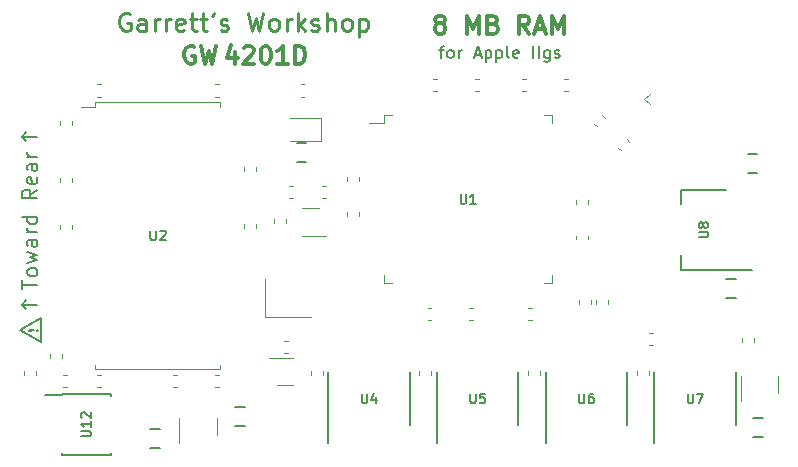
<source format=gto>
G04 #@! TF.GenerationSoftware,KiCad,Pcbnew,(5.1.10-1-10_14)*
G04 #@! TF.CreationDate,2021-05-31T18:26:27-04:00*
G04 #@! TF.ProjectId,RAM2GS,52414d32-4753-42e6-9b69-6361645f7063,2.0*
G04 #@! TF.SameCoordinates,Original*
G04 #@! TF.FileFunction,Legend,Top*
G04 #@! TF.FilePolarity,Positive*
%FSLAX46Y46*%
G04 Gerber Fmt 4.6, Leading zero omitted, Abs format (unit mm)*
G04 Created by KiCad (PCBNEW (5.1.10-1-10_14)) date 2021-05-31 18:26:27*
%MOMM*%
%LPD*%
G01*
G04 APERTURE LIST*
%ADD10C,0.300000*%
%ADD11C,0.200000*%
%ADD12C,0.190500*%
%ADD13C,0.203200*%
%ADD14C,0.225000*%
%ADD15C,0.120000*%
%ADD16C,0.150000*%
%ADD17C,0.152400*%
%ADD18C,0.100000*%
%ADD19C,2.524900*%
%ADD20C,0.937400*%
%ADD21C,1.140600*%
%ADD22C,2.000000*%
%ADD23C,2.150000*%
%ADD24C,1.448000*%
G04 APERTURE END LIST*
D10*
X82912857Y-93671571D02*
X82767714Y-93599000D01*
X82695142Y-93526428D01*
X82622571Y-93381285D01*
X82622571Y-93308714D01*
X82695142Y-93163571D01*
X82767714Y-93091000D01*
X82912857Y-93018428D01*
X83203142Y-93018428D01*
X83348285Y-93091000D01*
X83420857Y-93163571D01*
X83493428Y-93308714D01*
X83493428Y-93381285D01*
X83420857Y-93526428D01*
X83348285Y-93599000D01*
X83203142Y-93671571D01*
X82912857Y-93671571D01*
X82767714Y-93744142D01*
X82695142Y-93816714D01*
X82622571Y-93961857D01*
X82622571Y-94252142D01*
X82695142Y-94397285D01*
X82767714Y-94469857D01*
X82912857Y-94542428D01*
X83203142Y-94542428D01*
X83348285Y-94469857D01*
X83420857Y-94397285D01*
X83493428Y-94252142D01*
X83493428Y-93961857D01*
X83420857Y-93816714D01*
X83348285Y-93744142D01*
X83203142Y-93671571D01*
X85307714Y-94542428D02*
X85307714Y-93018428D01*
X85815714Y-94107000D01*
X86323714Y-93018428D01*
X86323714Y-94542428D01*
X87557428Y-93744142D02*
X87775142Y-93816714D01*
X87847714Y-93889285D01*
X87920285Y-94034428D01*
X87920285Y-94252142D01*
X87847714Y-94397285D01*
X87775142Y-94469857D01*
X87630000Y-94542428D01*
X87049428Y-94542428D01*
X87049428Y-93018428D01*
X87557428Y-93018428D01*
X87702571Y-93091000D01*
X87775142Y-93163571D01*
X87847714Y-93308714D01*
X87847714Y-93453857D01*
X87775142Y-93599000D01*
X87702571Y-93671571D01*
X87557428Y-93744142D01*
X87049428Y-93744142D01*
X90605428Y-94542428D02*
X90097428Y-93816714D01*
X89734571Y-94542428D02*
X89734571Y-93018428D01*
X90315142Y-93018428D01*
X90460285Y-93091000D01*
X90532857Y-93163571D01*
X90605428Y-93308714D01*
X90605428Y-93526428D01*
X90532857Y-93671571D01*
X90460285Y-93744142D01*
X90315142Y-93816714D01*
X89734571Y-93816714D01*
X91186000Y-94107000D02*
X91911714Y-94107000D01*
X91040857Y-94542428D02*
X91548857Y-93018428D01*
X92056857Y-94542428D01*
X92564857Y-94542428D02*
X92564857Y-93018428D01*
X93072857Y-94107000D01*
X93580857Y-93018428D01*
X93580857Y-94542428D01*
D11*
X48895000Y-103251000D02*
X47625000Y-103251000D01*
X47625000Y-103251000D02*
X48006000Y-103632000D01*
X48895000Y-117475000D02*
X47625000Y-117475000D01*
X47625000Y-103251000D02*
X48006000Y-102870000D01*
X49276000Y-120650000D02*
X49276000Y-118618000D01*
X49276000Y-118618000D02*
X47498000Y-119634000D01*
X47498000Y-119634000D02*
X49276000Y-120650000D01*
X47625000Y-117475000D02*
X48006000Y-117856000D01*
X47625000Y-117475000D02*
X48006000Y-117094000D01*
X47691523Y-116138476D02*
X47691523Y-115412761D01*
X48961523Y-115775619D02*
X47691523Y-115775619D01*
X48961523Y-114808000D02*
X48901047Y-114928952D01*
X48840571Y-114989428D01*
X48719619Y-115049904D01*
X48356761Y-115049904D01*
X48235809Y-114989428D01*
X48175333Y-114928952D01*
X48114857Y-114808000D01*
X48114857Y-114626571D01*
X48175333Y-114505619D01*
X48235809Y-114445142D01*
X48356761Y-114384666D01*
X48719619Y-114384666D01*
X48840571Y-114445142D01*
X48901047Y-114505619D01*
X48961523Y-114626571D01*
X48961523Y-114808000D01*
X48114857Y-113961333D02*
X48961523Y-113719428D01*
X48356761Y-113477523D01*
X48961523Y-113235619D01*
X48114857Y-112993714D01*
X48961523Y-111965619D02*
X48296285Y-111965619D01*
X48175333Y-112026095D01*
X48114857Y-112147047D01*
X48114857Y-112388952D01*
X48175333Y-112509904D01*
X48901047Y-111965619D02*
X48961523Y-112086571D01*
X48961523Y-112388952D01*
X48901047Y-112509904D01*
X48780095Y-112570380D01*
X48659142Y-112570380D01*
X48538190Y-112509904D01*
X48477714Y-112388952D01*
X48477714Y-112086571D01*
X48417238Y-111965619D01*
X48961523Y-111360857D02*
X48114857Y-111360857D01*
X48356761Y-111360857D02*
X48235809Y-111300380D01*
X48175333Y-111239904D01*
X48114857Y-111118952D01*
X48114857Y-110998000D01*
X48961523Y-110030380D02*
X47691523Y-110030380D01*
X48901047Y-110030380D02*
X48961523Y-110151333D01*
X48961523Y-110393238D01*
X48901047Y-110514190D01*
X48840571Y-110574666D01*
X48719619Y-110635142D01*
X48356761Y-110635142D01*
X48235809Y-110574666D01*
X48175333Y-110514190D01*
X48114857Y-110393238D01*
X48114857Y-110151333D01*
X48175333Y-110030380D01*
X48961523Y-107732285D02*
X48356761Y-108155619D01*
X48961523Y-108458000D02*
X47691523Y-108458000D01*
X47691523Y-107974190D01*
X47752000Y-107853238D01*
X47812476Y-107792761D01*
X47933428Y-107732285D01*
X48114857Y-107732285D01*
X48235809Y-107792761D01*
X48296285Y-107853238D01*
X48356761Y-107974190D01*
X48356761Y-108458000D01*
X48901047Y-106704190D02*
X48961523Y-106825142D01*
X48961523Y-107067047D01*
X48901047Y-107188000D01*
X48780095Y-107248476D01*
X48296285Y-107248476D01*
X48175333Y-107188000D01*
X48114857Y-107067047D01*
X48114857Y-106825142D01*
X48175333Y-106704190D01*
X48296285Y-106643714D01*
X48417238Y-106643714D01*
X48538190Y-107248476D01*
X48961523Y-105555142D02*
X48296285Y-105555142D01*
X48175333Y-105615619D01*
X48114857Y-105736571D01*
X48114857Y-105978476D01*
X48175333Y-106099428D01*
X48901047Y-105555142D02*
X48961523Y-105676095D01*
X48961523Y-105978476D01*
X48901047Y-106099428D01*
X48780095Y-106159904D01*
X48659142Y-106159904D01*
X48538190Y-106099428D01*
X48477714Y-105978476D01*
X48477714Y-105676095D01*
X48417238Y-105555142D01*
X48961523Y-104950380D02*
X48114857Y-104950380D01*
X48356761Y-104950380D02*
X48235809Y-104889904D01*
X48175333Y-104829428D01*
X48114857Y-104708476D01*
X48114857Y-104587523D01*
D12*
X48913142Y-119634000D02*
X48949428Y-119597714D01*
X48985714Y-119634000D01*
X48949428Y-119670285D01*
X48913142Y-119634000D01*
X48985714Y-119634000D01*
X48695428Y-119634000D02*
X48260000Y-119670285D01*
X48223714Y-119634000D01*
X48260000Y-119597714D01*
X48695428Y-119634000D01*
X48223714Y-119634000D01*
D10*
X65711000Y-96071571D02*
X65711000Y-97071571D01*
X65353857Y-95500142D02*
X64996714Y-96571571D01*
X65925285Y-96571571D01*
X66425285Y-95714428D02*
X66496714Y-95643000D01*
X66639571Y-95571571D01*
X66996714Y-95571571D01*
X67139571Y-95643000D01*
X67211000Y-95714428D01*
X67282428Y-95857285D01*
X67282428Y-96000142D01*
X67211000Y-96214428D01*
X66353857Y-97071571D01*
X67282428Y-97071571D01*
X68211000Y-95571571D02*
X68353857Y-95571571D01*
X68496714Y-95643000D01*
X68568142Y-95714428D01*
X68639571Y-95857285D01*
X68711000Y-96143000D01*
X68711000Y-96500142D01*
X68639571Y-96785857D01*
X68568142Y-96928714D01*
X68496714Y-97000142D01*
X68353857Y-97071571D01*
X68211000Y-97071571D01*
X68068142Y-97000142D01*
X67996714Y-96928714D01*
X67925285Y-96785857D01*
X67853857Y-96500142D01*
X67853857Y-96143000D01*
X67925285Y-95857285D01*
X67996714Y-95714428D01*
X68068142Y-95643000D01*
X68211000Y-95571571D01*
X70139571Y-97071571D02*
X69282428Y-97071571D01*
X69711000Y-97071571D02*
X69711000Y-95571571D01*
X69568142Y-95785857D01*
X69425285Y-95928714D01*
X69282428Y-96000142D01*
X70782428Y-97071571D02*
X70782428Y-95571571D01*
X71139571Y-95571571D01*
X71353857Y-95643000D01*
X71496714Y-95785857D01*
X71568142Y-95928714D01*
X71639571Y-96214428D01*
X71639571Y-96428714D01*
X71568142Y-96714428D01*
X71496714Y-96857285D01*
X71353857Y-97000142D01*
X71139571Y-97071571D01*
X70782428Y-97071571D01*
D13*
X82985428Y-95921285D02*
X83372476Y-95921285D01*
X83130571Y-96598619D02*
X83130571Y-95727761D01*
X83178952Y-95631000D01*
X83275714Y-95582619D01*
X83372476Y-95582619D01*
X83856285Y-96598619D02*
X83759523Y-96550238D01*
X83711142Y-96501857D01*
X83662761Y-96405095D01*
X83662761Y-96114809D01*
X83711142Y-96018047D01*
X83759523Y-95969666D01*
X83856285Y-95921285D01*
X84001428Y-95921285D01*
X84098190Y-95969666D01*
X84146571Y-96018047D01*
X84194952Y-96114809D01*
X84194952Y-96405095D01*
X84146571Y-96501857D01*
X84098190Y-96550238D01*
X84001428Y-96598619D01*
X83856285Y-96598619D01*
X84630380Y-96598619D02*
X84630380Y-95921285D01*
X84630380Y-96114809D02*
X84678761Y-96018047D01*
X84727142Y-95969666D01*
X84823904Y-95921285D01*
X84920666Y-95921285D01*
X85985047Y-96308333D02*
X86468857Y-96308333D01*
X85888285Y-96598619D02*
X86226952Y-95582619D01*
X86565619Y-96598619D01*
X86904285Y-95921285D02*
X86904285Y-96937285D01*
X86904285Y-95969666D02*
X87001047Y-95921285D01*
X87194571Y-95921285D01*
X87291333Y-95969666D01*
X87339714Y-96018047D01*
X87388095Y-96114809D01*
X87388095Y-96405095D01*
X87339714Y-96501857D01*
X87291333Y-96550238D01*
X87194571Y-96598619D01*
X87001047Y-96598619D01*
X86904285Y-96550238D01*
X87823523Y-95921285D02*
X87823523Y-96937285D01*
X87823523Y-95969666D02*
X87920285Y-95921285D01*
X88113809Y-95921285D01*
X88210571Y-95969666D01*
X88258952Y-96018047D01*
X88307333Y-96114809D01*
X88307333Y-96405095D01*
X88258952Y-96501857D01*
X88210571Y-96550238D01*
X88113809Y-96598619D01*
X87920285Y-96598619D01*
X87823523Y-96550238D01*
X88887904Y-96598619D02*
X88791142Y-96550238D01*
X88742761Y-96453476D01*
X88742761Y-95582619D01*
X89662000Y-96550238D02*
X89565238Y-96598619D01*
X89371714Y-96598619D01*
X89274952Y-96550238D01*
X89226571Y-96453476D01*
X89226571Y-96066428D01*
X89274952Y-95969666D01*
X89371714Y-95921285D01*
X89565238Y-95921285D01*
X89662000Y-95969666D01*
X89710380Y-96066428D01*
X89710380Y-96163190D01*
X89226571Y-96259952D01*
X90919904Y-96598619D02*
X90919904Y-95582619D01*
X91403714Y-96598619D02*
X91403714Y-95582619D01*
X92322952Y-95921285D02*
X92322952Y-96743761D01*
X92274571Y-96840523D01*
X92226190Y-96888904D01*
X92129428Y-96937285D01*
X91984285Y-96937285D01*
X91887523Y-96888904D01*
X92322952Y-96550238D02*
X92226190Y-96598619D01*
X92032666Y-96598619D01*
X91935904Y-96550238D01*
X91887523Y-96501857D01*
X91839142Y-96405095D01*
X91839142Y-96114809D01*
X91887523Y-96018047D01*
X91935904Y-95969666D01*
X92032666Y-95921285D01*
X92226190Y-95921285D01*
X92322952Y-95969666D01*
X92758380Y-96550238D02*
X92855142Y-96598619D01*
X93048666Y-96598619D01*
X93145428Y-96550238D01*
X93193809Y-96453476D01*
X93193809Y-96405095D01*
X93145428Y-96308333D01*
X93048666Y-96259952D01*
X92903523Y-96259952D01*
X92806761Y-96211571D01*
X92758380Y-96114809D01*
X92758380Y-96066428D01*
X92806761Y-95969666D01*
X92903523Y-95921285D01*
X93048666Y-95921285D01*
X93145428Y-95969666D01*
D10*
X62249571Y-95643000D02*
X62106714Y-95571571D01*
X61892428Y-95571571D01*
X61678142Y-95643000D01*
X61535285Y-95785857D01*
X61463857Y-95928714D01*
X61392428Y-96214428D01*
X61392428Y-96428714D01*
X61463857Y-96714428D01*
X61535285Y-96857285D01*
X61678142Y-97000142D01*
X61892428Y-97071571D01*
X62035285Y-97071571D01*
X62249571Y-97000142D01*
X62321000Y-96928714D01*
X62321000Y-96428714D01*
X62035285Y-96428714D01*
X62821000Y-95571571D02*
X63178142Y-97071571D01*
X63463857Y-96000142D01*
X63749571Y-97071571D01*
X64106714Y-95571571D01*
D14*
X56769000Y-92837000D02*
X56623857Y-92764428D01*
X56406142Y-92764428D01*
X56188428Y-92837000D01*
X56043285Y-92982142D01*
X55970714Y-93127285D01*
X55898142Y-93417571D01*
X55898142Y-93635285D01*
X55970714Y-93925571D01*
X56043285Y-94070714D01*
X56188428Y-94215857D01*
X56406142Y-94288428D01*
X56551285Y-94288428D01*
X56769000Y-94215857D01*
X56841571Y-94143285D01*
X56841571Y-93635285D01*
X56551285Y-93635285D01*
X58147857Y-94288428D02*
X58147857Y-93490142D01*
X58075285Y-93345000D01*
X57930142Y-93272428D01*
X57639857Y-93272428D01*
X57494714Y-93345000D01*
X58147857Y-94215857D02*
X58002714Y-94288428D01*
X57639857Y-94288428D01*
X57494714Y-94215857D01*
X57422142Y-94070714D01*
X57422142Y-93925571D01*
X57494714Y-93780428D01*
X57639857Y-93707857D01*
X58002714Y-93707857D01*
X58147857Y-93635285D01*
X58873571Y-94288428D02*
X58873571Y-93272428D01*
X58873571Y-93562714D02*
X58946142Y-93417571D01*
X59018714Y-93345000D01*
X59163857Y-93272428D01*
X59309000Y-93272428D01*
X59817000Y-94288428D02*
X59817000Y-93272428D01*
X59817000Y-93562714D02*
X59889571Y-93417571D01*
X59962142Y-93345000D01*
X60107285Y-93272428D01*
X60252428Y-93272428D01*
X61341000Y-94215857D02*
X61195857Y-94288428D01*
X60905571Y-94288428D01*
X60760428Y-94215857D01*
X60687857Y-94070714D01*
X60687857Y-93490142D01*
X60760428Y-93345000D01*
X60905571Y-93272428D01*
X61195857Y-93272428D01*
X61341000Y-93345000D01*
X61413571Y-93490142D01*
X61413571Y-93635285D01*
X60687857Y-93780428D01*
X61849000Y-93272428D02*
X62429571Y-93272428D01*
X62066714Y-92764428D02*
X62066714Y-94070714D01*
X62139285Y-94215857D01*
X62284428Y-94288428D01*
X62429571Y-94288428D01*
X62719857Y-93272428D02*
X63300428Y-93272428D01*
X62937571Y-92764428D02*
X62937571Y-94070714D01*
X63010142Y-94215857D01*
X63155285Y-94288428D01*
X63300428Y-94288428D01*
X63881000Y-92764428D02*
X63881000Y-92837000D01*
X63808428Y-92982142D01*
X63735857Y-93054714D01*
X64461571Y-94215857D02*
X64606714Y-94288428D01*
X64897000Y-94288428D01*
X65042142Y-94215857D01*
X65114714Y-94070714D01*
X65114714Y-93998142D01*
X65042142Y-93853000D01*
X64897000Y-93780428D01*
X64679285Y-93780428D01*
X64534142Y-93707857D01*
X64461571Y-93562714D01*
X64461571Y-93490142D01*
X64534142Y-93345000D01*
X64679285Y-93272428D01*
X64897000Y-93272428D01*
X65042142Y-93345000D01*
X66783857Y-92764428D02*
X67146714Y-94288428D01*
X67437000Y-93199857D01*
X67727285Y-94288428D01*
X68090142Y-92764428D01*
X68888428Y-94288428D02*
X68743285Y-94215857D01*
X68670714Y-94143285D01*
X68598142Y-93998142D01*
X68598142Y-93562714D01*
X68670714Y-93417571D01*
X68743285Y-93345000D01*
X68888428Y-93272428D01*
X69106142Y-93272428D01*
X69251285Y-93345000D01*
X69323857Y-93417571D01*
X69396428Y-93562714D01*
X69396428Y-93998142D01*
X69323857Y-94143285D01*
X69251285Y-94215857D01*
X69106142Y-94288428D01*
X68888428Y-94288428D01*
X70049571Y-94288428D02*
X70049571Y-93272428D01*
X70049571Y-93562714D02*
X70122142Y-93417571D01*
X70194714Y-93345000D01*
X70339857Y-93272428D01*
X70485000Y-93272428D01*
X70993000Y-94288428D02*
X70993000Y-92764428D01*
X71138142Y-93707857D02*
X71573571Y-94288428D01*
X71573571Y-93272428D02*
X70993000Y-93853000D01*
X72154142Y-94215857D02*
X72299285Y-94288428D01*
X72589571Y-94288428D01*
X72734714Y-94215857D01*
X72807285Y-94070714D01*
X72807285Y-93998142D01*
X72734714Y-93853000D01*
X72589571Y-93780428D01*
X72371857Y-93780428D01*
X72226714Y-93707857D01*
X72154142Y-93562714D01*
X72154142Y-93490142D01*
X72226714Y-93345000D01*
X72371857Y-93272428D01*
X72589571Y-93272428D01*
X72734714Y-93345000D01*
X73460428Y-94288428D02*
X73460428Y-92764428D01*
X74113571Y-94288428D02*
X74113571Y-93490142D01*
X74041000Y-93345000D01*
X73895857Y-93272428D01*
X73678142Y-93272428D01*
X73533000Y-93345000D01*
X73460428Y-93417571D01*
X75057000Y-94288428D02*
X74911857Y-94215857D01*
X74839285Y-94143285D01*
X74766714Y-93998142D01*
X74766714Y-93562714D01*
X74839285Y-93417571D01*
X74911857Y-93345000D01*
X75057000Y-93272428D01*
X75274714Y-93272428D01*
X75419857Y-93345000D01*
X75492428Y-93417571D01*
X75565000Y-93562714D01*
X75565000Y-93998142D01*
X75492428Y-94143285D01*
X75419857Y-94215857D01*
X75274714Y-94288428D01*
X75057000Y-94288428D01*
X76218142Y-93272428D02*
X76218142Y-94796428D01*
X76218142Y-93345000D02*
X76363285Y-93272428D01*
X76653571Y-93272428D01*
X76798714Y-93345000D01*
X76871285Y-93417571D01*
X76943857Y-93562714D01*
X76943857Y-93998142D01*
X76871285Y-94143285D01*
X76798714Y-94215857D01*
X76653571Y-94288428D01*
X76363285Y-94288428D01*
X76218142Y-94215857D01*
D15*
X97025727Y-101654478D02*
X96795522Y-101424273D01*
X96304478Y-102375727D02*
X96074273Y-102145522D01*
X98354478Y-104425727D02*
X98124273Y-104195522D01*
X99075727Y-103704478D02*
X98845522Y-103474273D01*
D16*
X51011000Y-125060000D02*
X51011000Y-125110000D01*
X55161000Y-125060000D02*
X55161000Y-125205000D01*
X55161000Y-130210000D02*
X55161000Y-130065000D01*
X51011000Y-130210000D02*
X51011000Y-130065000D01*
X51011000Y-125060000D02*
X55161000Y-125060000D01*
X51011000Y-130210000D02*
X55161000Y-130210000D01*
X51011000Y-125110000D02*
X49611000Y-125110000D01*
D15*
X72985000Y-101690000D02*
X70300000Y-101690000D01*
X72985000Y-103610000D02*
X72985000Y-101690000D01*
X70300000Y-103610000D02*
X72985000Y-103610000D01*
D17*
X70893600Y-105400000D02*
X71706400Y-105400000D01*
X70893600Y-103800000D02*
X71706400Y-103800000D01*
D15*
X70612779Y-107440000D02*
X70287221Y-107440000D01*
X70612779Y-108460000D02*
X70287221Y-108460000D01*
X73087221Y-107440000D02*
X73412779Y-107440000D01*
X73087221Y-108460000D02*
X73412779Y-108460000D01*
X94790000Y-117087221D02*
X94790000Y-117412779D01*
X95810000Y-117087221D02*
X95810000Y-117412779D01*
X91810000Y-115660000D02*
X92510000Y-115660000D01*
X92510000Y-115660000D02*
X92510000Y-114960000D01*
X78990000Y-115660000D02*
X78290000Y-115660000D01*
X78290000Y-115660000D02*
X78290000Y-114960000D01*
X91810000Y-101440000D02*
X92510000Y-101440000D01*
X92510000Y-101440000D02*
X92510000Y-102140000D01*
X78990000Y-101440000D02*
X78290000Y-101440000D01*
X78290000Y-101440000D02*
X78290000Y-102140000D01*
X78290000Y-102140000D02*
X77000000Y-102140000D01*
D17*
X109487000Y-114560000D02*
X103477000Y-114560000D01*
X107237000Y-107740000D02*
X103477000Y-107740000D01*
X103477000Y-114560000D02*
X103477000Y-113300000D01*
X103477000Y-107740000D02*
X103477000Y-109000000D01*
D15*
X71562779Y-99860000D02*
X71237221Y-99860000D01*
X71562779Y-98840000D02*
X71237221Y-98840000D01*
D16*
X91975000Y-129200000D02*
X91975000Y-123225000D01*
X98875000Y-127675000D02*
X98875000Y-123225000D01*
D15*
X100779923Y-100516974D02*
X100330910Y-100067962D01*
X100330910Y-100067962D02*
X100779923Y-99618949D01*
X90312779Y-98340000D02*
X89987221Y-98340000D01*
X90312779Y-99360000D02*
X89987221Y-99360000D01*
X85487221Y-118760000D02*
X85812779Y-118760000D01*
X85487221Y-117740000D02*
X85812779Y-117740000D01*
X81987221Y-117740000D02*
X82312779Y-117740000D01*
X81987221Y-118760000D02*
X82312779Y-118760000D01*
D16*
X73575000Y-129200000D02*
X73575000Y-123225000D01*
X80475000Y-127675000D02*
X80475000Y-123225000D01*
D15*
X71370000Y-111660000D02*
X73400000Y-111660000D01*
X72780000Y-109340000D02*
X71370000Y-109340000D01*
X70630000Y-121990000D02*
X68600000Y-121990000D01*
X69220000Y-124310000D02*
X70630000Y-124310000D01*
D16*
X101175000Y-129200000D02*
X101175000Y-123225000D01*
X108075000Y-127675000D02*
X108075000Y-123225000D01*
X82775000Y-129200000D02*
X82775000Y-123225000D01*
X89675000Y-127675000D02*
X89675000Y-123225000D01*
D15*
X53987221Y-99860000D02*
X54312779Y-99860000D01*
X53987221Y-98840000D02*
X54312779Y-98840000D01*
D17*
X66506400Y-127750000D02*
X65693600Y-127750000D01*
X66506400Y-126150000D02*
X65693600Y-126150000D01*
D15*
X70162779Y-120540000D02*
X69837221Y-120540000D01*
X70162779Y-121560000D02*
X69837221Y-121560000D01*
X70010000Y-110562779D02*
X70010000Y-110237221D01*
X68990000Y-110562779D02*
X68990000Y-110237221D01*
X52650000Y-100750000D02*
X53850000Y-100750000D01*
X53850000Y-100750000D02*
X53850000Y-100350000D01*
X53850000Y-100350000D02*
X64450000Y-100350000D01*
X53850000Y-122950000D02*
X64450000Y-122950000D01*
X64450000Y-100350000D02*
X64450000Y-100750000D01*
X64450000Y-122550000D02*
X64450000Y-122950000D01*
X53850000Y-122550000D02*
X53850000Y-122950000D01*
D17*
X107293600Y-116950000D02*
X108106400Y-116950000D01*
X107293600Y-115350000D02*
X108106400Y-115350000D01*
X109093600Y-106350000D02*
X109906400Y-106350000D01*
X109093600Y-104750000D02*
X109906400Y-104750000D01*
X109575600Y-128689000D02*
X110388400Y-128689000D01*
X109575600Y-127089000D02*
X110388400Y-127089000D01*
X59334400Y-127978000D02*
X58521600Y-127978000D01*
X59334400Y-129578000D02*
X58521600Y-129578000D01*
D15*
X72090000Y-123087221D02*
X72090000Y-123412779D01*
X73110000Y-123087221D02*
X73110000Y-123412779D01*
X63987221Y-124460000D02*
X64312779Y-124460000D01*
X63987221Y-123440000D02*
X64312779Y-123440000D01*
X51860000Y-102262779D02*
X51860000Y-101937221D01*
X50840000Y-102262779D02*
X50840000Y-101937221D01*
X63987221Y-99860000D02*
X64312779Y-99860000D01*
X63987221Y-98840000D02*
X64312779Y-98840000D01*
X53987221Y-124460000D02*
X54312779Y-124460000D01*
X53987221Y-123440000D02*
X54312779Y-123440000D01*
X66440000Y-110637221D02*
X66440000Y-110962779D01*
X67460000Y-110637221D02*
X67460000Y-110962779D01*
X51860000Y-107062779D02*
X51860000Y-106737221D01*
X50840000Y-107062779D02*
X50840000Y-106737221D01*
X51860000Y-111062779D02*
X51860000Y-110737221D01*
X50840000Y-111062779D02*
X50840000Y-110737221D01*
X66440000Y-105837221D02*
X66440000Y-106162779D01*
X67460000Y-105837221D02*
X67460000Y-106162779D01*
X99690000Y-123087221D02*
X99690000Y-123412779D01*
X100710000Y-123087221D02*
X100710000Y-123412779D01*
X81290000Y-123087221D02*
X81290000Y-123412779D01*
X82310000Y-123087221D02*
X82310000Y-123412779D01*
X90490000Y-123087221D02*
X90490000Y-123412779D01*
X91510000Y-123087221D02*
X91510000Y-123412779D01*
X68200000Y-118500000D02*
X68200000Y-115300000D01*
X68200000Y-118500000D02*
X72100000Y-118500000D01*
X108640000Y-120662779D02*
X108640000Y-120337221D01*
X109660000Y-120662779D02*
X109660000Y-120337221D01*
X111680000Y-123490000D02*
X111680000Y-124950000D01*
X108520000Y-123490000D02*
X108520000Y-125650000D01*
X93862779Y-99360000D02*
X93537221Y-99360000D01*
X93862779Y-98340000D02*
X93537221Y-98340000D01*
X75140000Y-109637221D02*
X75140000Y-109962779D01*
X76160000Y-109637221D02*
X76160000Y-109962779D01*
X85987221Y-98340000D02*
X86312779Y-98340000D01*
X85987221Y-99360000D02*
X86312779Y-99360000D01*
X82812779Y-99360000D02*
X82487221Y-99360000D01*
X82812779Y-98340000D02*
X82487221Y-98340000D01*
X75140000Y-107012779D02*
X75140000Y-106687221D01*
X76160000Y-107012779D02*
X76160000Y-106687221D01*
X95610000Y-108962779D02*
X95610000Y-108637221D01*
X94590000Y-108962779D02*
X94590000Y-108637221D01*
X90812779Y-117740000D02*
X90487221Y-117740000D01*
X90812779Y-118760000D02*
X90487221Y-118760000D01*
X95610000Y-111637221D02*
X95610000Y-111962779D01*
X94590000Y-111637221D02*
X94590000Y-111962779D01*
X60762779Y-123440000D02*
X60437221Y-123440000D01*
X60762779Y-124460000D02*
X60437221Y-124460000D01*
X64130000Y-127040000D02*
X64130000Y-128500000D01*
X60970000Y-127040000D02*
X60970000Y-129200000D01*
X101062779Y-120860000D02*
X100737221Y-120860000D01*
X101062779Y-119840000D02*
X100737221Y-119840000D01*
X51462779Y-123440000D02*
X51137221Y-123440000D01*
X51462779Y-124460000D02*
X51137221Y-124460000D01*
X48810000Y-123087221D02*
X48810000Y-123412779D01*
X47790000Y-123087221D02*
X47790000Y-123412779D01*
X49990000Y-121637221D02*
X49990000Y-121962779D01*
X51010000Y-121637221D02*
X51010000Y-121962779D01*
X96240000Y-117087221D02*
X96240000Y-117412779D01*
X97260000Y-117087221D02*
X97260000Y-117412779D01*
D13*
X52640895Y-128641323D02*
X53298876Y-128641323D01*
X53376285Y-128602619D01*
X53414990Y-128563914D01*
X53453695Y-128486504D01*
X53453695Y-128331685D01*
X53414990Y-128254276D01*
X53376285Y-128215571D01*
X53298876Y-128176866D01*
X52640895Y-128176866D01*
X53453695Y-127364066D02*
X53453695Y-127828523D01*
X53453695Y-127596295D02*
X52640895Y-127596295D01*
X52757009Y-127673704D01*
X52834419Y-127751114D01*
X52873123Y-127828523D01*
X52718304Y-127054428D02*
X52679600Y-127015723D01*
X52640895Y-126938314D01*
X52640895Y-126744790D01*
X52679600Y-126667380D01*
X52718304Y-126628676D01*
X52795714Y-126589971D01*
X52873123Y-126589971D01*
X52989238Y-126628676D01*
X53453695Y-127093133D01*
X53453695Y-126589971D01*
X84780723Y-108104895D02*
X84780723Y-108762876D01*
X84819428Y-108840285D01*
X84858133Y-108878990D01*
X84935542Y-108917695D01*
X85090361Y-108917695D01*
X85167771Y-108878990D01*
X85206476Y-108840285D01*
X85245180Y-108762876D01*
X85245180Y-108104895D01*
X86057980Y-108917695D02*
X85593523Y-108917695D01*
X85825752Y-108917695D02*
X85825752Y-108104895D01*
X85748342Y-108221009D01*
X85670933Y-108298419D01*
X85593523Y-108337123D01*
X104941895Y-111769276D02*
X105599876Y-111769276D01*
X105677285Y-111730571D01*
X105715990Y-111691866D01*
X105754695Y-111614457D01*
X105754695Y-111459638D01*
X105715990Y-111382228D01*
X105677285Y-111343523D01*
X105599876Y-111304819D01*
X104941895Y-111304819D01*
X105290238Y-110801657D02*
X105251533Y-110879066D01*
X105212828Y-110917771D01*
X105135419Y-110956476D01*
X105096714Y-110956476D01*
X105019304Y-110917771D01*
X104980600Y-110879066D01*
X104941895Y-110801657D01*
X104941895Y-110646838D01*
X104980600Y-110569428D01*
X105019304Y-110530723D01*
X105096714Y-110492019D01*
X105135419Y-110492019D01*
X105212828Y-110530723D01*
X105251533Y-110569428D01*
X105290238Y-110646838D01*
X105290238Y-110801657D01*
X105328942Y-110879066D01*
X105367647Y-110917771D01*
X105445057Y-110956476D01*
X105599876Y-110956476D01*
X105677285Y-110917771D01*
X105715990Y-110879066D01*
X105754695Y-110801657D01*
X105754695Y-110646838D01*
X105715990Y-110569428D01*
X105677285Y-110530723D01*
X105599876Y-110492019D01*
X105445057Y-110492019D01*
X105367647Y-110530723D01*
X105328942Y-110569428D01*
X105290238Y-110646838D01*
X94805723Y-125004895D02*
X94805723Y-125662876D01*
X94844428Y-125740285D01*
X94883133Y-125778990D01*
X94960542Y-125817695D01*
X95115361Y-125817695D01*
X95192771Y-125778990D01*
X95231476Y-125740285D01*
X95270180Y-125662876D01*
X95270180Y-125004895D01*
X96005571Y-125004895D02*
X95850752Y-125004895D01*
X95773342Y-125043600D01*
X95734638Y-125082304D01*
X95657228Y-125198419D01*
X95618523Y-125353238D01*
X95618523Y-125662876D01*
X95657228Y-125740285D01*
X95695933Y-125778990D01*
X95773342Y-125817695D01*
X95928161Y-125817695D01*
X96005571Y-125778990D01*
X96044276Y-125740285D01*
X96082980Y-125662876D01*
X96082980Y-125469352D01*
X96044276Y-125391942D01*
X96005571Y-125353238D01*
X95928161Y-125314533D01*
X95773342Y-125314533D01*
X95695933Y-125353238D01*
X95657228Y-125391942D01*
X95618523Y-125469352D01*
X76405723Y-125004895D02*
X76405723Y-125662876D01*
X76444428Y-125740285D01*
X76483133Y-125778990D01*
X76560542Y-125817695D01*
X76715361Y-125817695D01*
X76792771Y-125778990D01*
X76831476Y-125740285D01*
X76870180Y-125662876D01*
X76870180Y-125004895D01*
X77605571Y-125275828D02*
X77605571Y-125817695D01*
X77412047Y-124966190D02*
X77218523Y-125546761D01*
X77721685Y-125546761D01*
X104005723Y-125004895D02*
X104005723Y-125662876D01*
X104044428Y-125740285D01*
X104083133Y-125778990D01*
X104160542Y-125817695D01*
X104315361Y-125817695D01*
X104392771Y-125778990D01*
X104431476Y-125740285D01*
X104470180Y-125662876D01*
X104470180Y-125004895D01*
X104779819Y-125004895D02*
X105321685Y-125004895D01*
X104973342Y-125817695D01*
X85605723Y-125004895D02*
X85605723Y-125662876D01*
X85644428Y-125740285D01*
X85683133Y-125778990D01*
X85760542Y-125817695D01*
X85915361Y-125817695D01*
X85992771Y-125778990D01*
X86031476Y-125740285D01*
X86070180Y-125662876D01*
X86070180Y-125004895D01*
X86844276Y-125004895D02*
X86457228Y-125004895D01*
X86418523Y-125391942D01*
X86457228Y-125353238D01*
X86534638Y-125314533D01*
X86728161Y-125314533D01*
X86805571Y-125353238D01*
X86844276Y-125391942D01*
X86882980Y-125469352D01*
X86882980Y-125662876D01*
X86844276Y-125740285D01*
X86805571Y-125778990D01*
X86728161Y-125817695D01*
X86534638Y-125817695D01*
X86457228Y-125778990D01*
X86418523Y-125740285D01*
X58530723Y-111204895D02*
X58530723Y-111862876D01*
X58569428Y-111940285D01*
X58608133Y-111978990D01*
X58685542Y-112017695D01*
X58840361Y-112017695D01*
X58917771Y-111978990D01*
X58956476Y-111940285D01*
X58995180Y-111862876D01*
X58995180Y-111204895D01*
X59343523Y-111282304D02*
X59382228Y-111243600D01*
X59459638Y-111204895D01*
X59653161Y-111204895D01*
X59730571Y-111243600D01*
X59769276Y-111282304D01*
X59807980Y-111359714D01*
X59807980Y-111437123D01*
X59769276Y-111553238D01*
X59304819Y-112017695D01*
X59807980Y-112017695D01*
%LPC*%
D18*
G36*
X113538000Y-139446000D02*
G01*
X113030000Y-139954000D01*
X55626000Y-139954000D01*
X55118000Y-139446000D01*
X55118000Y-132080000D01*
X113538000Y-132080000D01*
X113538000Y-139446000D01*
G37*
G36*
G01*
X96558839Y-101502253D02*
X96152253Y-101908839D01*
G75*
G02*
X95816377Y-101908839I-167938J167938D01*
G01*
X95480501Y-101572963D01*
G75*
G02*
X95480501Y-101237087I167938J167938D01*
G01*
X95887087Y-100830501D01*
G75*
G02*
X96222963Y-100830501I167938J-167938D01*
G01*
X96558839Y-101166377D01*
G75*
G02*
X96558839Y-101502253I-167938J-167938D01*
G01*
G37*
G36*
G01*
X97619499Y-102562913D02*
X97212913Y-102969499D01*
G75*
G02*
X96877037Y-102969499I-167938J167938D01*
G01*
X96541161Y-102633623D01*
G75*
G02*
X96541161Y-102297747I167938J167938D01*
G01*
X96947747Y-101891161D01*
G75*
G02*
X97283623Y-101891161I167938J-167938D01*
G01*
X97619499Y-102227037D01*
G75*
G02*
X97619499Y-102562913I-167938J-167938D01*
G01*
G37*
G36*
G01*
X99678337Y-104568718D02*
X99218718Y-105028337D01*
G75*
G02*
X98935876Y-105028337I-141421J141421D01*
G01*
X98653033Y-104745494D01*
G75*
G02*
X98653033Y-104462652I141421J141421D01*
G01*
X99112652Y-104003033D01*
G75*
G02*
X99395494Y-104003033I141421J-141421D01*
G01*
X99678337Y-104285876D01*
G75*
G02*
X99678337Y-104568718I-141421J-141421D01*
G01*
G37*
G36*
G01*
X98546967Y-103437348D02*
X98087348Y-103896967D01*
G75*
G02*
X97804506Y-103896967I-141421J141421D01*
G01*
X97521663Y-103614124D01*
G75*
G02*
X97521663Y-103331282I141421J141421D01*
G01*
X97981282Y-102871663D01*
G75*
G02*
X98264124Y-102871663I141421J-141421D01*
G01*
X98546967Y-103154506D01*
G75*
G02*
X98546967Y-103437348I-141421J-141421D01*
G01*
G37*
G36*
G01*
X54513000Y-125930000D02*
X54513000Y-125530000D01*
G75*
G02*
X54713000Y-125330000I200000J0D01*
G01*
X56513000Y-125330000D01*
G75*
G02*
X56713000Y-125530000I0J-200000D01*
G01*
X56713000Y-125930000D01*
G75*
G02*
X56513000Y-126130000I-200000J0D01*
G01*
X54713000Y-126130000D01*
G75*
G02*
X54513000Y-125930000I0J200000D01*
G01*
G37*
G36*
G01*
X54513000Y-127200000D02*
X54513000Y-126800000D01*
G75*
G02*
X54713000Y-126600000I200000J0D01*
G01*
X56513000Y-126600000D01*
G75*
G02*
X56713000Y-126800000I0J-200000D01*
G01*
X56713000Y-127200000D01*
G75*
G02*
X56513000Y-127400000I-200000J0D01*
G01*
X54713000Y-127400000D01*
G75*
G02*
X54513000Y-127200000I0J200000D01*
G01*
G37*
G36*
G01*
X54513000Y-128470000D02*
X54513000Y-128070000D01*
G75*
G02*
X54713000Y-127870000I200000J0D01*
G01*
X56513000Y-127870000D01*
G75*
G02*
X56713000Y-128070000I0J-200000D01*
G01*
X56713000Y-128470000D01*
G75*
G02*
X56513000Y-128670000I-200000J0D01*
G01*
X54713000Y-128670000D01*
G75*
G02*
X54513000Y-128470000I0J200000D01*
G01*
G37*
G36*
G01*
X54513000Y-129740000D02*
X54513000Y-129340000D01*
G75*
G02*
X54713000Y-129140000I200000J0D01*
G01*
X56513000Y-129140000D01*
G75*
G02*
X56713000Y-129340000I0J-200000D01*
G01*
X56713000Y-129740000D01*
G75*
G02*
X56513000Y-129940000I-200000J0D01*
G01*
X54713000Y-129940000D01*
G75*
G02*
X54513000Y-129740000I0J200000D01*
G01*
G37*
G36*
G01*
X49459000Y-129740000D02*
X49459000Y-129340000D01*
G75*
G02*
X49659000Y-129140000I200000J0D01*
G01*
X51459000Y-129140000D01*
G75*
G02*
X51659000Y-129340000I0J-200000D01*
G01*
X51659000Y-129740000D01*
G75*
G02*
X51459000Y-129940000I-200000J0D01*
G01*
X49659000Y-129940000D01*
G75*
G02*
X49459000Y-129740000I0J200000D01*
G01*
G37*
G36*
G01*
X49459000Y-128470000D02*
X49459000Y-128070000D01*
G75*
G02*
X49659000Y-127870000I200000J0D01*
G01*
X51459000Y-127870000D01*
G75*
G02*
X51659000Y-128070000I0J-200000D01*
G01*
X51659000Y-128470000D01*
G75*
G02*
X51459000Y-128670000I-200000J0D01*
G01*
X49659000Y-128670000D01*
G75*
G02*
X49459000Y-128470000I0J200000D01*
G01*
G37*
G36*
G01*
X49459000Y-127200000D02*
X49459000Y-126800000D01*
G75*
G02*
X49659000Y-126600000I200000J0D01*
G01*
X51459000Y-126600000D01*
G75*
G02*
X51659000Y-126800000I0J-200000D01*
G01*
X51659000Y-127200000D01*
G75*
G02*
X51459000Y-127400000I-200000J0D01*
G01*
X49659000Y-127400000D01*
G75*
G02*
X49459000Y-127200000I0J200000D01*
G01*
G37*
G36*
G01*
X49459000Y-125930000D02*
X49459000Y-125530000D01*
G75*
G02*
X49659000Y-125330000I200000J0D01*
G01*
X51459000Y-125330000D01*
G75*
G02*
X51659000Y-125530000I0J-200000D01*
G01*
X51659000Y-125930000D01*
G75*
G02*
X51459000Y-126130000I-200000J0D01*
G01*
X49659000Y-126130000D01*
G75*
G02*
X49459000Y-125930000I0J200000D01*
G01*
G37*
G36*
G01*
X72800000Y-102156250D02*
X72800000Y-103143750D01*
G75*
G02*
X72518750Y-103425000I-281250J0D01*
G01*
X71956250Y-103425000D01*
G75*
G02*
X71675000Y-103143750I0J281250D01*
G01*
X71675000Y-102156250D01*
G75*
G02*
X71956250Y-101875000I281250J0D01*
G01*
X72518750Y-101875000D01*
G75*
G02*
X72800000Y-102156250I0J-281250D01*
G01*
G37*
G36*
G01*
X70925000Y-102156250D02*
X70925000Y-103143750D01*
G75*
G02*
X70643750Y-103425000I-281250J0D01*
G01*
X70081250Y-103425000D01*
G75*
G02*
X69800000Y-103143750I0J281250D01*
G01*
X69800000Y-102156250D01*
G75*
G02*
X70081250Y-101875000I281250J0D01*
G01*
X70643750Y-101875000D01*
G75*
G02*
X70925000Y-102156250I0J-281250D01*
G01*
G37*
G36*
G01*
X69875000Y-105112500D02*
X69875000Y-104087500D01*
G75*
G02*
X70112500Y-103850000I237500J0D01*
G01*
X70587500Y-103850000D01*
G75*
G02*
X70825000Y-104087500I0J-237500D01*
G01*
X70825000Y-105112500D01*
G75*
G02*
X70587500Y-105350000I-237500J0D01*
G01*
X70112500Y-105350000D01*
G75*
G02*
X69875000Y-105112500I0J237500D01*
G01*
G37*
G36*
G01*
X71775000Y-105112500D02*
X71775000Y-104087500D01*
G75*
G02*
X72012500Y-103850000I237500J0D01*
G01*
X72487500Y-103850000D01*
G75*
G02*
X72725000Y-104087500I0J-237500D01*
G01*
X72725000Y-105112500D01*
G75*
G02*
X72487500Y-105350000I-237500J0D01*
G01*
X72012500Y-105350000D01*
G75*
G02*
X71775000Y-105112500I0J237500D01*
G01*
G37*
G36*
G01*
X71650000Y-107625000D02*
X71650000Y-108275000D01*
G75*
G02*
X71450000Y-108475000I-200000J0D01*
G01*
X71050000Y-108475000D01*
G75*
G02*
X70850000Y-108275000I0J200000D01*
G01*
X70850000Y-107625000D01*
G75*
G02*
X71050000Y-107425000I200000J0D01*
G01*
X71450000Y-107425000D01*
G75*
G02*
X71650000Y-107625000I0J-200000D01*
G01*
G37*
G36*
G01*
X70050000Y-107625000D02*
X70050000Y-108275000D01*
G75*
G02*
X69850000Y-108475000I-200000J0D01*
G01*
X69450000Y-108475000D01*
G75*
G02*
X69250000Y-108275000I0J200000D01*
G01*
X69250000Y-107625000D01*
G75*
G02*
X69450000Y-107425000I200000J0D01*
G01*
X69850000Y-107425000D01*
G75*
G02*
X70050000Y-107625000I0J-200000D01*
G01*
G37*
G36*
G01*
X73650000Y-108275000D02*
X73650000Y-107625000D01*
G75*
G02*
X73850000Y-107425000I200000J0D01*
G01*
X74250000Y-107425000D01*
G75*
G02*
X74450000Y-107625000I0J-200000D01*
G01*
X74450000Y-108275000D01*
G75*
G02*
X74250000Y-108475000I-200000J0D01*
G01*
X73850000Y-108475000D01*
G75*
G02*
X73650000Y-108275000I0J200000D01*
G01*
G37*
G36*
G01*
X72050000Y-108275000D02*
X72050000Y-107625000D01*
G75*
G02*
X72250000Y-107425000I200000J0D01*
G01*
X72650000Y-107425000D01*
G75*
G02*
X72850000Y-107625000I0J-200000D01*
G01*
X72850000Y-108275000D01*
G75*
G02*
X72650000Y-108475000I-200000J0D01*
G01*
X72250000Y-108475000D01*
G75*
G02*
X72050000Y-108275000I0J200000D01*
G01*
G37*
G36*
G01*
X94975000Y-117650000D02*
X95625000Y-117650000D01*
G75*
G02*
X95825000Y-117850000I0J-200000D01*
G01*
X95825000Y-118250000D01*
G75*
G02*
X95625000Y-118450000I-200000J0D01*
G01*
X94975000Y-118450000D01*
G75*
G02*
X94775000Y-118250000I0J200000D01*
G01*
X94775000Y-117850000D01*
G75*
G02*
X94975000Y-117650000I200000J0D01*
G01*
G37*
G36*
G01*
X94975000Y-116050000D02*
X95625000Y-116050000D01*
G75*
G02*
X95825000Y-116250000I0J-200000D01*
G01*
X95825000Y-116650000D01*
G75*
G02*
X95625000Y-116850000I-200000J0D01*
G01*
X94975000Y-116850000D01*
G75*
G02*
X94775000Y-116650000I0J200000D01*
G01*
X94775000Y-116250000D01*
G75*
G02*
X94975000Y-116050000I200000J0D01*
G01*
G37*
G36*
G01*
X76976000Y-102637000D02*
X76976000Y-102463000D01*
G75*
G02*
X77063000Y-102376000I87000J0D01*
G01*
X78412000Y-102376000D01*
G75*
G02*
X78499000Y-102463000I0J-87000D01*
G01*
X78499000Y-102637000D01*
G75*
G02*
X78412000Y-102724000I-87000J0D01*
G01*
X77063000Y-102724000D01*
G75*
G02*
X76976000Y-102637000I0J87000D01*
G01*
G37*
G36*
G01*
X76976000Y-103137000D02*
X76976000Y-102963000D01*
G75*
G02*
X77063000Y-102876000I87000J0D01*
G01*
X78412000Y-102876000D01*
G75*
G02*
X78499000Y-102963000I0J-87000D01*
G01*
X78499000Y-103137000D01*
G75*
G02*
X78412000Y-103224000I-87000J0D01*
G01*
X77063000Y-103224000D01*
G75*
G02*
X76976000Y-103137000I0J87000D01*
G01*
G37*
G36*
G01*
X76976000Y-103637000D02*
X76976000Y-103463000D01*
G75*
G02*
X77063000Y-103376000I87000J0D01*
G01*
X78412000Y-103376000D01*
G75*
G02*
X78499000Y-103463000I0J-87000D01*
G01*
X78499000Y-103637000D01*
G75*
G02*
X78412000Y-103724000I-87000J0D01*
G01*
X77063000Y-103724000D01*
G75*
G02*
X76976000Y-103637000I0J87000D01*
G01*
G37*
G36*
G01*
X76976000Y-104137000D02*
X76976000Y-103963000D01*
G75*
G02*
X77063000Y-103876000I87000J0D01*
G01*
X78412000Y-103876000D01*
G75*
G02*
X78499000Y-103963000I0J-87000D01*
G01*
X78499000Y-104137000D01*
G75*
G02*
X78412000Y-104224000I-87000J0D01*
G01*
X77063000Y-104224000D01*
G75*
G02*
X76976000Y-104137000I0J87000D01*
G01*
G37*
G36*
G01*
X76976000Y-104637000D02*
X76976000Y-104463000D01*
G75*
G02*
X77063000Y-104376000I87000J0D01*
G01*
X78412000Y-104376000D01*
G75*
G02*
X78499000Y-104463000I0J-87000D01*
G01*
X78499000Y-104637000D01*
G75*
G02*
X78412000Y-104724000I-87000J0D01*
G01*
X77063000Y-104724000D01*
G75*
G02*
X76976000Y-104637000I0J87000D01*
G01*
G37*
G36*
G01*
X76976000Y-105137000D02*
X76976000Y-104963000D01*
G75*
G02*
X77063000Y-104876000I87000J0D01*
G01*
X78412000Y-104876000D01*
G75*
G02*
X78499000Y-104963000I0J-87000D01*
G01*
X78499000Y-105137000D01*
G75*
G02*
X78412000Y-105224000I-87000J0D01*
G01*
X77063000Y-105224000D01*
G75*
G02*
X76976000Y-105137000I0J87000D01*
G01*
G37*
G36*
G01*
X76976000Y-105637000D02*
X76976000Y-105463000D01*
G75*
G02*
X77063000Y-105376000I87000J0D01*
G01*
X78412000Y-105376000D01*
G75*
G02*
X78499000Y-105463000I0J-87000D01*
G01*
X78499000Y-105637000D01*
G75*
G02*
X78412000Y-105724000I-87000J0D01*
G01*
X77063000Y-105724000D01*
G75*
G02*
X76976000Y-105637000I0J87000D01*
G01*
G37*
G36*
G01*
X76976000Y-106137000D02*
X76976000Y-105963000D01*
G75*
G02*
X77063000Y-105876000I87000J0D01*
G01*
X78412000Y-105876000D01*
G75*
G02*
X78499000Y-105963000I0J-87000D01*
G01*
X78499000Y-106137000D01*
G75*
G02*
X78412000Y-106224000I-87000J0D01*
G01*
X77063000Y-106224000D01*
G75*
G02*
X76976000Y-106137000I0J87000D01*
G01*
G37*
G36*
G01*
X76976000Y-106637000D02*
X76976000Y-106463000D01*
G75*
G02*
X77063000Y-106376000I87000J0D01*
G01*
X78412000Y-106376000D01*
G75*
G02*
X78499000Y-106463000I0J-87000D01*
G01*
X78499000Y-106637000D01*
G75*
G02*
X78412000Y-106724000I-87000J0D01*
G01*
X77063000Y-106724000D01*
G75*
G02*
X76976000Y-106637000I0J87000D01*
G01*
G37*
G36*
G01*
X76976000Y-107137000D02*
X76976000Y-106963000D01*
G75*
G02*
X77063000Y-106876000I87000J0D01*
G01*
X78412000Y-106876000D01*
G75*
G02*
X78499000Y-106963000I0J-87000D01*
G01*
X78499000Y-107137000D01*
G75*
G02*
X78412000Y-107224000I-87000J0D01*
G01*
X77063000Y-107224000D01*
G75*
G02*
X76976000Y-107137000I0J87000D01*
G01*
G37*
G36*
G01*
X76976000Y-107637000D02*
X76976000Y-107463000D01*
G75*
G02*
X77063000Y-107376000I87000J0D01*
G01*
X78412000Y-107376000D01*
G75*
G02*
X78499000Y-107463000I0J-87000D01*
G01*
X78499000Y-107637000D01*
G75*
G02*
X78412000Y-107724000I-87000J0D01*
G01*
X77063000Y-107724000D01*
G75*
G02*
X76976000Y-107637000I0J87000D01*
G01*
G37*
G36*
G01*
X76976000Y-108137000D02*
X76976000Y-107963000D01*
G75*
G02*
X77063000Y-107876000I87000J0D01*
G01*
X78412000Y-107876000D01*
G75*
G02*
X78499000Y-107963000I0J-87000D01*
G01*
X78499000Y-108137000D01*
G75*
G02*
X78412000Y-108224000I-87000J0D01*
G01*
X77063000Y-108224000D01*
G75*
G02*
X76976000Y-108137000I0J87000D01*
G01*
G37*
G36*
G01*
X76976000Y-108637000D02*
X76976000Y-108463000D01*
G75*
G02*
X77063000Y-108376000I87000J0D01*
G01*
X78412000Y-108376000D01*
G75*
G02*
X78499000Y-108463000I0J-87000D01*
G01*
X78499000Y-108637000D01*
G75*
G02*
X78412000Y-108724000I-87000J0D01*
G01*
X77063000Y-108724000D01*
G75*
G02*
X76976000Y-108637000I0J87000D01*
G01*
G37*
G36*
G01*
X76976000Y-109137000D02*
X76976000Y-108963000D01*
G75*
G02*
X77063000Y-108876000I87000J0D01*
G01*
X78412000Y-108876000D01*
G75*
G02*
X78499000Y-108963000I0J-87000D01*
G01*
X78499000Y-109137000D01*
G75*
G02*
X78412000Y-109224000I-87000J0D01*
G01*
X77063000Y-109224000D01*
G75*
G02*
X76976000Y-109137000I0J87000D01*
G01*
G37*
G36*
G01*
X76976000Y-109637000D02*
X76976000Y-109463000D01*
G75*
G02*
X77063000Y-109376000I87000J0D01*
G01*
X78412000Y-109376000D01*
G75*
G02*
X78499000Y-109463000I0J-87000D01*
G01*
X78499000Y-109637000D01*
G75*
G02*
X78412000Y-109724000I-87000J0D01*
G01*
X77063000Y-109724000D01*
G75*
G02*
X76976000Y-109637000I0J87000D01*
G01*
G37*
G36*
G01*
X76976000Y-110137000D02*
X76976000Y-109963000D01*
G75*
G02*
X77063000Y-109876000I87000J0D01*
G01*
X78412000Y-109876000D01*
G75*
G02*
X78499000Y-109963000I0J-87000D01*
G01*
X78499000Y-110137000D01*
G75*
G02*
X78412000Y-110224000I-87000J0D01*
G01*
X77063000Y-110224000D01*
G75*
G02*
X76976000Y-110137000I0J87000D01*
G01*
G37*
G36*
G01*
X76976000Y-110637000D02*
X76976000Y-110463000D01*
G75*
G02*
X77063000Y-110376000I87000J0D01*
G01*
X78412000Y-110376000D01*
G75*
G02*
X78499000Y-110463000I0J-87000D01*
G01*
X78499000Y-110637000D01*
G75*
G02*
X78412000Y-110724000I-87000J0D01*
G01*
X77063000Y-110724000D01*
G75*
G02*
X76976000Y-110637000I0J87000D01*
G01*
G37*
G36*
G01*
X76976000Y-111137000D02*
X76976000Y-110963000D01*
G75*
G02*
X77063000Y-110876000I87000J0D01*
G01*
X78412000Y-110876000D01*
G75*
G02*
X78499000Y-110963000I0J-87000D01*
G01*
X78499000Y-111137000D01*
G75*
G02*
X78412000Y-111224000I-87000J0D01*
G01*
X77063000Y-111224000D01*
G75*
G02*
X76976000Y-111137000I0J87000D01*
G01*
G37*
G36*
G01*
X76976000Y-111637000D02*
X76976000Y-111463000D01*
G75*
G02*
X77063000Y-111376000I87000J0D01*
G01*
X78412000Y-111376000D01*
G75*
G02*
X78499000Y-111463000I0J-87000D01*
G01*
X78499000Y-111637000D01*
G75*
G02*
X78412000Y-111724000I-87000J0D01*
G01*
X77063000Y-111724000D01*
G75*
G02*
X76976000Y-111637000I0J87000D01*
G01*
G37*
G36*
G01*
X76976000Y-112137000D02*
X76976000Y-111963000D01*
G75*
G02*
X77063000Y-111876000I87000J0D01*
G01*
X78412000Y-111876000D01*
G75*
G02*
X78499000Y-111963000I0J-87000D01*
G01*
X78499000Y-112137000D01*
G75*
G02*
X78412000Y-112224000I-87000J0D01*
G01*
X77063000Y-112224000D01*
G75*
G02*
X76976000Y-112137000I0J87000D01*
G01*
G37*
G36*
G01*
X76976000Y-112637000D02*
X76976000Y-112463000D01*
G75*
G02*
X77063000Y-112376000I87000J0D01*
G01*
X78412000Y-112376000D01*
G75*
G02*
X78499000Y-112463000I0J-87000D01*
G01*
X78499000Y-112637000D01*
G75*
G02*
X78412000Y-112724000I-87000J0D01*
G01*
X77063000Y-112724000D01*
G75*
G02*
X76976000Y-112637000I0J87000D01*
G01*
G37*
G36*
G01*
X76976000Y-113137000D02*
X76976000Y-112963000D01*
G75*
G02*
X77063000Y-112876000I87000J0D01*
G01*
X78412000Y-112876000D01*
G75*
G02*
X78499000Y-112963000I0J-87000D01*
G01*
X78499000Y-113137000D01*
G75*
G02*
X78412000Y-113224000I-87000J0D01*
G01*
X77063000Y-113224000D01*
G75*
G02*
X76976000Y-113137000I0J87000D01*
G01*
G37*
G36*
G01*
X76976000Y-113637000D02*
X76976000Y-113463000D01*
G75*
G02*
X77063000Y-113376000I87000J0D01*
G01*
X78412000Y-113376000D01*
G75*
G02*
X78499000Y-113463000I0J-87000D01*
G01*
X78499000Y-113637000D01*
G75*
G02*
X78412000Y-113724000I-87000J0D01*
G01*
X77063000Y-113724000D01*
G75*
G02*
X76976000Y-113637000I0J87000D01*
G01*
G37*
G36*
G01*
X76976000Y-114137000D02*
X76976000Y-113963000D01*
G75*
G02*
X77063000Y-113876000I87000J0D01*
G01*
X78412000Y-113876000D01*
G75*
G02*
X78499000Y-113963000I0J-87000D01*
G01*
X78499000Y-114137000D01*
G75*
G02*
X78412000Y-114224000I-87000J0D01*
G01*
X77063000Y-114224000D01*
G75*
G02*
X76976000Y-114137000I0J87000D01*
G01*
G37*
G36*
G01*
X76976000Y-114637000D02*
X76976000Y-114463000D01*
G75*
G02*
X77063000Y-114376000I87000J0D01*
G01*
X78412000Y-114376000D01*
G75*
G02*
X78499000Y-114463000I0J-87000D01*
G01*
X78499000Y-114637000D01*
G75*
G02*
X78412000Y-114724000I-87000J0D01*
G01*
X77063000Y-114724000D01*
G75*
G02*
X76976000Y-114637000I0J87000D01*
G01*
G37*
G36*
G01*
X79226000Y-116887000D02*
X79226000Y-115538000D01*
G75*
G02*
X79313000Y-115451000I87000J0D01*
G01*
X79487000Y-115451000D01*
G75*
G02*
X79574000Y-115538000I0J-87000D01*
G01*
X79574000Y-116887000D01*
G75*
G02*
X79487000Y-116974000I-87000J0D01*
G01*
X79313000Y-116974000D01*
G75*
G02*
X79226000Y-116887000I0J87000D01*
G01*
G37*
G36*
G01*
X79726000Y-116887000D02*
X79726000Y-115538000D01*
G75*
G02*
X79813000Y-115451000I87000J0D01*
G01*
X79987000Y-115451000D01*
G75*
G02*
X80074000Y-115538000I0J-87000D01*
G01*
X80074000Y-116887000D01*
G75*
G02*
X79987000Y-116974000I-87000J0D01*
G01*
X79813000Y-116974000D01*
G75*
G02*
X79726000Y-116887000I0J87000D01*
G01*
G37*
G36*
G01*
X80226000Y-116887000D02*
X80226000Y-115538000D01*
G75*
G02*
X80313000Y-115451000I87000J0D01*
G01*
X80487000Y-115451000D01*
G75*
G02*
X80574000Y-115538000I0J-87000D01*
G01*
X80574000Y-116887000D01*
G75*
G02*
X80487000Y-116974000I-87000J0D01*
G01*
X80313000Y-116974000D01*
G75*
G02*
X80226000Y-116887000I0J87000D01*
G01*
G37*
G36*
G01*
X80726000Y-116887000D02*
X80726000Y-115538000D01*
G75*
G02*
X80813000Y-115451000I87000J0D01*
G01*
X80987000Y-115451000D01*
G75*
G02*
X81074000Y-115538000I0J-87000D01*
G01*
X81074000Y-116887000D01*
G75*
G02*
X80987000Y-116974000I-87000J0D01*
G01*
X80813000Y-116974000D01*
G75*
G02*
X80726000Y-116887000I0J87000D01*
G01*
G37*
G36*
G01*
X81226000Y-116887000D02*
X81226000Y-115538000D01*
G75*
G02*
X81313000Y-115451000I87000J0D01*
G01*
X81487000Y-115451000D01*
G75*
G02*
X81574000Y-115538000I0J-87000D01*
G01*
X81574000Y-116887000D01*
G75*
G02*
X81487000Y-116974000I-87000J0D01*
G01*
X81313000Y-116974000D01*
G75*
G02*
X81226000Y-116887000I0J87000D01*
G01*
G37*
G36*
G01*
X81726000Y-116887000D02*
X81726000Y-115538000D01*
G75*
G02*
X81813000Y-115451000I87000J0D01*
G01*
X81987000Y-115451000D01*
G75*
G02*
X82074000Y-115538000I0J-87000D01*
G01*
X82074000Y-116887000D01*
G75*
G02*
X81987000Y-116974000I-87000J0D01*
G01*
X81813000Y-116974000D01*
G75*
G02*
X81726000Y-116887000I0J87000D01*
G01*
G37*
G36*
G01*
X82226000Y-116887000D02*
X82226000Y-115538000D01*
G75*
G02*
X82313000Y-115451000I87000J0D01*
G01*
X82487000Y-115451000D01*
G75*
G02*
X82574000Y-115538000I0J-87000D01*
G01*
X82574000Y-116887000D01*
G75*
G02*
X82487000Y-116974000I-87000J0D01*
G01*
X82313000Y-116974000D01*
G75*
G02*
X82226000Y-116887000I0J87000D01*
G01*
G37*
G36*
G01*
X82726000Y-116887000D02*
X82726000Y-115538000D01*
G75*
G02*
X82813000Y-115451000I87000J0D01*
G01*
X82987000Y-115451000D01*
G75*
G02*
X83074000Y-115538000I0J-87000D01*
G01*
X83074000Y-116887000D01*
G75*
G02*
X82987000Y-116974000I-87000J0D01*
G01*
X82813000Y-116974000D01*
G75*
G02*
X82726000Y-116887000I0J87000D01*
G01*
G37*
G36*
G01*
X83226000Y-116887000D02*
X83226000Y-115538000D01*
G75*
G02*
X83313000Y-115451000I87000J0D01*
G01*
X83487000Y-115451000D01*
G75*
G02*
X83574000Y-115538000I0J-87000D01*
G01*
X83574000Y-116887000D01*
G75*
G02*
X83487000Y-116974000I-87000J0D01*
G01*
X83313000Y-116974000D01*
G75*
G02*
X83226000Y-116887000I0J87000D01*
G01*
G37*
G36*
G01*
X83726000Y-116887000D02*
X83726000Y-115538000D01*
G75*
G02*
X83813000Y-115451000I87000J0D01*
G01*
X83987000Y-115451000D01*
G75*
G02*
X84074000Y-115538000I0J-87000D01*
G01*
X84074000Y-116887000D01*
G75*
G02*
X83987000Y-116974000I-87000J0D01*
G01*
X83813000Y-116974000D01*
G75*
G02*
X83726000Y-116887000I0J87000D01*
G01*
G37*
G36*
G01*
X84226000Y-116887000D02*
X84226000Y-115538000D01*
G75*
G02*
X84313000Y-115451000I87000J0D01*
G01*
X84487000Y-115451000D01*
G75*
G02*
X84574000Y-115538000I0J-87000D01*
G01*
X84574000Y-116887000D01*
G75*
G02*
X84487000Y-116974000I-87000J0D01*
G01*
X84313000Y-116974000D01*
G75*
G02*
X84226000Y-116887000I0J87000D01*
G01*
G37*
G36*
G01*
X84726000Y-116887000D02*
X84726000Y-115538000D01*
G75*
G02*
X84813000Y-115451000I87000J0D01*
G01*
X84987000Y-115451000D01*
G75*
G02*
X85074000Y-115538000I0J-87000D01*
G01*
X85074000Y-116887000D01*
G75*
G02*
X84987000Y-116974000I-87000J0D01*
G01*
X84813000Y-116974000D01*
G75*
G02*
X84726000Y-116887000I0J87000D01*
G01*
G37*
G36*
G01*
X85226000Y-116887000D02*
X85226000Y-115538000D01*
G75*
G02*
X85313000Y-115451000I87000J0D01*
G01*
X85487000Y-115451000D01*
G75*
G02*
X85574000Y-115538000I0J-87000D01*
G01*
X85574000Y-116887000D01*
G75*
G02*
X85487000Y-116974000I-87000J0D01*
G01*
X85313000Y-116974000D01*
G75*
G02*
X85226000Y-116887000I0J87000D01*
G01*
G37*
G36*
G01*
X85726000Y-116887000D02*
X85726000Y-115538000D01*
G75*
G02*
X85813000Y-115451000I87000J0D01*
G01*
X85987000Y-115451000D01*
G75*
G02*
X86074000Y-115538000I0J-87000D01*
G01*
X86074000Y-116887000D01*
G75*
G02*
X85987000Y-116974000I-87000J0D01*
G01*
X85813000Y-116974000D01*
G75*
G02*
X85726000Y-116887000I0J87000D01*
G01*
G37*
G36*
G01*
X86226000Y-116887000D02*
X86226000Y-115538000D01*
G75*
G02*
X86313000Y-115451000I87000J0D01*
G01*
X86487000Y-115451000D01*
G75*
G02*
X86574000Y-115538000I0J-87000D01*
G01*
X86574000Y-116887000D01*
G75*
G02*
X86487000Y-116974000I-87000J0D01*
G01*
X86313000Y-116974000D01*
G75*
G02*
X86226000Y-116887000I0J87000D01*
G01*
G37*
G36*
G01*
X86726000Y-116887000D02*
X86726000Y-115538000D01*
G75*
G02*
X86813000Y-115451000I87000J0D01*
G01*
X86987000Y-115451000D01*
G75*
G02*
X87074000Y-115538000I0J-87000D01*
G01*
X87074000Y-116887000D01*
G75*
G02*
X86987000Y-116974000I-87000J0D01*
G01*
X86813000Y-116974000D01*
G75*
G02*
X86726000Y-116887000I0J87000D01*
G01*
G37*
G36*
G01*
X87226000Y-116887000D02*
X87226000Y-115538000D01*
G75*
G02*
X87313000Y-115451000I87000J0D01*
G01*
X87487000Y-115451000D01*
G75*
G02*
X87574000Y-115538000I0J-87000D01*
G01*
X87574000Y-116887000D01*
G75*
G02*
X87487000Y-116974000I-87000J0D01*
G01*
X87313000Y-116974000D01*
G75*
G02*
X87226000Y-116887000I0J87000D01*
G01*
G37*
G36*
G01*
X87726000Y-116887000D02*
X87726000Y-115538000D01*
G75*
G02*
X87813000Y-115451000I87000J0D01*
G01*
X87987000Y-115451000D01*
G75*
G02*
X88074000Y-115538000I0J-87000D01*
G01*
X88074000Y-116887000D01*
G75*
G02*
X87987000Y-116974000I-87000J0D01*
G01*
X87813000Y-116974000D01*
G75*
G02*
X87726000Y-116887000I0J87000D01*
G01*
G37*
G36*
G01*
X88226000Y-116887000D02*
X88226000Y-115538000D01*
G75*
G02*
X88313000Y-115451000I87000J0D01*
G01*
X88487000Y-115451000D01*
G75*
G02*
X88574000Y-115538000I0J-87000D01*
G01*
X88574000Y-116887000D01*
G75*
G02*
X88487000Y-116974000I-87000J0D01*
G01*
X88313000Y-116974000D01*
G75*
G02*
X88226000Y-116887000I0J87000D01*
G01*
G37*
G36*
G01*
X88726000Y-116887000D02*
X88726000Y-115538000D01*
G75*
G02*
X88813000Y-115451000I87000J0D01*
G01*
X88987000Y-115451000D01*
G75*
G02*
X89074000Y-115538000I0J-87000D01*
G01*
X89074000Y-116887000D01*
G75*
G02*
X88987000Y-116974000I-87000J0D01*
G01*
X88813000Y-116974000D01*
G75*
G02*
X88726000Y-116887000I0J87000D01*
G01*
G37*
G36*
G01*
X89226000Y-116887000D02*
X89226000Y-115538000D01*
G75*
G02*
X89313000Y-115451000I87000J0D01*
G01*
X89487000Y-115451000D01*
G75*
G02*
X89574000Y-115538000I0J-87000D01*
G01*
X89574000Y-116887000D01*
G75*
G02*
X89487000Y-116974000I-87000J0D01*
G01*
X89313000Y-116974000D01*
G75*
G02*
X89226000Y-116887000I0J87000D01*
G01*
G37*
G36*
G01*
X89726000Y-116887000D02*
X89726000Y-115538000D01*
G75*
G02*
X89813000Y-115451000I87000J0D01*
G01*
X89987000Y-115451000D01*
G75*
G02*
X90074000Y-115538000I0J-87000D01*
G01*
X90074000Y-116887000D01*
G75*
G02*
X89987000Y-116974000I-87000J0D01*
G01*
X89813000Y-116974000D01*
G75*
G02*
X89726000Y-116887000I0J87000D01*
G01*
G37*
G36*
G01*
X90226000Y-116887000D02*
X90226000Y-115538000D01*
G75*
G02*
X90313000Y-115451000I87000J0D01*
G01*
X90487000Y-115451000D01*
G75*
G02*
X90574000Y-115538000I0J-87000D01*
G01*
X90574000Y-116887000D01*
G75*
G02*
X90487000Y-116974000I-87000J0D01*
G01*
X90313000Y-116974000D01*
G75*
G02*
X90226000Y-116887000I0J87000D01*
G01*
G37*
G36*
G01*
X90726000Y-116887000D02*
X90726000Y-115538000D01*
G75*
G02*
X90813000Y-115451000I87000J0D01*
G01*
X90987000Y-115451000D01*
G75*
G02*
X91074000Y-115538000I0J-87000D01*
G01*
X91074000Y-116887000D01*
G75*
G02*
X90987000Y-116974000I-87000J0D01*
G01*
X90813000Y-116974000D01*
G75*
G02*
X90726000Y-116887000I0J87000D01*
G01*
G37*
G36*
G01*
X91226000Y-116887000D02*
X91226000Y-115538000D01*
G75*
G02*
X91313000Y-115451000I87000J0D01*
G01*
X91487000Y-115451000D01*
G75*
G02*
X91574000Y-115538000I0J-87000D01*
G01*
X91574000Y-116887000D01*
G75*
G02*
X91487000Y-116974000I-87000J0D01*
G01*
X91313000Y-116974000D01*
G75*
G02*
X91226000Y-116887000I0J87000D01*
G01*
G37*
G36*
G01*
X92301000Y-114637000D02*
X92301000Y-114463000D01*
G75*
G02*
X92388000Y-114376000I87000J0D01*
G01*
X93737000Y-114376000D01*
G75*
G02*
X93824000Y-114463000I0J-87000D01*
G01*
X93824000Y-114637000D01*
G75*
G02*
X93737000Y-114724000I-87000J0D01*
G01*
X92388000Y-114724000D01*
G75*
G02*
X92301000Y-114637000I0J87000D01*
G01*
G37*
G36*
G01*
X92301000Y-114137000D02*
X92301000Y-113963000D01*
G75*
G02*
X92388000Y-113876000I87000J0D01*
G01*
X93737000Y-113876000D01*
G75*
G02*
X93824000Y-113963000I0J-87000D01*
G01*
X93824000Y-114137000D01*
G75*
G02*
X93737000Y-114224000I-87000J0D01*
G01*
X92388000Y-114224000D01*
G75*
G02*
X92301000Y-114137000I0J87000D01*
G01*
G37*
G36*
G01*
X92301000Y-113637000D02*
X92301000Y-113463000D01*
G75*
G02*
X92388000Y-113376000I87000J0D01*
G01*
X93737000Y-113376000D01*
G75*
G02*
X93824000Y-113463000I0J-87000D01*
G01*
X93824000Y-113637000D01*
G75*
G02*
X93737000Y-113724000I-87000J0D01*
G01*
X92388000Y-113724000D01*
G75*
G02*
X92301000Y-113637000I0J87000D01*
G01*
G37*
G36*
G01*
X92301000Y-113137000D02*
X92301000Y-112963000D01*
G75*
G02*
X92388000Y-112876000I87000J0D01*
G01*
X93737000Y-112876000D01*
G75*
G02*
X93824000Y-112963000I0J-87000D01*
G01*
X93824000Y-113137000D01*
G75*
G02*
X93737000Y-113224000I-87000J0D01*
G01*
X92388000Y-113224000D01*
G75*
G02*
X92301000Y-113137000I0J87000D01*
G01*
G37*
G36*
G01*
X92301000Y-112637000D02*
X92301000Y-112463000D01*
G75*
G02*
X92388000Y-112376000I87000J0D01*
G01*
X93737000Y-112376000D01*
G75*
G02*
X93824000Y-112463000I0J-87000D01*
G01*
X93824000Y-112637000D01*
G75*
G02*
X93737000Y-112724000I-87000J0D01*
G01*
X92388000Y-112724000D01*
G75*
G02*
X92301000Y-112637000I0J87000D01*
G01*
G37*
G36*
G01*
X92301000Y-112137000D02*
X92301000Y-111963000D01*
G75*
G02*
X92388000Y-111876000I87000J0D01*
G01*
X93737000Y-111876000D01*
G75*
G02*
X93824000Y-111963000I0J-87000D01*
G01*
X93824000Y-112137000D01*
G75*
G02*
X93737000Y-112224000I-87000J0D01*
G01*
X92388000Y-112224000D01*
G75*
G02*
X92301000Y-112137000I0J87000D01*
G01*
G37*
G36*
G01*
X92301000Y-111637000D02*
X92301000Y-111463000D01*
G75*
G02*
X92388000Y-111376000I87000J0D01*
G01*
X93737000Y-111376000D01*
G75*
G02*
X93824000Y-111463000I0J-87000D01*
G01*
X93824000Y-111637000D01*
G75*
G02*
X93737000Y-111724000I-87000J0D01*
G01*
X92388000Y-111724000D01*
G75*
G02*
X92301000Y-111637000I0J87000D01*
G01*
G37*
G36*
G01*
X92301000Y-111137000D02*
X92301000Y-110963000D01*
G75*
G02*
X92388000Y-110876000I87000J0D01*
G01*
X93737000Y-110876000D01*
G75*
G02*
X93824000Y-110963000I0J-87000D01*
G01*
X93824000Y-111137000D01*
G75*
G02*
X93737000Y-111224000I-87000J0D01*
G01*
X92388000Y-111224000D01*
G75*
G02*
X92301000Y-111137000I0J87000D01*
G01*
G37*
G36*
G01*
X92301000Y-110637000D02*
X92301000Y-110463000D01*
G75*
G02*
X92388000Y-110376000I87000J0D01*
G01*
X93737000Y-110376000D01*
G75*
G02*
X93824000Y-110463000I0J-87000D01*
G01*
X93824000Y-110637000D01*
G75*
G02*
X93737000Y-110724000I-87000J0D01*
G01*
X92388000Y-110724000D01*
G75*
G02*
X92301000Y-110637000I0J87000D01*
G01*
G37*
G36*
G01*
X92301000Y-110137000D02*
X92301000Y-109963000D01*
G75*
G02*
X92388000Y-109876000I87000J0D01*
G01*
X93737000Y-109876000D01*
G75*
G02*
X93824000Y-109963000I0J-87000D01*
G01*
X93824000Y-110137000D01*
G75*
G02*
X93737000Y-110224000I-87000J0D01*
G01*
X92388000Y-110224000D01*
G75*
G02*
X92301000Y-110137000I0J87000D01*
G01*
G37*
G36*
G01*
X92301000Y-109637000D02*
X92301000Y-109463000D01*
G75*
G02*
X92388000Y-109376000I87000J0D01*
G01*
X93737000Y-109376000D01*
G75*
G02*
X93824000Y-109463000I0J-87000D01*
G01*
X93824000Y-109637000D01*
G75*
G02*
X93737000Y-109724000I-87000J0D01*
G01*
X92388000Y-109724000D01*
G75*
G02*
X92301000Y-109637000I0J87000D01*
G01*
G37*
G36*
G01*
X92301000Y-109137000D02*
X92301000Y-108963000D01*
G75*
G02*
X92388000Y-108876000I87000J0D01*
G01*
X93737000Y-108876000D01*
G75*
G02*
X93824000Y-108963000I0J-87000D01*
G01*
X93824000Y-109137000D01*
G75*
G02*
X93737000Y-109224000I-87000J0D01*
G01*
X92388000Y-109224000D01*
G75*
G02*
X92301000Y-109137000I0J87000D01*
G01*
G37*
G36*
G01*
X92301000Y-108637000D02*
X92301000Y-108463000D01*
G75*
G02*
X92388000Y-108376000I87000J0D01*
G01*
X93737000Y-108376000D01*
G75*
G02*
X93824000Y-108463000I0J-87000D01*
G01*
X93824000Y-108637000D01*
G75*
G02*
X93737000Y-108724000I-87000J0D01*
G01*
X92388000Y-108724000D01*
G75*
G02*
X92301000Y-108637000I0J87000D01*
G01*
G37*
G36*
G01*
X92301000Y-108137000D02*
X92301000Y-107963000D01*
G75*
G02*
X92388000Y-107876000I87000J0D01*
G01*
X93737000Y-107876000D01*
G75*
G02*
X93824000Y-107963000I0J-87000D01*
G01*
X93824000Y-108137000D01*
G75*
G02*
X93737000Y-108224000I-87000J0D01*
G01*
X92388000Y-108224000D01*
G75*
G02*
X92301000Y-108137000I0J87000D01*
G01*
G37*
G36*
G01*
X92301000Y-107637000D02*
X92301000Y-107463000D01*
G75*
G02*
X92388000Y-107376000I87000J0D01*
G01*
X93737000Y-107376000D01*
G75*
G02*
X93824000Y-107463000I0J-87000D01*
G01*
X93824000Y-107637000D01*
G75*
G02*
X93737000Y-107724000I-87000J0D01*
G01*
X92388000Y-107724000D01*
G75*
G02*
X92301000Y-107637000I0J87000D01*
G01*
G37*
G36*
G01*
X92301000Y-107137000D02*
X92301000Y-106963000D01*
G75*
G02*
X92388000Y-106876000I87000J0D01*
G01*
X93737000Y-106876000D01*
G75*
G02*
X93824000Y-106963000I0J-87000D01*
G01*
X93824000Y-107137000D01*
G75*
G02*
X93737000Y-107224000I-87000J0D01*
G01*
X92388000Y-107224000D01*
G75*
G02*
X92301000Y-107137000I0J87000D01*
G01*
G37*
G36*
G01*
X92301000Y-106637000D02*
X92301000Y-106463000D01*
G75*
G02*
X92388000Y-106376000I87000J0D01*
G01*
X93737000Y-106376000D01*
G75*
G02*
X93824000Y-106463000I0J-87000D01*
G01*
X93824000Y-106637000D01*
G75*
G02*
X93737000Y-106724000I-87000J0D01*
G01*
X92388000Y-106724000D01*
G75*
G02*
X92301000Y-106637000I0J87000D01*
G01*
G37*
G36*
G01*
X92301000Y-106137000D02*
X92301000Y-105963000D01*
G75*
G02*
X92388000Y-105876000I87000J0D01*
G01*
X93737000Y-105876000D01*
G75*
G02*
X93824000Y-105963000I0J-87000D01*
G01*
X93824000Y-106137000D01*
G75*
G02*
X93737000Y-106224000I-87000J0D01*
G01*
X92388000Y-106224000D01*
G75*
G02*
X92301000Y-106137000I0J87000D01*
G01*
G37*
G36*
G01*
X92301000Y-105637000D02*
X92301000Y-105463000D01*
G75*
G02*
X92388000Y-105376000I87000J0D01*
G01*
X93737000Y-105376000D01*
G75*
G02*
X93824000Y-105463000I0J-87000D01*
G01*
X93824000Y-105637000D01*
G75*
G02*
X93737000Y-105724000I-87000J0D01*
G01*
X92388000Y-105724000D01*
G75*
G02*
X92301000Y-105637000I0J87000D01*
G01*
G37*
G36*
G01*
X92301000Y-105137000D02*
X92301000Y-104963000D01*
G75*
G02*
X92388000Y-104876000I87000J0D01*
G01*
X93737000Y-104876000D01*
G75*
G02*
X93824000Y-104963000I0J-87000D01*
G01*
X93824000Y-105137000D01*
G75*
G02*
X93737000Y-105224000I-87000J0D01*
G01*
X92388000Y-105224000D01*
G75*
G02*
X92301000Y-105137000I0J87000D01*
G01*
G37*
G36*
G01*
X92301000Y-104637000D02*
X92301000Y-104463000D01*
G75*
G02*
X92388000Y-104376000I87000J0D01*
G01*
X93737000Y-104376000D01*
G75*
G02*
X93824000Y-104463000I0J-87000D01*
G01*
X93824000Y-104637000D01*
G75*
G02*
X93737000Y-104724000I-87000J0D01*
G01*
X92388000Y-104724000D01*
G75*
G02*
X92301000Y-104637000I0J87000D01*
G01*
G37*
G36*
G01*
X92301000Y-104137000D02*
X92301000Y-103963000D01*
G75*
G02*
X92388000Y-103876000I87000J0D01*
G01*
X93737000Y-103876000D01*
G75*
G02*
X93824000Y-103963000I0J-87000D01*
G01*
X93824000Y-104137000D01*
G75*
G02*
X93737000Y-104224000I-87000J0D01*
G01*
X92388000Y-104224000D01*
G75*
G02*
X92301000Y-104137000I0J87000D01*
G01*
G37*
G36*
G01*
X92301000Y-103637000D02*
X92301000Y-103463000D01*
G75*
G02*
X92388000Y-103376000I87000J0D01*
G01*
X93737000Y-103376000D01*
G75*
G02*
X93824000Y-103463000I0J-87000D01*
G01*
X93824000Y-103637000D01*
G75*
G02*
X93737000Y-103724000I-87000J0D01*
G01*
X92388000Y-103724000D01*
G75*
G02*
X92301000Y-103637000I0J87000D01*
G01*
G37*
G36*
G01*
X92301000Y-103137000D02*
X92301000Y-102963000D01*
G75*
G02*
X92388000Y-102876000I87000J0D01*
G01*
X93737000Y-102876000D01*
G75*
G02*
X93824000Y-102963000I0J-87000D01*
G01*
X93824000Y-103137000D01*
G75*
G02*
X93737000Y-103224000I-87000J0D01*
G01*
X92388000Y-103224000D01*
G75*
G02*
X92301000Y-103137000I0J87000D01*
G01*
G37*
G36*
G01*
X92301000Y-102637000D02*
X92301000Y-102463000D01*
G75*
G02*
X92388000Y-102376000I87000J0D01*
G01*
X93737000Y-102376000D01*
G75*
G02*
X93824000Y-102463000I0J-87000D01*
G01*
X93824000Y-102637000D01*
G75*
G02*
X93737000Y-102724000I-87000J0D01*
G01*
X92388000Y-102724000D01*
G75*
G02*
X92301000Y-102637000I0J87000D01*
G01*
G37*
G36*
G01*
X91226000Y-101562000D02*
X91226000Y-100213000D01*
G75*
G02*
X91313000Y-100126000I87000J0D01*
G01*
X91487000Y-100126000D01*
G75*
G02*
X91574000Y-100213000I0J-87000D01*
G01*
X91574000Y-101562000D01*
G75*
G02*
X91487000Y-101649000I-87000J0D01*
G01*
X91313000Y-101649000D01*
G75*
G02*
X91226000Y-101562000I0J87000D01*
G01*
G37*
G36*
G01*
X90726000Y-101562000D02*
X90726000Y-100213000D01*
G75*
G02*
X90813000Y-100126000I87000J0D01*
G01*
X90987000Y-100126000D01*
G75*
G02*
X91074000Y-100213000I0J-87000D01*
G01*
X91074000Y-101562000D01*
G75*
G02*
X90987000Y-101649000I-87000J0D01*
G01*
X90813000Y-101649000D01*
G75*
G02*
X90726000Y-101562000I0J87000D01*
G01*
G37*
G36*
G01*
X90226000Y-101562000D02*
X90226000Y-100213000D01*
G75*
G02*
X90313000Y-100126000I87000J0D01*
G01*
X90487000Y-100126000D01*
G75*
G02*
X90574000Y-100213000I0J-87000D01*
G01*
X90574000Y-101562000D01*
G75*
G02*
X90487000Y-101649000I-87000J0D01*
G01*
X90313000Y-101649000D01*
G75*
G02*
X90226000Y-101562000I0J87000D01*
G01*
G37*
G36*
G01*
X89726000Y-101562000D02*
X89726000Y-100213000D01*
G75*
G02*
X89813000Y-100126000I87000J0D01*
G01*
X89987000Y-100126000D01*
G75*
G02*
X90074000Y-100213000I0J-87000D01*
G01*
X90074000Y-101562000D01*
G75*
G02*
X89987000Y-101649000I-87000J0D01*
G01*
X89813000Y-101649000D01*
G75*
G02*
X89726000Y-101562000I0J87000D01*
G01*
G37*
G36*
G01*
X89226000Y-101562000D02*
X89226000Y-100213000D01*
G75*
G02*
X89313000Y-100126000I87000J0D01*
G01*
X89487000Y-100126000D01*
G75*
G02*
X89574000Y-100213000I0J-87000D01*
G01*
X89574000Y-101562000D01*
G75*
G02*
X89487000Y-101649000I-87000J0D01*
G01*
X89313000Y-101649000D01*
G75*
G02*
X89226000Y-101562000I0J87000D01*
G01*
G37*
G36*
G01*
X88726000Y-101562000D02*
X88726000Y-100213000D01*
G75*
G02*
X88813000Y-100126000I87000J0D01*
G01*
X88987000Y-100126000D01*
G75*
G02*
X89074000Y-100213000I0J-87000D01*
G01*
X89074000Y-101562000D01*
G75*
G02*
X88987000Y-101649000I-87000J0D01*
G01*
X88813000Y-101649000D01*
G75*
G02*
X88726000Y-101562000I0J87000D01*
G01*
G37*
G36*
G01*
X88226000Y-101562000D02*
X88226000Y-100213000D01*
G75*
G02*
X88313000Y-100126000I87000J0D01*
G01*
X88487000Y-100126000D01*
G75*
G02*
X88574000Y-100213000I0J-87000D01*
G01*
X88574000Y-101562000D01*
G75*
G02*
X88487000Y-101649000I-87000J0D01*
G01*
X88313000Y-101649000D01*
G75*
G02*
X88226000Y-101562000I0J87000D01*
G01*
G37*
G36*
G01*
X87726000Y-101562000D02*
X87726000Y-100213000D01*
G75*
G02*
X87813000Y-100126000I87000J0D01*
G01*
X87987000Y-100126000D01*
G75*
G02*
X88074000Y-100213000I0J-87000D01*
G01*
X88074000Y-101562000D01*
G75*
G02*
X87987000Y-101649000I-87000J0D01*
G01*
X87813000Y-101649000D01*
G75*
G02*
X87726000Y-101562000I0J87000D01*
G01*
G37*
G36*
G01*
X87226000Y-101562000D02*
X87226000Y-100213000D01*
G75*
G02*
X87313000Y-100126000I87000J0D01*
G01*
X87487000Y-100126000D01*
G75*
G02*
X87574000Y-100213000I0J-87000D01*
G01*
X87574000Y-101562000D01*
G75*
G02*
X87487000Y-101649000I-87000J0D01*
G01*
X87313000Y-101649000D01*
G75*
G02*
X87226000Y-101562000I0J87000D01*
G01*
G37*
G36*
G01*
X86726000Y-101562000D02*
X86726000Y-100213000D01*
G75*
G02*
X86813000Y-100126000I87000J0D01*
G01*
X86987000Y-100126000D01*
G75*
G02*
X87074000Y-100213000I0J-87000D01*
G01*
X87074000Y-101562000D01*
G75*
G02*
X86987000Y-101649000I-87000J0D01*
G01*
X86813000Y-101649000D01*
G75*
G02*
X86726000Y-101562000I0J87000D01*
G01*
G37*
G36*
G01*
X86226000Y-101562000D02*
X86226000Y-100213000D01*
G75*
G02*
X86313000Y-100126000I87000J0D01*
G01*
X86487000Y-100126000D01*
G75*
G02*
X86574000Y-100213000I0J-87000D01*
G01*
X86574000Y-101562000D01*
G75*
G02*
X86487000Y-101649000I-87000J0D01*
G01*
X86313000Y-101649000D01*
G75*
G02*
X86226000Y-101562000I0J87000D01*
G01*
G37*
G36*
G01*
X85726000Y-101562000D02*
X85726000Y-100213000D01*
G75*
G02*
X85813000Y-100126000I87000J0D01*
G01*
X85987000Y-100126000D01*
G75*
G02*
X86074000Y-100213000I0J-87000D01*
G01*
X86074000Y-101562000D01*
G75*
G02*
X85987000Y-101649000I-87000J0D01*
G01*
X85813000Y-101649000D01*
G75*
G02*
X85726000Y-101562000I0J87000D01*
G01*
G37*
G36*
G01*
X85226000Y-101562000D02*
X85226000Y-100213000D01*
G75*
G02*
X85313000Y-100126000I87000J0D01*
G01*
X85487000Y-100126000D01*
G75*
G02*
X85574000Y-100213000I0J-87000D01*
G01*
X85574000Y-101562000D01*
G75*
G02*
X85487000Y-101649000I-87000J0D01*
G01*
X85313000Y-101649000D01*
G75*
G02*
X85226000Y-101562000I0J87000D01*
G01*
G37*
G36*
G01*
X84726000Y-101562000D02*
X84726000Y-100213000D01*
G75*
G02*
X84813000Y-100126000I87000J0D01*
G01*
X84987000Y-100126000D01*
G75*
G02*
X85074000Y-100213000I0J-87000D01*
G01*
X85074000Y-101562000D01*
G75*
G02*
X84987000Y-101649000I-87000J0D01*
G01*
X84813000Y-101649000D01*
G75*
G02*
X84726000Y-101562000I0J87000D01*
G01*
G37*
G36*
G01*
X84226000Y-101562000D02*
X84226000Y-100213000D01*
G75*
G02*
X84313000Y-100126000I87000J0D01*
G01*
X84487000Y-100126000D01*
G75*
G02*
X84574000Y-100213000I0J-87000D01*
G01*
X84574000Y-101562000D01*
G75*
G02*
X84487000Y-101649000I-87000J0D01*
G01*
X84313000Y-101649000D01*
G75*
G02*
X84226000Y-101562000I0J87000D01*
G01*
G37*
G36*
G01*
X83726000Y-101562000D02*
X83726000Y-100213000D01*
G75*
G02*
X83813000Y-100126000I87000J0D01*
G01*
X83987000Y-100126000D01*
G75*
G02*
X84074000Y-100213000I0J-87000D01*
G01*
X84074000Y-101562000D01*
G75*
G02*
X83987000Y-101649000I-87000J0D01*
G01*
X83813000Y-101649000D01*
G75*
G02*
X83726000Y-101562000I0J87000D01*
G01*
G37*
G36*
G01*
X83226000Y-101562000D02*
X83226000Y-100213000D01*
G75*
G02*
X83313000Y-100126000I87000J0D01*
G01*
X83487000Y-100126000D01*
G75*
G02*
X83574000Y-100213000I0J-87000D01*
G01*
X83574000Y-101562000D01*
G75*
G02*
X83487000Y-101649000I-87000J0D01*
G01*
X83313000Y-101649000D01*
G75*
G02*
X83226000Y-101562000I0J87000D01*
G01*
G37*
G36*
G01*
X82726000Y-101562000D02*
X82726000Y-100213000D01*
G75*
G02*
X82813000Y-100126000I87000J0D01*
G01*
X82987000Y-100126000D01*
G75*
G02*
X83074000Y-100213000I0J-87000D01*
G01*
X83074000Y-101562000D01*
G75*
G02*
X82987000Y-101649000I-87000J0D01*
G01*
X82813000Y-101649000D01*
G75*
G02*
X82726000Y-101562000I0J87000D01*
G01*
G37*
G36*
G01*
X82226000Y-101562000D02*
X82226000Y-100213000D01*
G75*
G02*
X82313000Y-100126000I87000J0D01*
G01*
X82487000Y-100126000D01*
G75*
G02*
X82574000Y-100213000I0J-87000D01*
G01*
X82574000Y-101562000D01*
G75*
G02*
X82487000Y-101649000I-87000J0D01*
G01*
X82313000Y-101649000D01*
G75*
G02*
X82226000Y-101562000I0J87000D01*
G01*
G37*
G36*
G01*
X81726000Y-101562000D02*
X81726000Y-100213000D01*
G75*
G02*
X81813000Y-100126000I87000J0D01*
G01*
X81987000Y-100126000D01*
G75*
G02*
X82074000Y-100213000I0J-87000D01*
G01*
X82074000Y-101562000D01*
G75*
G02*
X81987000Y-101649000I-87000J0D01*
G01*
X81813000Y-101649000D01*
G75*
G02*
X81726000Y-101562000I0J87000D01*
G01*
G37*
G36*
G01*
X81226000Y-101562000D02*
X81226000Y-100213000D01*
G75*
G02*
X81313000Y-100126000I87000J0D01*
G01*
X81487000Y-100126000D01*
G75*
G02*
X81574000Y-100213000I0J-87000D01*
G01*
X81574000Y-101562000D01*
G75*
G02*
X81487000Y-101649000I-87000J0D01*
G01*
X81313000Y-101649000D01*
G75*
G02*
X81226000Y-101562000I0J87000D01*
G01*
G37*
G36*
G01*
X80726000Y-101562000D02*
X80726000Y-100213000D01*
G75*
G02*
X80813000Y-100126000I87000J0D01*
G01*
X80987000Y-100126000D01*
G75*
G02*
X81074000Y-100213000I0J-87000D01*
G01*
X81074000Y-101562000D01*
G75*
G02*
X80987000Y-101649000I-87000J0D01*
G01*
X80813000Y-101649000D01*
G75*
G02*
X80726000Y-101562000I0J87000D01*
G01*
G37*
G36*
G01*
X80226000Y-101562000D02*
X80226000Y-100213000D01*
G75*
G02*
X80313000Y-100126000I87000J0D01*
G01*
X80487000Y-100126000D01*
G75*
G02*
X80574000Y-100213000I0J-87000D01*
G01*
X80574000Y-101562000D01*
G75*
G02*
X80487000Y-101649000I-87000J0D01*
G01*
X80313000Y-101649000D01*
G75*
G02*
X80226000Y-101562000I0J87000D01*
G01*
G37*
G36*
G01*
X79726000Y-101562000D02*
X79726000Y-100213000D01*
G75*
G02*
X79813000Y-100126000I87000J0D01*
G01*
X79987000Y-100126000D01*
G75*
G02*
X80074000Y-100213000I0J-87000D01*
G01*
X80074000Y-101562000D01*
G75*
G02*
X79987000Y-101649000I-87000J0D01*
G01*
X79813000Y-101649000D01*
G75*
G02*
X79726000Y-101562000I0J87000D01*
G01*
G37*
G36*
G01*
X79226000Y-101562000D02*
X79226000Y-100213000D01*
G75*
G02*
X79313000Y-100126000I87000J0D01*
G01*
X79487000Y-100126000D01*
G75*
G02*
X79574000Y-100213000I0J-87000D01*
G01*
X79574000Y-101562000D01*
G75*
G02*
X79487000Y-101649000I-87000J0D01*
G01*
X79313000Y-101649000D01*
G75*
G02*
X79226000Y-101562000I0J87000D01*
G01*
G37*
G36*
G01*
X109587000Y-112970000D02*
X109587000Y-113930000D01*
G75*
G02*
X109267000Y-114250000I-320000J0D01*
G01*
X107807000Y-114250000D01*
G75*
G02*
X107487000Y-113930000I0J320000D01*
G01*
X107487000Y-112970000D01*
G75*
G02*
X107807000Y-112650000I320000J0D01*
G01*
X109267000Y-112650000D01*
G75*
G02*
X109587000Y-112970000I0J-320000D01*
G01*
G37*
G36*
G01*
X109587000Y-108370000D02*
X109587000Y-109330000D01*
G75*
G02*
X109267000Y-109650000I-320000J0D01*
G01*
X107807000Y-109650000D01*
G75*
G02*
X107487000Y-109330000I0J320000D01*
G01*
X107487000Y-108370000D01*
G75*
G02*
X107807000Y-108050000I320000J0D01*
G01*
X109267000Y-108050000D01*
G75*
G02*
X109587000Y-108370000I0J-320000D01*
G01*
G37*
G36*
G01*
X109587000Y-110670000D02*
X109587000Y-111630000D01*
G75*
G02*
X109267000Y-111950000I-320000J0D01*
G01*
X107807000Y-111950000D01*
G75*
G02*
X107487000Y-111630000I0J320000D01*
G01*
X107487000Y-110670000D01*
G75*
G02*
X107807000Y-110350000I320000J0D01*
G01*
X109267000Y-110350000D01*
G75*
G02*
X109587000Y-110670000I0J-320000D01*
G01*
G37*
G36*
G01*
X103287000Y-109515000D02*
X103287000Y-112785000D01*
G75*
G02*
X102972000Y-113100000I-315000J0D01*
G01*
X101502000Y-113100000D01*
G75*
G02*
X101187000Y-112785000I0J315000D01*
G01*
X101187000Y-109515000D01*
G75*
G02*
X101502000Y-109200000I315000J0D01*
G01*
X102972000Y-109200000D01*
G75*
G02*
X103287000Y-109515000I0J-315000D01*
G01*
G37*
G36*
G01*
X72625000Y-99062500D02*
X72625000Y-99637500D01*
G75*
G02*
X72387500Y-99875000I-237500J0D01*
G01*
X71912500Y-99875000D01*
G75*
G02*
X71675000Y-99637500I0J237500D01*
G01*
X71675000Y-99062500D01*
G75*
G02*
X71912500Y-98825000I237500J0D01*
G01*
X72387500Y-98825000D01*
G75*
G02*
X72625000Y-99062500I0J-237500D01*
G01*
G37*
G36*
G01*
X71125000Y-99062500D02*
X71125000Y-99637500D01*
G75*
G02*
X70887500Y-99875000I-237500J0D01*
G01*
X70412500Y-99875000D01*
G75*
G02*
X70175000Y-99637500I0J237500D01*
G01*
X70175000Y-99062500D01*
G75*
G02*
X70412500Y-98825000I237500J0D01*
G01*
X70887500Y-98825000D01*
G75*
G02*
X71125000Y-99062500I0J-237500D01*
G01*
G37*
G36*
G01*
X92624500Y-123249000D02*
X92375500Y-123249000D01*
G75*
G02*
X92251000Y-123124500I0J124500D01*
G01*
X92251000Y-121875500D01*
G75*
G02*
X92375500Y-121751000I124500J0D01*
G01*
X92624500Y-121751000D01*
G75*
G02*
X92749000Y-121875500I0J-124500D01*
G01*
X92749000Y-123124500D01*
G75*
G02*
X92624500Y-123249000I-124500J0D01*
G01*
G37*
G36*
G01*
X93274500Y-123249000D02*
X93025500Y-123249000D01*
G75*
G02*
X92901000Y-123124500I0J124500D01*
G01*
X92901000Y-121875500D01*
G75*
G02*
X93025500Y-121751000I124500J0D01*
G01*
X93274500Y-121751000D01*
G75*
G02*
X93399000Y-121875500I0J-124500D01*
G01*
X93399000Y-123124500D01*
G75*
G02*
X93274500Y-123249000I-124500J0D01*
G01*
G37*
G36*
G01*
X93924500Y-123249000D02*
X93675500Y-123249000D01*
G75*
G02*
X93551000Y-123124500I0J124500D01*
G01*
X93551000Y-121875500D01*
G75*
G02*
X93675500Y-121751000I124500J0D01*
G01*
X93924500Y-121751000D01*
G75*
G02*
X94049000Y-121875500I0J-124500D01*
G01*
X94049000Y-123124500D01*
G75*
G02*
X93924500Y-123249000I-124500J0D01*
G01*
G37*
G36*
G01*
X94574500Y-123249000D02*
X94325500Y-123249000D01*
G75*
G02*
X94201000Y-123124500I0J124500D01*
G01*
X94201000Y-121875500D01*
G75*
G02*
X94325500Y-121751000I124500J0D01*
G01*
X94574500Y-121751000D01*
G75*
G02*
X94699000Y-121875500I0J-124500D01*
G01*
X94699000Y-123124500D01*
G75*
G02*
X94574500Y-123249000I-124500J0D01*
G01*
G37*
G36*
G01*
X95224500Y-123249000D02*
X94975500Y-123249000D01*
G75*
G02*
X94851000Y-123124500I0J124500D01*
G01*
X94851000Y-121875500D01*
G75*
G02*
X94975500Y-121751000I124500J0D01*
G01*
X95224500Y-121751000D01*
G75*
G02*
X95349000Y-121875500I0J-124500D01*
G01*
X95349000Y-123124500D01*
G75*
G02*
X95224500Y-123249000I-124500J0D01*
G01*
G37*
G36*
G01*
X95874500Y-123249000D02*
X95625500Y-123249000D01*
G75*
G02*
X95501000Y-123124500I0J124500D01*
G01*
X95501000Y-121875500D01*
G75*
G02*
X95625500Y-121751000I124500J0D01*
G01*
X95874500Y-121751000D01*
G75*
G02*
X95999000Y-121875500I0J-124500D01*
G01*
X95999000Y-123124500D01*
G75*
G02*
X95874500Y-123249000I-124500J0D01*
G01*
G37*
G36*
G01*
X96524500Y-123249000D02*
X96275500Y-123249000D01*
G75*
G02*
X96151000Y-123124500I0J124500D01*
G01*
X96151000Y-121875500D01*
G75*
G02*
X96275500Y-121751000I124500J0D01*
G01*
X96524500Y-121751000D01*
G75*
G02*
X96649000Y-121875500I0J-124500D01*
G01*
X96649000Y-123124500D01*
G75*
G02*
X96524500Y-123249000I-124500J0D01*
G01*
G37*
G36*
G01*
X97174500Y-123249000D02*
X96925500Y-123249000D01*
G75*
G02*
X96801000Y-123124500I0J124500D01*
G01*
X96801000Y-121875500D01*
G75*
G02*
X96925500Y-121751000I124500J0D01*
G01*
X97174500Y-121751000D01*
G75*
G02*
X97299000Y-121875500I0J-124500D01*
G01*
X97299000Y-123124500D01*
G75*
G02*
X97174500Y-123249000I-124500J0D01*
G01*
G37*
G36*
G01*
X97824500Y-123249000D02*
X97575500Y-123249000D01*
G75*
G02*
X97451000Y-123124500I0J124500D01*
G01*
X97451000Y-121875500D01*
G75*
G02*
X97575500Y-121751000I124500J0D01*
G01*
X97824500Y-121751000D01*
G75*
G02*
X97949000Y-121875500I0J-124500D01*
G01*
X97949000Y-123124500D01*
G75*
G02*
X97824500Y-123249000I-124500J0D01*
G01*
G37*
G36*
G01*
X98474500Y-123249000D02*
X98225500Y-123249000D01*
G75*
G02*
X98101000Y-123124500I0J124500D01*
G01*
X98101000Y-121875500D01*
G75*
G02*
X98225500Y-121751000I124500J0D01*
G01*
X98474500Y-121751000D01*
G75*
G02*
X98599000Y-121875500I0J-124500D01*
G01*
X98599000Y-123124500D01*
G75*
G02*
X98474500Y-123249000I-124500J0D01*
G01*
G37*
G36*
G01*
X98474500Y-129149000D02*
X98225500Y-129149000D01*
G75*
G02*
X98101000Y-129024500I0J124500D01*
G01*
X98101000Y-127775500D01*
G75*
G02*
X98225500Y-127651000I124500J0D01*
G01*
X98474500Y-127651000D01*
G75*
G02*
X98599000Y-127775500I0J-124500D01*
G01*
X98599000Y-129024500D01*
G75*
G02*
X98474500Y-129149000I-124500J0D01*
G01*
G37*
G36*
G01*
X97824500Y-129149000D02*
X97575500Y-129149000D01*
G75*
G02*
X97451000Y-129024500I0J124500D01*
G01*
X97451000Y-127775500D01*
G75*
G02*
X97575500Y-127651000I124500J0D01*
G01*
X97824500Y-127651000D01*
G75*
G02*
X97949000Y-127775500I0J-124500D01*
G01*
X97949000Y-129024500D01*
G75*
G02*
X97824500Y-129149000I-124500J0D01*
G01*
G37*
G36*
G01*
X97174500Y-129149000D02*
X96925500Y-129149000D01*
G75*
G02*
X96801000Y-129024500I0J124500D01*
G01*
X96801000Y-127775500D01*
G75*
G02*
X96925500Y-127651000I124500J0D01*
G01*
X97174500Y-127651000D01*
G75*
G02*
X97299000Y-127775500I0J-124500D01*
G01*
X97299000Y-129024500D01*
G75*
G02*
X97174500Y-129149000I-124500J0D01*
G01*
G37*
G36*
G01*
X96524500Y-129149000D02*
X96275500Y-129149000D01*
G75*
G02*
X96151000Y-129024500I0J124500D01*
G01*
X96151000Y-127775500D01*
G75*
G02*
X96275500Y-127651000I124500J0D01*
G01*
X96524500Y-127651000D01*
G75*
G02*
X96649000Y-127775500I0J-124500D01*
G01*
X96649000Y-129024500D01*
G75*
G02*
X96524500Y-129149000I-124500J0D01*
G01*
G37*
G36*
G01*
X95874500Y-129149000D02*
X95625500Y-129149000D01*
G75*
G02*
X95501000Y-129024500I0J124500D01*
G01*
X95501000Y-127775500D01*
G75*
G02*
X95625500Y-127651000I124500J0D01*
G01*
X95874500Y-127651000D01*
G75*
G02*
X95999000Y-127775500I0J-124500D01*
G01*
X95999000Y-129024500D01*
G75*
G02*
X95874500Y-129149000I-124500J0D01*
G01*
G37*
G36*
G01*
X95224500Y-129149000D02*
X94975500Y-129149000D01*
G75*
G02*
X94851000Y-129024500I0J124500D01*
G01*
X94851000Y-127775500D01*
G75*
G02*
X94975500Y-127651000I124500J0D01*
G01*
X95224500Y-127651000D01*
G75*
G02*
X95349000Y-127775500I0J-124500D01*
G01*
X95349000Y-129024500D01*
G75*
G02*
X95224500Y-129149000I-124500J0D01*
G01*
G37*
G36*
G01*
X94574500Y-129149000D02*
X94325500Y-129149000D01*
G75*
G02*
X94201000Y-129024500I0J124500D01*
G01*
X94201000Y-127775500D01*
G75*
G02*
X94325500Y-127651000I124500J0D01*
G01*
X94574500Y-127651000D01*
G75*
G02*
X94699000Y-127775500I0J-124500D01*
G01*
X94699000Y-129024500D01*
G75*
G02*
X94574500Y-129149000I-124500J0D01*
G01*
G37*
G36*
G01*
X93924500Y-129149000D02*
X93675500Y-129149000D01*
G75*
G02*
X93551000Y-129024500I0J124500D01*
G01*
X93551000Y-127775500D01*
G75*
G02*
X93675500Y-127651000I124500J0D01*
G01*
X93924500Y-127651000D01*
G75*
G02*
X94049000Y-127775500I0J-124500D01*
G01*
X94049000Y-129024500D01*
G75*
G02*
X93924500Y-129149000I-124500J0D01*
G01*
G37*
G36*
G01*
X93274500Y-129149000D02*
X93025500Y-129149000D01*
G75*
G02*
X92901000Y-129024500I0J124500D01*
G01*
X92901000Y-127775500D01*
G75*
G02*
X93025500Y-127651000I124500J0D01*
G01*
X93274500Y-127651000D01*
G75*
G02*
X93399000Y-127775500I0J-124500D01*
G01*
X93399000Y-129024500D01*
G75*
G02*
X93274500Y-129149000I-124500J0D01*
G01*
G37*
G36*
G01*
X92624500Y-129149000D02*
X92375500Y-129149000D01*
G75*
G02*
X92251000Y-129024500I0J124500D01*
G01*
X92251000Y-127775500D01*
G75*
G02*
X92375500Y-127651000I124500J0D01*
G01*
X92624500Y-127651000D01*
G75*
G02*
X92749000Y-127775500I0J-124500D01*
G01*
X92749000Y-129024500D01*
G75*
G02*
X92624500Y-129149000I-124500J0D01*
G01*
G37*
D19*
X106617090Y-100965987D03*
X103024987Y-104558090D03*
X98983872Y-100516974D03*
X102575974Y-96924872D03*
D20*
X102126962Y-99169936D03*
X103024987Y-100067962D03*
X103923013Y-100965987D03*
X104821038Y-101864013D03*
X105719064Y-102762038D03*
X104821038Y-103660064D03*
X103923013Y-102762038D03*
X103024987Y-101864013D03*
X102126962Y-100965987D03*
X101228936Y-100067962D03*
D21*
X100779923Y-98720923D03*
X105449656Y-104827497D03*
X106886497Y-103390656D03*
G36*
G01*
X89875000Y-98562500D02*
X89875000Y-99137500D01*
G75*
G02*
X89637500Y-99375000I-237500J0D01*
G01*
X89162500Y-99375000D01*
G75*
G02*
X88925000Y-99137500I0J237500D01*
G01*
X88925000Y-98562500D01*
G75*
G02*
X89162500Y-98325000I237500J0D01*
G01*
X89637500Y-98325000D01*
G75*
G02*
X89875000Y-98562500I0J-237500D01*
G01*
G37*
G36*
G01*
X91375000Y-98562500D02*
X91375000Y-99137500D01*
G75*
G02*
X91137500Y-99375000I-237500J0D01*
G01*
X90662500Y-99375000D01*
G75*
G02*
X90425000Y-99137500I0J237500D01*
G01*
X90425000Y-98562500D01*
G75*
G02*
X90662500Y-98325000I237500J0D01*
G01*
X91137500Y-98325000D01*
G75*
G02*
X91375000Y-98562500I0J-237500D01*
G01*
G37*
G36*
G01*
X85925000Y-118537500D02*
X85925000Y-117962500D01*
G75*
G02*
X86162500Y-117725000I237500J0D01*
G01*
X86637500Y-117725000D01*
G75*
G02*
X86875000Y-117962500I0J-237500D01*
G01*
X86875000Y-118537500D01*
G75*
G02*
X86637500Y-118775000I-237500J0D01*
G01*
X86162500Y-118775000D01*
G75*
G02*
X85925000Y-118537500I0J237500D01*
G01*
G37*
G36*
G01*
X84425000Y-118537500D02*
X84425000Y-117962500D01*
G75*
G02*
X84662500Y-117725000I237500J0D01*
G01*
X85137500Y-117725000D01*
G75*
G02*
X85375000Y-117962500I0J-237500D01*
G01*
X85375000Y-118537500D01*
G75*
G02*
X85137500Y-118775000I-237500J0D01*
G01*
X84662500Y-118775000D01*
G75*
G02*
X84425000Y-118537500I0J237500D01*
G01*
G37*
G36*
G01*
X80925000Y-118537500D02*
X80925000Y-117962500D01*
G75*
G02*
X81162500Y-117725000I237500J0D01*
G01*
X81637500Y-117725000D01*
G75*
G02*
X81875000Y-117962500I0J-237500D01*
G01*
X81875000Y-118537500D01*
G75*
G02*
X81637500Y-118775000I-237500J0D01*
G01*
X81162500Y-118775000D01*
G75*
G02*
X80925000Y-118537500I0J237500D01*
G01*
G37*
G36*
G01*
X82425000Y-118537500D02*
X82425000Y-117962500D01*
G75*
G02*
X82662500Y-117725000I237500J0D01*
G01*
X83137500Y-117725000D01*
G75*
G02*
X83375000Y-117962500I0J-237500D01*
G01*
X83375000Y-118537500D01*
G75*
G02*
X83137500Y-118775000I-237500J0D01*
G01*
X82662500Y-118775000D01*
G75*
G02*
X82425000Y-118537500I0J237500D01*
G01*
G37*
G36*
G01*
X74224500Y-123249000D02*
X73975500Y-123249000D01*
G75*
G02*
X73851000Y-123124500I0J124500D01*
G01*
X73851000Y-121875500D01*
G75*
G02*
X73975500Y-121751000I124500J0D01*
G01*
X74224500Y-121751000D01*
G75*
G02*
X74349000Y-121875500I0J-124500D01*
G01*
X74349000Y-123124500D01*
G75*
G02*
X74224500Y-123249000I-124500J0D01*
G01*
G37*
G36*
G01*
X74874500Y-123249000D02*
X74625500Y-123249000D01*
G75*
G02*
X74501000Y-123124500I0J124500D01*
G01*
X74501000Y-121875500D01*
G75*
G02*
X74625500Y-121751000I124500J0D01*
G01*
X74874500Y-121751000D01*
G75*
G02*
X74999000Y-121875500I0J-124500D01*
G01*
X74999000Y-123124500D01*
G75*
G02*
X74874500Y-123249000I-124500J0D01*
G01*
G37*
G36*
G01*
X75524500Y-123249000D02*
X75275500Y-123249000D01*
G75*
G02*
X75151000Y-123124500I0J124500D01*
G01*
X75151000Y-121875500D01*
G75*
G02*
X75275500Y-121751000I124500J0D01*
G01*
X75524500Y-121751000D01*
G75*
G02*
X75649000Y-121875500I0J-124500D01*
G01*
X75649000Y-123124500D01*
G75*
G02*
X75524500Y-123249000I-124500J0D01*
G01*
G37*
G36*
G01*
X76174500Y-123249000D02*
X75925500Y-123249000D01*
G75*
G02*
X75801000Y-123124500I0J124500D01*
G01*
X75801000Y-121875500D01*
G75*
G02*
X75925500Y-121751000I124500J0D01*
G01*
X76174500Y-121751000D01*
G75*
G02*
X76299000Y-121875500I0J-124500D01*
G01*
X76299000Y-123124500D01*
G75*
G02*
X76174500Y-123249000I-124500J0D01*
G01*
G37*
G36*
G01*
X76824500Y-123249000D02*
X76575500Y-123249000D01*
G75*
G02*
X76451000Y-123124500I0J124500D01*
G01*
X76451000Y-121875500D01*
G75*
G02*
X76575500Y-121751000I124500J0D01*
G01*
X76824500Y-121751000D01*
G75*
G02*
X76949000Y-121875500I0J-124500D01*
G01*
X76949000Y-123124500D01*
G75*
G02*
X76824500Y-123249000I-124500J0D01*
G01*
G37*
G36*
G01*
X77474500Y-123249000D02*
X77225500Y-123249000D01*
G75*
G02*
X77101000Y-123124500I0J124500D01*
G01*
X77101000Y-121875500D01*
G75*
G02*
X77225500Y-121751000I124500J0D01*
G01*
X77474500Y-121751000D01*
G75*
G02*
X77599000Y-121875500I0J-124500D01*
G01*
X77599000Y-123124500D01*
G75*
G02*
X77474500Y-123249000I-124500J0D01*
G01*
G37*
G36*
G01*
X78124500Y-123249000D02*
X77875500Y-123249000D01*
G75*
G02*
X77751000Y-123124500I0J124500D01*
G01*
X77751000Y-121875500D01*
G75*
G02*
X77875500Y-121751000I124500J0D01*
G01*
X78124500Y-121751000D01*
G75*
G02*
X78249000Y-121875500I0J-124500D01*
G01*
X78249000Y-123124500D01*
G75*
G02*
X78124500Y-123249000I-124500J0D01*
G01*
G37*
G36*
G01*
X78774500Y-123249000D02*
X78525500Y-123249000D01*
G75*
G02*
X78401000Y-123124500I0J124500D01*
G01*
X78401000Y-121875500D01*
G75*
G02*
X78525500Y-121751000I124500J0D01*
G01*
X78774500Y-121751000D01*
G75*
G02*
X78899000Y-121875500I0J-124500D01*
G01*
X78899000Y-123124500D01*
G75*
G02*
X78774500Y-123249000I-124500J0D01*
G01*
G37*
G36*
G01*
X79424500Y-123249000D02*
X79175500Y-123249000D01*
G75*
G02*
X79051000Y-123124500I0J124500D01*
G01*
X79051000Y-121875500D01*
G75*
G02*
X79175500Y-121751000I124500J0D01*
G01*
X79424500Y-121751000D01*
G75*
G02*
X79549000Y-121875500I0J-124500D01*
G01*
X79549000Y-123124500D01*
G75*
G02*
X79424500Y-123249000I-124500J0D01*
G01*
G37*
G36*
G01*
X80074500Y-123249000D02*
X79825500Y-123249000D01*
G75*
G02*
X79701000Y-123124500I0J124500D01*
G01*
X79701000Y-121875500D01*
G75*
G02*
X79825500Y-121751000I124500J0D01*
G01*
X80074500Y-121751000D01*
G75*
G02*
X80199000Y-121875500I0J-124500D01*
G01*
X80199000Y-123124500D01*
G75*
G02*
X80074500Y-123249000I-124500J0D01*
G01*
G37*
G36*
G01*
X80074500Y-129149000D02*
X79825500Y-129149000D01*
G75*
G02*
X79701000Y-129024500I0J124500D01*
G01*
X79701000Y-127775500D01*
G75*
G02*
X79825500Y-127651000I124500J0D01*
G01*
X80074500Y-127651000D01*
G75*
G02*
X80199000Y-127775500I0J-124500D01*
G01*
X80199000Y-129024500D01*
G75*
G02*
X80074500Y-129149000I-124500J0D01*
G01*
G37*
G36*
G01*
X79424500Y-129149000D02*
X79175500Y-129149000D01*
G75*
G02*
X79051000Y-129024500I0J124500D01*
G01*
X79051000Y-127775500D01*
G75*
G02*
X79175500Y-127651000I124500J0D01*
G01*
X79424500Y-127651000D01*
G75*
G02*
X79549000Y-127775500I0J-124500D01*
G01*
X79549000Y-129024500D01*
G75*
G02*
X79424500Y-129149000I-124500J0D01*
G01*
G37*
G36*
G01*
X78774500Y-129149000D02*
X78525500Y-129149000D01*
G75*
G02*
X78401000Y-129024500I0J124500D01*
G01*
X78401000Y-127775500D01*
G75*
G02*
X78525500Y-127651000I124500J0D01*
G01*
X78774500Y-127651000D01*
G75*
G02*
X78899000Y-127775500I0J-124500D01*
G01*
X78899000Y-129024500D01*
G75*
G02*
X78774500Y-129149000I-124500J0D01*
G01*
G37*
G36*
G01*
X78124500Y-129149000D02*
X77875500Y-129149000D01*
G75*
G02*
X77751000Y-129024500I0J124500D01*
G01*
X77751000Y-127775500D01*
G75*
G02*
X77875500Y-127651000I124500J0D01*
G01*
X78124500Y-127651000D01*
G75*
G02*
X78249000Y-127775500I0J-124500D01*
G01*
X78249000Y-129024500D01*
G75*
G02*
X78124500Y-129149000I-124500J0D01*
G01*
G37*
G36*
G01*
X77474500Y-129149000D02*
X77225500Y-129149000D01*
G75*
G02*
X77101000Y-129024500I0J124500D01*
G01*
X77101000Y-127775500D01*
G75*
G02*
X77225500Y-127651000I124500J0D01*
G01*
X77474500Y-127651000D01*
G75*
G02*
X77599000Y-127775500I0J-124500D01*
G01*
X77599000Y-129024500D01*
G75*
G02*
X77474500Y-129149000I-124500J0D01*
G01*
G37*
G36*
G01*
X76824500Y-129149000D02*
X76575500Y-129149000D01*
G75*
G02*
X76451000Y-129024500I0J124500D01*
G01*
X76451000Y-127775500D01*
G75*
G02*
X76575500Y-127651000I124500J0D01*
G01*
X76824500Y-127651000D01*
G75*
G02*
X76949000Y-127775500I0J-124500D01*
G01*
X76949000Y-129024500D01*
G75*
G02*
X76824500Y-129149000I-124500J0D01*
G01*
G37*
G36*
G01*
X76174500Y-129149000D02*
X75925500Y-129149000D01*
G75*
G02*
X75801000Y-129024500I0J124500D01*
G01*
X75801000Y-127775500D01*
G75*
G02*
X75925500Y-127651000I124500J0D01*
G01*
X76174500Y-127651000D01*
G75*
G02*
X76299000Y-127775500I0J-124500D01*
G01*
X76299000Y-129024500D01*
G75*
G02*
X76174500Y-129149000I-124500J0D01*
G01*
G37*
G36*
G01*
X75524500Y-129149000D02*
X75275500Y-129149000D01*
G75*
G02*
X75151000Y-129024500I0J124500D01*
G01*
X75151000Y-127775500D01*
G75*
G02*
X75275500Y-127651000I124500J0D01*
G01*
X75524500Y-127651000D01*
G75*
G02*
X75649000Y-127775500I0J-124500D01*
G01*
X75649000Y-129024500D01*
G75*
G02*
X75524500Y-129149000I-124500J0D01*
G01*
G37*
G36*
G01*
X74874500Y-129149000D02*
X74625500Y-129149000D01*
G75*
G02*
X74501000Y-129024500I0J124500D01*
G01*
X74501000Y-127775500D01*
G75*
G02*
X74625500Y-127651000I124500J0D01*
G01*
X74874500Y-127651000D01*
G75*
G02*
X74999000Y-127775500I0J-124500D01*
G01*
X74999000Y-129024500D01*
G75*
G02*
X74874500Y-129149000I-124500J0D01*
G01*
G37*
G36*
G01*
X74224500Y-129149000D02*
X73975500Y-129149000D01*
G75*
G02*
X73851000Y-129024500I0J124500D01*
G01*
X73851000Y-127775500D01*
G75*
G02*
X73975500Y-127651000I124500J0D01*
G01*
X74224500Y-127651000D01*
G75*
G02*
X74349000Y-127775500I0J-124500D01*
G01*
X74349000Y-129024500D01*
G75*
G02*
X74224500Y-129149000I-124500J0D01*
G01*
G37*
G36*
G01*
X71790000Y-111030000D02*
X71790000Y-111270000D01*
G75*
G02*
X71670000Y-111390000I-120000J0D01*
G01*
X70830000Y-111390000D01*
G75*
G02*
X70710000Y-111270000I0J120000D01*
G01*
X70710000Y-111030000D01*
G75*
G02*
X70830000Y-110910000I120000J0D01*
G01*
X71670000Y-110910000D01*
G75*
G02*
X71790000Y-111030000I0J-120000D01*
G01*
G37*
G36*
G01*
X71790000Y-109730000D02*
X71790000Y-109970000D01*
G75*
G02*
X71670000Y-110090000I-120000J0D01*
G01*
X70830000Y-110090000D01*
G75*
G02*
X70710000Y-109970000I0J120000D01*
G01*
X70710000Y-109730000D01*
G75*
G02*
X70830000Y-109610000I120000J0D01*
G01*
X71670000Y-109610000D01*
G75*
G02*
X71790000Y-109730000I0J-120000D01*
G01*
G37*
G36*
G01*
X73490000Y-110380000D02*
X73490000Y-110620000D01*
G75*
G02*
X73370000Y-110740000I-120000J0D01*
G01*
X72530000Y-110740000D01*
G75*
G02*
X72410000Y-110620000I0J120000D01*
G01*
X72410000Y-110380000D01*
G75*
G02*
X72530000Y-110260000I120000J0D01*
G01*
X73370000Y-110260000D01*
G75*
G02*
X73490000Y-110380000I0J-120000D01*
G01*
G37*
G36*
G01*
X73490000Y-111030000D02*
X73490000Y-111270000D01*
G75*
G02*
X73370000Y-111390000I-120000J0D01*
G01*
X72530000Y-111390000D01*
G75*
G02*
X72410000Y-111270000I0J120000D01*
G01*
X72410000Y-111030000D01*
G75*
G02*
X72530000Y-110910000I120000J0D01*
G01*
X73370000Y-110910000D01*
G75*
G02*
X73490000Y-111030000I0J-120000D01*
G01*
G37*
G36*
G01*
X73490000Y-109730000D02*
X73490000Y-109970000D01*
G75*
G02*
X73370000Y-110090000I-120000J0D01*
G01*
X72530000Y-110090000D01*
G75*
G02*
X72410000Y-109970000I0J120000D01*
G01*
X72410000Y-109730000D01*
G75*
G02*
X72530000Y-109610000I120000J0D01*
G01*
X73370000Y-109610000D01*
G75*
G02*
X73490000Y-109730000I0J-120000D01*
G01*
G37*
G36*
G01*
X70210000Y-122620000D02*
X70210000Y-122380000D01*
G75*
G02*
X70330000Y-122260000I120000J0D01*
G01*
X71170000Y-122260000D01*
G75*
G02*
X71290000Y-122380000I0J-120000D01*
G01*
X71290000Y-122620000D01*
G75*
G02*
X71170000Y-122740000I-120000J0D01*
G01*
X70330000Y-122740000D01*
G75*
G02*
X70210000Y-122620000I0J120000D01*
G01*
G37*
G36*
G01*
X70210000Y-123920000D02*
X70210000Y-123680000D01*
G75*
G02*
X70330000Y-123560000I120000J0D01*
G01*
X71170000Y-123560000D01*
G75*
G02*
X71290000Y-123680000I0J-120000D01*
G01*
X71290000Y-123920000D01*
G75*
G02*
X71170000Y-124040000I-120000J0D01*
G01*
X70330000Y-124040000D01*
G75*
G02*
X70210000Y-123920000I0J120000D01*
G01*
G37*
G36*
G01*
X68510000Y-123270000D02*
X68510000Y-123030000D01*
G75*
G02*
X68630000Y-122910000I120000J0D01*
G01*
X69470000Y-122910000D01*
G75*
G02*
X69590000Y-123030000I0J-120000D01*
G01*
X69590000Y-123270000D01*
G75*
G02*
X69470000Y-123390000I-120000J0D01*
G01*
X68630000Y-123390000D01*
G75*
G02*
X68510000Y-123270000I0J120000D01*
G01*
G37*
G36*
G01*
X68510000Y-122620000D02*
X68510000Y-122380000D01*
G75*
G02*
X68630000Y-122260000I120000J0D01*
G01*
X69470000Y-122260000D01*
G75*
G02*
X69590000Y-122380000I0J-120000D01*
G01*
X69590000Y-122620000D01*
G75*
G02*
X69470000Y-122740000I-120000J0D01*
G01*
X68630000Y-122740000D01*
G75*
G02*
X68510000Y-122620000I0J120000D01*
G01*
G37*
G36*
G01*
X68510000Y-123920000D02*
X68510000Y-123680000D01*
G75*
G02*
X68630000Y-123560000I120000J0D01*
G01*
X69470000Y-123560000D01*
G75*
G02*
X69590000Y-123680000I0J-120000D01*
G01*
X69590000Y-123920000D01*
G75*
G02*
X69470000Y-124040000I-120000J0D01*
G01*
X68630000Y-124040000D01*
G75*
G02*
X68510000Y-123920000I0J120000D01*
G01*
G37*
G36*
G01*
X101824500Y-123249000D02*
X101575500Y-123249000D01*
G75*
G02*
X101451000Y-123124500I0J124500D01*
G01*
X101451000Y-121875500D01*
G75*
G02*
X101575500Y-121751000I124500J0D01*
G01*
X101824500Y-121751000D01*
G75*
G02*
X101949000Y-121875500I0J-124500D01*
G01*
X101949000Y-123124500D01*
G75*
G02*
X101824500Y-123249000I-124500J0D01*
G01*
G37*
G36*
G01*
X102474500Y-123249000D02*
X102225500Y-123249000D01*
G75*
G02*
X102101000Y-123124500I0J124500D01*
G01*
X102101000Y-121875500D01*
G75*
G02*
X102225500Y-121751000I124500J0D01*
G01*
X102474500Y-121751000D01*
G75*
G02*
X102599000Y-121875500I0J-124500D01*
G01*
X102599000Y-123124500D01*
G75*
G02*
X102474500Y-123249000I-124500J0D01*
G01*
G37*
G36*
G01*
X103124500Y-123249000D02*
X102875500Y-123249000D01*
G75*
G02*
X102751000Y-123124500I0J124500D01*
G01*
X102751000Y-121875500D01*
G75*
G02*
X102875500Y-121751000I124500J0D01*
G01*
X103124500Y-121751000D01*
G75*
G02*
X103249000Y-121875500I0J-124500D01*
G01*
X103249000Y-123124500D01*
G75*
G02*
X103124500Y-123249000I-124500J0D01*
G01*
G37*
G36*
G01*
X103774500Y-123249000D02*
X103525500Y-123249000D01*
G75*
G02*
X103401000Y-123124500I0J124500D01*
G01*
X103401000Y-121875500D01*
G75*
G02*
X103525500Y-121751000I124500J0D01*
G01*
X103774500Y-121751000D01*
G75*
G02*
X103899000Y-121875500I0J-124500D01*
G01*
X103899000Y-123124500D01*
G75*
G02*
X103774500Y-123249000I-124500J0D01*
G01*
G37*
G36*
G01*
X104424500Y-123249000D02*
X104175500Y-123249000D01*
G75*
G02*
X104051000Y-123124500I0J124500D01*
G01*
X104051000Y-121875500D01*
G75*
G02*
X104175500Y-121751000I124500J0D01*
G01*
X104424500Y-121751000D01*
G75*
G02*
X104549000Y-121875500I0J-124500D01*
G01*
X104549000Y-123124500D01*
G75*
G02*
X104424500Y-123249000I-124500J0D01*
G01*
G37*
G36*
G01*
X105074500Y-123249000D02*
X104825500Y-123249000D01*
G75*
G02*
X104701000Y-123124500I0J124500D01*
G01*
X104701000Y-121875500D01*
G75*
G02*
X104825500Y-121751000I124500J0D01*
G01*
X105074500Y-121751000D01*
G75*
G02*
X105199000Y-121875500I0J-124500D01*
G01*
X105199000Y-123124500D01*
G75*
G02*
X105074500Y-123249000I-124500J0D01*
G01*
G37*
G36*
G01*
X105724500Y-123249000D02*
X105475500Y-123249000D01*
G75*
G02*
X105351000Y-123124500I0J124500D01*
G01*
X105351000Y-121875500D01*
G75*
G02*
X105475500Y-121751000I124500J0D01*
G01*
X105724500Y-121751000D01*
G75*
G02*
X105849000Y-121875500I0J-124500D01*
G01*
X105849000Y-123124500D01*
G75*
G02*
X105724500Y-123249000I-124500J0D01*
G01*
G37*
G36*
G01*
X106374500Y-123249000D02*
X106125500Y-123249000D01*
G75*
G02*
X106001000Y-123124500I0J124500D01*
G01*
X106001000Y-121875500D01*
G75*
G02*
X106125500Y-121751000I124500J0D01*
G01*
X106374500Y-121751000D01*
G75*
G02*
X106499000Y-121875500I0J-124500D01*
G01*
X106499000Y-123124500D01*
G75*
G02*
X106374500Y-123249000I-124500J0D01*
G01*
G37*
G36*
G01*
X107024500Y-123249000D02*
X106775500Y-123249000D01*
G75*
G02*
X106651000Y-123124500I0J124500D01*
G01*
X106651000Y-121875500D01*
G75*
G02*
X106775500Y-121751000I124500J0D01*
G01*
X107024500Y-121751000D01*
G75*
G02*
X107149000Y-121875500I0J-124500D01*
G01*
X107149000Y-123124500D01*
G75*
G02*
X107024500Y-123249000I-124500J0D01*
G01*
G37*
G36*
G01*
X107674500Y-123249000D02*
X107425500Y-123249000D01*
G75*
G02*
X107301000Y-123124500I0J124500D01*
G01*
X107301000Y-121875500D01*
G75*
G02*
X107425500Y-121751000I124500J0D01*
G01*
X107674500Y-121751000D01*
G75*
G02*
X107799000Y-121875500I0J-124500D01*
G01*
X107799000Y-123124500D01*
G75*
G02*
X107674500Y-123249000I-124500J0D01*
G01*
G37*
G36*
G01*
X107674500Y-129149000D02*
X107425500Y-129149000D01*
G75*
G02*
X107301000Y-129024500I0J124500D01*
G01*
X107301000Y-127775500D01*
G75*
G02*
X107425500Y-127651000I124500J0D01*
G01*
X107674500Y-127651000D01*
G75*
G02*
X107799000Y-127775500I0J-124500D01*
G01*
X107799000Y-129024500D01*
G75*
G02*
X107674500Y-129149000I-124500J0D01*
G01*
G37*
G36*
G01*
X107024500Y-129149000D02*
X106775500Y-129149000D01*
G75*
G02*
X106651000Y-129024500I0J124500D01*
G01*
X106651000Y-127775500D01*
G75*
G02*
X106775500Y-127651000I124500J0D01*
G01*
X107024500Y-127651000D01*
G75*
G02*
X107149000Y-127775500I0J-124500D01*
G01*
X107149000Y-129024500D01*
G75*
G02*
X107024500Y-129149000I-124500J0D01*
G01*
G37*
G36*
G01*
X106374500Y-129149000D02*
X106125500Y-129149000D01*
G75*
G02*
X106001000Y-129024500I0J124500D01*
G01*
X106001000Y-127775500D01*
G75*
G02*
X106125500Y-127651000I124500J0D01*
G01*
X106374500Y-127651000D01*
G75*
G02*
X106499000Y-127775500I0J-124500D01*
G01*
X106499000Y-129024500D01*
G75*
G02*
X106374500Y-129149000I-124500J0D01*
G01*
G37*
G36*
G01*
X105724500Y-129149000D02*
X105475500Y-129149000D01*
G75*
G02*
X105351000Y-129024500I0J124500D01*
G01*
X105351000Y-127775500D01*
G75*
G02*
X105475500Y-127651000I124500J0D01*
G01*
X105724500Y-127651000D01*
G75*
G02*
X105849000Y-127775500I0J-124500D01*
G01*
X105849000Y-129024500D01*
G75*
G02*
X105724500Y-129149000I-124500J0D01*
G01*
G37*
G36*
G01*
X105074500Y-129149000D02*
X104825500Y-129149000D01*
G75*
G02*
X104701000Y-129024500I0J124500D01*
G01*
X104701000Y-127775500D01*
G75*
G02*
X104825500Y-127651000I124500J0D01*
G01*
X105074500Y-127651000D01*
G75*
G02*
X105199000Y-127775500I0J-124500D01*
G01*
X105199000Y-129024500D01*
G75*
G02*
X105074500Y-129149000I-124500J0D01*
G01*
G37*
G36*
G01*
X104424500Y-129149000D02*
X104175500Y-129149000D01*
G75*
G02*
X104051000Y-129024500I0J124500D01*
G01*
X104051000Y-127775500D01*
G75*
G02*
X104175500Y-127651000I124500J0D01*
G01*
X104424500Y-127651000D01*
G75*
G02*
X104549000Y-127775500I0J-124500D01*
G01*
X104549000Y-129024500D01*
G75*
G02*
X104424500Y-129149000I-124500J0D01*
G01*
G37*
G36*
G01*
X103774500Y-129149000D02*
X103525500Y-129149000D01*
G75*
G02*
X103401000Y-129024500I0J124500D01*
G01*
X103401000Y-127775500D01*
G75*
G02*
X103525500Y-127651000I124500J0D01*
G01*
X103774500Y-127651000D01*
G75*
G02*
X103899000Y-127775500I0J-124500D01*
G01*
X103899000Y-129024500D01*
G75*
G02*
X103774500Y-129149000I-124500J0D01*
G01*
G37*
G36*
G01*
X103124500Y-129149000D02*
X102875500Y-129149000D01*
G75*
G02*
X102751000Y-129024500I0J124500D01*
G01*
X102751000Y-127775500D01*
G75*
G02*
X102875500Y-127651000I124500J0D01*
G01*
X103124500Y-127651000D01*
G75*
G02*
X103249000Y-127775500I0J-124500D01*
G01*
X103249000Y-129024500D01*
G75*
G02*
X103124500Y-129149000I-124500J0D01*
G01*
G37*
G36*
G01*
X102474500Y-129149000D02*
X102225500Y-129149000D01*
G75*
G02*
X102101000Y-129024500I0J124500D01*
G01*
X102101000Y-127775500D01*
G75*
G02*
X102225500Y-127651000I124500J0D01*
G01*
X102474500Y-127651000D01*
G75*
G02*
X102599000Y-127775500I0J-124500D01*
G01*
X102599000Y-129024500D01*
G75*
G02*
X102474500Y-129149000I-124500J0D01*
G01*
G37*
G36*
G01*
X101824500Y-129149000D02*
X101575500Y-129149000D01*
G75*
G02*
X101451000Y-129024500I0J124500D01*
G01*
X101451000Y-127775500D01*
G75*
G02*
X101575500Y-127651000I124500J0D01*
G01*
X101824500Y-127651000D01*
G75*
G02*
X101949000Y-127775500I0J-124500D01*
G01*
X101949000Y-129024500D01*
G75*
G02*
X101824500Y-129149000I-124500J0D01*
G01*
G37*
G36*
G01*
X83424500Y-123249000D02*
X83175500Y-123249000D01*
G75*
G02*
X83051000Y-123124500I0J124500D01*
G01*
X83051000Y-121875500D01*
G75*
G02*
X83175500Y-121751000I124500J0D01*
G01*
X83424500Y-121751000D01*
G75*
G02*
X83549000Y-121875500I0J-124500D01*
G01*
X83549000Y-123124500D01*
G75*
G02*
X83424500Y-123249000I-124500J0D01*
G01*
G37*
G36*
G01*
X84074500Y-123249000D02*
X83825500Y-123249000D01*
G75*
G02*
X83701000Y-123124500I0J124500D01*
G01*
X83701000Y-121875500D01*
G75*
G02*
X83825500Y-121751000I124500J0D01*
G01*
X84074500Y-121751000D01*
G75*
G02*
X84199000Y-121875500I0J-124500D01*
G01*
X84199000Y-123124500D01*
G75*
G02*
X84074500Y-123249000I-124500J0D01*
G01*
G37*
G36*
G01*
X84724500Y-123249000D02*
X84475500Y-123249000D01*
G75*
G02*
X84351000Y-123124500I0J124500D01*
G01*
X84351000Y-121875500D01*
G75*
G02*
X84475500Y-121751000I124500J0D01*
G01*
X84724500Y-121751000D01*
G75*
G02*
X84849000Y-121875500I0J-124500D01*
G01*
X84849000Y-123124500D01*
G75*
G02*
X84724500Y-123249000I-124500J0D01*
G01*
G37*
G36*
G01*
X85374500Y-123249000D02*
X85125500Y-123249000D01*
G75*
G02*
X85001000Y-123124500I0J124500D01*
G01*
X85001000Y-121875500D01*
G75*
G02*
X85125500Y-121751000I124500J0D01*
G01*
X85374500Y-121751000D01*
G75*
G02*
X85499000Y-121875500I0J-124500D01*
G01*
X85499000Y-123124500D01*
G75*
G02*
X85374500Y-123249000I-124500J0D01*
G01*
G37*
G36*
G01*
X86024500Y-123249000D02*
X85775500Y-123249000D01*
G75*
G02*
X85651000Y-123124500I0J124500D01*
G01*
X85651000Y-121875500D01*
G75*
G02*
X85775500Y-121751000I124500J0D01*
G01*
X86024500Y-121751000D01*
G75*
G02*
X86149000Y-121875500I0J-124500D01*
G01*
X86149000Y-123124500D01*
G75*
G02*
X86024500Y-123249000I-124500J0D01*
G01*
G37*
G36*
G01*
X86674500Y-123249000D02*
X86425500Y-123249000D01*
G75*
G02*
X86301000Y-123124500I0J124500D01*
G01*
X86301000Y-121875500D01*
G75*
G02*
X86425500Y-121751000I124500J0D01*
G01*
X86674500Y-121751000D01*
G75*
G02*
X86799000Y-121875500I0J-124500D01*
G01*
X86799000Y-123124500D01*
G75*
G02*
X86674500Y-123249000I-124500J0D01*
G01*
G37*
G36*
G01*
X87324500Y-123249000D02*
X87075500Y-123249000D01*
G75*
G02*
X86951000Y-123124500I0J124500D01*
G01*
X86951000Y-121875500D01*
G75*
G02*
X87075500Y-121751000I124500J0D01*
G01*
X87324500Y-121751000D01*
G75*
G02*
X87449000Y-121875500I0J-124500D01*
G01*
X87449000Y-123124500D01*
G75*
G02*
X87324500Y-123249000I-124500J0D01*
G01*
G37*
G36*
G01*
X87974500Y-123249000D02*
X87725500Y-123249000D01*
G75*
G02*
X87601000Y-123124500I0J124500D01*
G01*
X87601000Y-121875500D01*
G75*
G02*
X87725500Y-121751000I124500J0D01*
G01*
X87974500Y-121751000D01*
G75*
G02*
X88099000Y-121875500I0J-124500D01*
G01*
X88099000Y-123124500D01*
G75*
G02*
X87974500Y-123249000I-124500J0D01*
G01*
G37*
G36*
G01*
X88624500Y-123249000D02*
X88375500Y-123249000D01*
G75*
G02*
X88251000Y-123124500I0J124500D01*
G01*
X88251000Y-121875500D01*
G75*
G02*
X88375500Y-121751000I124500J0D01*
G01*
X88624500Y-121751000D01*
G75*
G02*
X88749000Y-121875500I0J-124500D01*
G01*
X88749000Y-123124500D01*
G75*
G02*
X88624500Y-123249000I-124500J0D01*
G01*
G37*
G36*
G01*
X89274500Y-123249000D02*
X89025500Y-123249000D01*
G75*
G02*
X88901000Y-123124500I0J124500D01*
G01*
X88901000Y-121875500D01*
G75*
G02*
X89025500Y-121751000I124500J0D01*
G01*
X89274500Y-121751000D01*
G75*
G02*
X89399000Y-121875500I0J-124500D01*
G01*
X89399000Y-123124500D01*
G75*
G02*
X89274500Y-123249000I-124500J0D01*
G01*
G37*
G36*
G01*
X89274500Y-129149000D02*
X89025500Y-129149000D01*
G75*
G02*
X88901000Y-129024500I0J124500D01*
G01*
X88901000Y-127775500D01*
G75*
G02*
X89025500Y-127651000I124500J0D01*
G01*
X89274500Y-127651000D01*
G75*
G02*
X89399000Y-127775500I0J-124500D01*
G01*
X89399000Y-129024500D01*
G75*
G02*
X89274500Y-129149000I-124500J0D01*
G01*
G37*
G36*
G01*
X88624500Y-129149000D02*
X88375500Y-129149000D01*
G75*
G02*
X88251000Y-129024500I0J124500D01*
G01*
X88251000Y-127775500D01*
G75*
G02*
X88375500Y-127651000I124500J0D01*
G01*
X88624500Y-127651000D01*
G75*
G02*
X88749000Y-127775500I0J-124500D01*
G01*
X88749000Y-129024500D01*
G75*
G02*
X88624500Y-129149000I-124500J0D01*
G01*
G37*
G36*
G01*
X87974500Y-129149000D02*
X87725500Y-129149000D01*
G75*
G02*
X87601000Y-129024500I0J124500D01*
G01*
X87601000Y-127775500D01*
G75*
G02*
X87725500Y-127651000I124500J0D01*
G01*
X87974500Y-127651000D01*
G75*
G02*
X88099000Y-127775500I0J-124500D01*
G01*
X88099000Y-129024500D01*
G75*
G02*
X87974500Y-129149000I-124500J0D01*
G01*
G37*
G36*
G01*
X87324500Y-129149000D02*
X87075500Y-129149000D01*
G75*
G02*
X86951000Y-129024500I0J124500D01*
G01*
X86951000Y-127775500D01*
G75*
G02*
X87075500Y-127651000I124500J0D01*
G01*
X87324500Y-127651000D01*
G75*
G02*
X87449000Y-127775500I0J-124500D01*
G01*
X87449000Y-129024500D01*
G75*
G02*
X87324500Y-129149000I-124500J0D01*
G01*
G37*
G36*
G01*
X86674500Y-129149000D02*
X86425500Y-129149000D01*
G75*
G02*
X86301000Y-129024500I0J124500D01*
G01*
X86301000Y-127775500D01*
G75*
G02*
X86425500Y-127651000I124500J0D01*
G01*
X86674500Y-127651000D01*
G75*
G02*
X86799000Y-127775500I0J-124500D01*
G01*
X86799000Y-129024500D01*
G75*
G02*
X86674500Y-129149000I-124500J0D01*
G01*
G37*
G36*
G01*
X86024500Y-129149000D02*
X85775500Y-129149000D01*
G75*
G02*
X85651000Y-129024500I0J124500D01*
G01*
X85651000Y-127775500D01*
G75*
G02*
X85775500Y-127651000I124500J0D01*
G01*
X86024500Y-127651000D01*
G75*
G02*
X86149000Y-127775500I0J-124500D01*
G01*
X86149000Y-129024500D01*
G75*
G02*
X86024500Y-129149000I-124500J0D01*
G01*
G37*
G36*
G01*
X85374500Y-129149000D02*
X85125500Y-129149000D01*
G75*
G02*
X85001000Y-129024500I0J124500D01*
G01*
X85001000Y-127775500D01*
G75*
G02*
X85125500Y-127651000I124500J0D01*
G01*
X85374500Y-127651000D01*
G75*
G02*
X85499000Y-127775500I0J-124500D01*
G01*
X85499000Y-129024500D01*
G75*
G02*
X85374500Y-129149000I-124500J0D01*
G01*
G37*
G36*
G01*
X84724500Y-129149000D02*
X84475500Y-129149000D01*
G75*
G02*
X84351000Y-129024500I0J124500D01*
G01*
X84351000Y-127775500D01*
G75*
G02*
X84475500Y-127651000I124500J0D01*
G01*
X84724500Y-127651000D01*
G75*
G02*
X84849000Y-127775500I0J-124500D01*
G01*
X84849000Y-129024500D01*
G75*
G02*
X84724500Y-129149000I-124500J0D01*
G01*
G37*
G36*
G01*
X84074500Y-129149000D02*
X83825500Y-129149000D01*
G75*
G02*
X83701000Y-129024500I0J124500D01*
G01*
X83701000Y-127775500D01*
G75*
G02*
X83825500Y-127651000I124500J0D01*
G01*
X84074500Y-127651000D01*
G75*
G02*
X84199000Y-127775500I0J-124500D01*
G01*
X84199000Y-129024500D01*
G75*
G02*
X84074500Y-129149000I-124500J0D01*
G01*
G37*
G36*
G01*
X83424500Y-129149000D02*
X83175500Y-129149000D01*
G75*
G02*
X83051000Y-129024500I0J124500D01*
G01*
X83051000Y-127775500D01*
G75*
G02*
X83175500Y-127651000I124500J0D01*
G01*
X83424500Y-127651000D01*
G75*
G02*
X83549000Y-127775500I0J-124500D01*
G01*
X83549000Y-129024500D01*
G75*
G02*
X83424500Y-129149000I-124500J0D01*
G01*
G37*
G36*
G01*
X54425000Y-99637500D02*
X54425000Y-99062500D01*
G75*
G02*
X54662500Y-98825000I237500J0D01*
G01*
X55137500Y-98825000D01*
G75*
G02*
X55375000Y-99062500I0J-237500D01*
G01*
X55375000Y-99637500D01*
G75*
G02*
X55137500Y-99875000I-237500J0D01*
G01*
X54662500Y-99875000D01*
G75*
G02*
X54425000Y-99637500I0J237500D01*
G01*
G37*
G36*
G01*
X52925000Y-99637500D02*
X52925000Y-99062500D01*
G75*
G02*
X53162500Y-98825000I237500J0D01*
G01*
X53637500Y-98825000D01*
G75*
G02*
X53875000Y-99062500I0J-237500D01*
G01*
X53875000Y-99637500D01*
G75*
G02*
X53637500Y-99875000I-237500J0D01*
G01*
X53162500Y-99875000D01*
G75*
G02*
X52925000Y-99637500I0J237500D01*
G01*
G37*
G36*
G01*
X67525000Y-126487500D02*
X67525000Y-127412500D01*
G75*
G02*
X67237500Y-127700000I-287500J0D01*
G01*
X66662500Y-127700000D01*
G75*
G02*
X66375000Y-127412500I0J287500D01*
G01*
X66375000Y-126487500D01*
G75*
G02*
X66662500Y-126200000I287500J0D01*
G01*
X67237500Y-126200000D01*
G75*
G02*
X67525000Y-126487500I0J-287500D01*
G01*
G37*
G36*
G01*
X65825000Y-126487500D02*
X65825000Y-127412500D01*
G75*
G02*
X65537500Y-127700000I-287500J0D01*
G01*
X64962500Y-127700000D01*
G75*
G02*
X64675000Y-127412500I0J287500D01*
G01*
X64675000Y-126487500D01*
G75*
G02*
X64962500Y-126200000I287500J0D01*
G01*
X65537500Y-126200000D01*
G75*
G02*
X65825000Y-126487500I0J-287500D01*
G01*
G37*
G36*
G01*
X69725000Y-120762500D02*
X69725000Y-121337500D01*
G75*
G02*
X69487500Y-121575000I-237500J0D01*
G01*
X69012500Y-121575000D01*
G75*
G02*
X68775000Y-121337500I0J237500D01*
G01*
X68775000Y-120762500D01*
G75*
G02*
X69012500Y-120525000I237500J0D01*
G01*
X69487500Y-120525000D01*
G75*
G02*
X69725000Y-120762500I0J-237500D01*
G01*
G37*
G36*
G01*
X71225000Y-120762500D02*
X71225000Y-121337500D01*
G75*
G02*
X70987500Y-121575000I-237500J0D01*
G01*
X70512500Y-121575000D01*
G75*
G02*
X70275000Y-121337500I0J237500D01*
G01*
X70275000Y-120762500D01*
G75*
G02*
X70512500Y-120525000I237500J0D01*
G01*
X70987500Y-120525000D01*
G75*
G02*
X71225000Y-120762500I0J-237500D01*
G01*
G37*
G36*
G01*
X69787500Y-110125000D02*
X69212500Y-110125000D01*
G75*
G02*
X68975000Y-109887500I0J237500D01*
G01*
X68975000Y-109412500D01*
G75*
G02*
X69212500Y-109175000I237500J0D01*
G01*
X69787500Y-109175000D01*
G75*
G02*
X70025000Y-109412500I0J-237500D01*
G01*
X70025000Y-109887500D01*
G75*
G02*
X69787500Y-110125000I-237500J0D01*
G01*
G37*
G36*
G01*
X69787500Y-111625000D02*
X69212500Y-111625000D01*
G75*
G02*
X68975000Y-111387500I0J237500D01*
G01*
X68975000Y-110912500D01*
G75*
G02*
X69212500Y-110675000I237500J0D01*
G01*
X69787500Y-110675000D01*
G75*
G02*
X70025000Y-110912500I0J-237500D01*
G01*
X70025000Y-111387500D01*
G75*
G02*
X69787500Y-111625000I-237500J0D01*
G01*
G37*
G36*
G01*
X56821000Y-138608500D02*
X56821000Y-131955500D01*
G75*
G02*
X57239500Y-131537000I418500J0D01*
G01*
X58076500Y-131537000D01*
G75*
G02*
X58495000Y-131955500I0J-418500D01*
G01*
X58495000Y-138608500D01*
G75*
G02*
X58076500Y-139027000I-418500J0D01*
G01*
X57239500Y-139027000D01*
G75*
G02*
X56821000Y-138608500I0J418500D01*
G01*
G37*
G36*
G01*
X59361000Y-138608500D02*
X59361000Y-131955500D01*
G75*
G02*
X59779500Y-131537000I418500J0D01*
G01*
X60616500Y-131537000D01*
G75*
G02*
X61035000Y-131955500I0J-418500D01*
G01*
X61035000Y-138608500D01*
G75*
G02*
X60616500Y-139027000I-418500J0D01*
G01*
X59779500Y-139027000D01*
G75*
G02*
X59361000Y-138608500I0J418500D01*
G01*
G37*
G36*
G01*
X61901000Y-138608500D02*
X61901000Y-131955500D01*
G75*
G02*
X62319500Y-131537000I418500J0D01*
G01*
X63156500Y-131537000D01*
G75*
G02*
X63575000Y-131955500I0J-418500D01*
G01*
X63575000Y-138608500D01*
G75*
G02*
X63156500Y-139027000I-418500J0D01*
G01*
X62319500Y-139027000D01*
G75*
G02*
X61901000Y-138608500I0J418500D01*
G01*
G37*
G36*
G01*
X64441000Y-138608500D02*
X64441000Y-131955500D01*
G75*
G02*
X64859500Y-131537000I418500J0D01*
G01*
X65696500Y-131537000D01*
G75*
G02*
X66115000Y-131955500I0J-418500D01*
G01*
X66115000Y-138608500D01*
G75*
G02*
X65696500Y-139027000I-418500J0D01*
G01*
X64859500Y-139027000D01*
G75*
G02*
X64441000Y-138608500I0J418500D01*
G01*
G37*
G36*
G01*
X66981000Y-138608500D02*
X66981000Y-131955500D01*
G75*
G02*
X67399500Y-131537000I418500J0D01*
G01*
X68236500Y-131537000D01*
G75*
G02*
X68655000Y-131955500I0J-418500D01*
G01*
X68655000Y-138608500D01*
G75*
G02*
X68236500Y-139027000I-418500J0D01*
G01*
X67399500Y-139027000D01*
G75*
G02*
X66981000Y-138608500I0J418500D01*
G01*
G37*
G36*
G01*
X69521000Y-138608500D02*
X69521000Y-131955500D01*
G75*
G02*
X69939500Y-131537000I418500J0D01*
G01*
X70776500Y-131537000D01*
G75*
G02*
X71195000Y-131955500I0J-418500D01*
G01*
X71195000Y-138608500D01*
G75*
G02*
X70776500Y-139027000I-418500J0D01*
G01*
X69939500Y-139027000D01*
G75*
G02*
X69521000Y-138608500I0J418500D01*
G01*
G37*
G36*
G01*
X72061000Y-138608500D02*
X72061000Y-131955500D01*
G75*
G02*
X72479500Y-131537000I418500J0D01*
G01*
X73316500Y-131537000D01*
G75*
G02*
X73735000Y-131955500I0J-418500D01*
G01*
X73735000Y-138608500D01*
G75*
G02*
X73316500Y-139027000I-418500J0D01*
G01*
X72479500Y-139027000D01*
G75*
G02*
X72061000Y-138608500I0J418500D01*
G01*
G37*
G36*
G01*
X74601000Y-138608500D02*
X74601000Y-131955500D01*
G75*
G02*
X75019500Y-131537000I418500J0D01*
G01*
X75856500Y-131537000D01*
G75*
G02*
X76275000Y-131955500I0J-418500D01*
G01*
X76275000Y-138608500D01*
G75*
G02*
X75856500Y-139027000I-418500J0D01*
G01*
X75019500Y-139027000D01*
G75*
G02*
X74601000Y-138608500I0J418500D01*
G01*
G37*
G36*
G01*
X77141000Y-138608500D02*
X77141000Y-131955500D01*
G75*
G02*
X77559500Y-131537000I418500J0D01*
G01*
X78396500Y-131537000D01*
G75*
G02*
X78815000Y-131955500I0J-418500D01*
G01*
X78815000Y-138608500D01*
G75*
G02*
X78396500Y-139027000I-418500J0D01*
G01*
X77559500Y-139027000D01*
G75*
G02*
X77141000Y-138608500I0J418500D01*
G01*
G37*
G36*
G01*
X79681000Y-138608500D02*
X79681000Y-131955500D01*
G75*
G02*
X80099500Y-131537000I418500J0D01*
G01*
X80936500Y-131537000D01*
G75*
G02*
X81355000Y-131955500I0J-418500D01*
G01*
X81355000Y-138608500D01*
G75*
G02*
X80936500Y-139027000I-418500J0D01*
G01*
X80099500Y-139027000D01*
G75*
G02*
X79681000Y-138608500I0J418500D01*
G01*
G37*
G36*
G01*
X82221000Y-138608500D02*
X82221000Y-131955500D01*
G75*
G02*
X82639500Y-131537000I418500J0D01*
G01*
X83476500Y-131537000D01*
G75*
G02*
X83895000Y-131955500I0J-418500D01*
G01*
X83895000Y-138608500D01*
G75*
G02*
X83476500Y-139027000I-418500J0D01*
G01*
X82639500Y-139027000D01*
G75*
G02*
X82221000Y-138608500I0J418500D01*
G01*
G37*
G36*
G01*
X84761000Y-138608500D02*
X84761000Y-131955500D01*
G75*
G02*
X85179500Y-131537000I418500J0D01*
G01*
X86016500Y-131537000D01*
G75*
G02*
X86435000Y-131955500I0J-418500D01*
G01*
X86435000Y-138608500D01*
G75*
G02*
X86016500Y-139027000I-418500J0D01*
G01*
X85179500Y-139027000D01*
G75*
G02*
X84761000Y-138608500I0J418500D01*
G01*
G37*
G36*
G01*
X87301000Y-138608500D02*
X87301000Y-131955500D01*
G75*
G02*
X87719500Y-131537000I418500J0D01*
G01*
X88556500Y-131537000D01*
G75*
G02*
X88975000Y-131955500I0J-418500D01*
G01*
X88975000Y-138608500D01*
G75*
G02*
X88556500Y-139027000I-418500J0D01*
G01*
X87719500Y-139027000D01*
G75*
G02*
X87301000Y-138608500I0J418500D01*
G01*
G37*
G36*
G01*
X89841000Y-138608500D02*
X89841000Y-131955500D01*
G75*
G02*
X90259500Y-131537000I418500J0D01*
G01*
X91096500Y-131537000D01*
G75*
G02*
X91515000Y-131955500I0J-418500D01*
G01*
X91515000Y-138608500D01*
G75*
G02*
X91096500Y-139027000I-418500J0D01*
G01*
X90259500Y-139027000D01*
G75*
G02*
X89841000Y-138608500I0J418500D01*
G01*
G37*
G36*
G01*
X92381000Y-138608500D02*
X92381000Y-131955500D01*
G75*
G02*
X92799500Y-131537000I418500J0D01*
G01*
X93636500Y-131537000D01*
G75*
G02*
X94055000Y-131955500I0J-418500D01*
G01*
X94055000Y-138608500D01*
G75*
G02*
X93636500Y-139027000I-418500J0D01*
G01*
X92799500Y-139027000D01*
G75*
G02*
X92381000Y-138608500I0J418500D01*
G01*
G37*
G36*
G01*
X94921000Y-138608500D02*
X94921000Y-131955500D01*
G75*
G02*
X95339500Y-131537000I418500J0D01*
G01*
X96176500Y-131537000D01*
G75*
G02*
X96595000Y-131955500I0J-418500D01*
G01*
X96595000Y-138608500D01*
G75*
G02*
X96176500Y-139027000I-418500J0D01*
G01*
X95339500Y-139027000D01*
G75*
G02*
X94921000Y-138608500I0J418500D01*
G01*
G37*
G36*
G01*
X97461000Y-138608500D02*
X97461000Y-131955500D01*
G75*
G02*
X97879500Y-131537000I418500J0D01*
G01*
X98716500Y-131537000D01*
G75*
G02*
X99135000Y-131955500I0J-418500D01*
G01*
X99135000Y-138608500D01*
G75*
G02*
X98716500Y-139027000I-418500J0D01*
G01*
X97879500Y-139027000D01*
G75*
G02*
X97461000Y-138608500I0J418500D01*
G01*
G37*
G36*
G01*
X100001000Y-138608500D02*
X100001000Y-131955500D01*
G75*
G02*
X100419500Y-131537000I418500J0D01*
G01*
X101256500Y-131537000D01*
G75*
G02*
X101675000Y-131955500I0J-418500D01*
G01*
X101675000Y-138608500D01*
G75*
G02*
X101256500Y-139027000I-418500J0D01*
G01*
X100419500Y-139027000D01*
G75*
G02*
X100001000Y-138608500I0J418500D01*
G01*
G37*
G36*
G01*
X102541000Y-138608500D02*
X102541000Y-131955500D01*
G75*
G02*
X102959500Y-131537000I418500J0D01*
G01*
X103796500Y-131537000D01*
G75*
G02*
X104215000Y-131955500I0J-418500D01*
G01*
X104215000Y-138608500D01*
G75*
G02*
X103796500Y-139027000I-418500J0D01*
G01*
X102959500Y-139027000D01*
G75*
G02*
X102541000Y-138608500I0J418500D01*
G01*
G37*
G36*
G01*
X105081000Y-138608500D02*
X105081000Y-131955500D01*
G75*
G02*
X105499500Y-131537000I418500J0D01*
G01*
X106336500Y-131537000D01*
G75*
G02*
X106755000Y-131955500I0J-418500D01*
G01*
X106755000Y-138608500D01*
G75*
G02*
X106336500Y-139027000I-418500J0D01*
G01*
X105499500Y-139027000D01*
G75*
G02*
X105081000Y-138608500I0J418500D01*
G01*
G37*
G36*
G01*
X107621000Y-138608500D02*
X107621000Y-131955500D01*
G75*
G02*
X108039500Y-131537000I418500J0D01*
G01*
X108876500Y-131537000D01*
G75*
G02*
X109295000Y-131955500I0J-418500D01*
G01*
X109295000Y-138608500D01*
G75*
G02*
X108876500Y-139027000I-418500J0D01*
G01*
X108039500Y-139027000D01*
G75*
G02*
X107621000Y-138608500I0J418500D01*
G01*
G37*
G36*
G01*
X110161000Y-138608500D02*
X110161000Y-131955500D01*
G75*
G02*
X110579500Y-131537000I418500J0D01*
G01*
X111416500Y-131537000D01*
G75*
G02*
X111835000Y-131955500I0J-418500D01*
G01*
X111835000Y-138608500D01*
G75*
G02*
X111416500Y-139027000I-418500J0D01*
G01*
X110579500Y-139027000D01*
G75*
G02*
X110161000Y-138608500I0J418500D01*
G01*
G37*
G36*
G01*
X64095000Y-101389500D02*
X64095000Y-101110500D01*
G75*
G02*
X64234500Y-100971000I139500J0D01*
G01*
X65565500Y-100971000D01*
G75*
G02*
X65705000Y-101110500I0J-139500D01*
G01*
X65705000Y-101389500D01*
G75*
G02*
X65565500Y-101529000I-139500J0D01*
G01*
X64234500Y-101529000D01*
G75*
G02*
X64095000Y-101389500I0J139500D01*
G01*
G37*
G36*
G01*
X64095000Y-102189500D02*
X64095000Y-101910500D01*
G75*
G02*
X64234500Y-101771000I139500J0D01*
G01*
X65565500Y-101771000D01*
G75*
G02*
X65705000Y-101910500I0J-139500D01*
G01*
X65705000Y-102189500D01*
G75*
G02*
X65565500Y-102329000I-139500J0D01*
G01*
X64234500Y-102329000D01*
G75*
G02*
X64095000Y-102189500I0J139500D01*
G01*
G37*
G36*
G01*
X64095000Y-102989500D02*
X64095000Y-102710500D01*
G75*
G02*
X64234500Y-102571000I139500J0D01*
G01*
X65565500Y-102571000D01*
G75*
G02*
X65705000Y-102710500I0J-139500D01*
G01*
X65705000Y-102989500D01*
G75*
G02*
X65565500Y-103129000I-139500J0D01*
G01*
X64234500Y-103129000D01*
G75*
G02*
X64095000Y-102989500I0J139500D01*
G01*
G37*
G36*
G01*
X64095000Y-103789500D02*
X64095000Y-103510500D01*
G75*
G02*
X64234500Y-103371000I139500J0D01*
G01*
X65565500Y-103371000D01*
G75*
G02*
X65705000Y-103510500I0J-139500D01*
G01*
X65705000Y-103789500D01*
G75*
G02*
X65565500Y-103929000I-139500J0D01*
G01*
X64234500Y-103929000D01*
G75*
G02*
X64095000Y-103789500I0J139500D01*
G01*
G37*
G36*
G01*
X64095000Y-104589500D02*
X64095000Y-104310500D01*
G75*
G02*
X64234500Y-104171000I139500J0D01*
G01*
X65565500Y-104171000D01*
G75*
G02*
X65705000Y-104310500I0J-139500D01*
G01*
X65705000Y-104589500D01*
G75*
G02*
X65565500Y-104729000I-139500J0D01*
G01*
X64234500Y-104729000D01*
G75*
G02*
X64095000Y-104589500I0J139500D01*
G01*
G37*
G36*
G01*
X64095000Y-105389500D02*
X64095000Y-105110500D01*
G75*
G02*
X64234500Y-104971000I139500J0D01*
G01*
X65565500Y-104971000D01*
G75*
G02*
X65705000Y-105110500I0J-139500D01*
G01*
X65705000Y-105389500D01*
G75*
G02*
X65565500Y-105529000I-139500J0D01*
G01*
X64234500Y-105529000D01*
G75*
G02*
X64095000Y-105389500I0J139500D01*
G01*
G37*
G36*
G01*
X64095000Y-106189500D02*
X64095000Y-105910500D01*
G75*
G02*
X64234500Y-105771000I139500J0D01*
G01*
X65565500Y-105771000D01*
G75*
G02*
X65705000Y-105910500I0J-139500D01*
G01*
X65705000Y-106189500D01*
G75*
G02*
X65565500Y-106329000I-139500J0D01*
G01*
X64234500Y-106329000D01*
G75*
G02*
X64095000Y-106189500I0J139500D01*
G01*
G37*
G36*
G01*
X64095000Y-106989500D02*
X64095000Y-106710500D01*
G75*
G02*
X64234500Y-106571000I139500J0D01*
G01*
X65565500Y-106571000D01*
G75*
G02*
X65705000Y-106710500I0J-139500D01*
G01*
X65705000Y-106989500D01*
G75*
G02*
X65565500Y-107129000I-139500J0D01*
G01*
X64234500Y-107129000D01*
G75*
G02*
X64095000Y-106989500I0J139500D01*
G01*
G37*
G36*
G01*
X64095000Y-107789500D02*
X64095000Y-107510500D01*
G75*
G02*
X64234500Y-107371000I139500J0D01*
G01*
X65565500Y-107371000D01*
G75*
G02*
X65705000Y-107510500I0J-139500D01*
G01*
X65705000Y-107789500D01*
G75*
G02*
X65565500Y-107929000I-139500J0D01*
G01*
X64234500Y-107929000D01*
G75*
G02*
X64095000Y-107789500I0J139500D01*
G01*
G37*
G36*
G01*
X64095000Y-108589500D02*
X64095000Y-108310500D01*
G75*
G02*
X64234500Y-108171000I139500J0D01*
G01*
X65565500Y-108171000D01*
G75*
G02*
X65705000Y-108310500I0J-139500D01*
G01*
X65705000Y-108589500D01*
G75*
G02*
X65565500Y-108729000I-139500J0D01*
G01*
X64234500Y-108729000D01*
G75*
G02*
X64095000Y-108589500I0J139500D01*
G01*
G37*
G36*
G01*
X64095000Y-109389500D02*
X64095000Y-109110500D01*
G75*
G02*
X64234500Y-108971000I139500J0D01*
G01*
X65565500Y-108971000D01*
G75*
G02*
X65705000Y-109110500I0J-139500D01*
G01*
X65705000Y-109389500D01*
G75*
G02*
X65565500Y-109529000I-139500J0D01*
G01*
X64234500Y-109529000D01*
G75*
G02*
X64095000Y-109389500I0J139500D01*
G01*
G37*
G36*
G01*
X64095000Y-110189500D02*
X64095000Y-109910500D01*
G75*
G02*
X64234500Y-109771000I139500J0D01*
G01*
X65565500Y-109771000D01*
G75*
G02*
X65705000Y-109910500I0J-139500D01*
G01*
X65705000Y-110189500D01*
G75*
G02*
X65565500Y-110329000I-139500J0D01*
G01*
X64234500Y-110329000D01*
G75*
G02*
X64095000Y-110189500I0J139500D01*
G01*
G37*
G36*
G01*
X64095000Y-110989500D02*
X64095000Y-110710500D01*
G75*
G02*
X64234500Y-110571000I139500J0D01*
G01*
X65565500Y-110571000D01*
G75*
G02*
X65705000Y-110710500I0J-139500D01*
G01*
X65705000Y-110989500D01*
G75*
G02*
X65565500Y-111129000I-139500J0D01*
G01*
X64234500Y-111129000D01*
G75*
G02*
X64095000Y-110989500I0J139500D01*
G01*
G37*
G36*
G01*
X64095000Y-111789500D02*
X64095000Y-111510500D01*
G75*
G02*
X64234500Y-111371000I139500J0D01*
G01*
X65565500Y-111371000D01*
G75*
G02*
X65705000Y-111510500I0J-139500D01*
G01*
X65705000Y-111789500D01*
G75*
G02*
X65565500Y-111929000I-139500J0D01*
G01*
X64234500Y-111929000D01*
G75*
G02*
X64095000Y-111789500I0J139500D01*
G01*
G37*
G36*
G01*
X64095000Y-112589500D02*
X64095000Y-112310500D01*
G75*
G02*
X64234500Y-112171000I139500J0D01*
G01*
X65565500Y-112171000D01*
G75*
G02*
X65705000Y-112310500I0J-139500D01*
G01*
X65705000Y-112589500D01*
G75*
G02*
X65565500Y-112729000I-139500J0D01*
G01*
X64234500Y-112729000D01*
G75*
G02*
X64095000Y-112589500I0J139500D01*
G01*
G37*
G36*
G01*
X64095000Y-113389500D02*
X64095000Y-113110500D01*
G75*
G02*
X64234500Y-112971000I139500J0D01*
G01*
X65565500Y-112971000D01*
G75*
G02*
X65705000Y-113110500I0J-139500D01*
G01*
X65705000Y-113389500D01*
G75*
G02*
X65565500Y-113529000I-139500J0D01*
G01*
X64234500Y-113529000D01*
G75*
G02*
X64095000Y-113389500I0J139500D01*
G01*
G37*
G36*
G01*
X64095000Y-114189500D02*
X64095000Y-113910500D01*
G75*
G02*
X64234500Y-113771000I139500J0D01*
G01*
X65565500Y-113771000D01*
G75*
G02*
X65705000Y-113910500I0J-139500D01*
G01*
X65705000Y-114189500D01*
G75*
G02*
X65565500Y-114329000I-139500J0D01*
G01*
X64234500Y-114329000D01*
G75*
G02*
X64095000Y-114189500I0J139500D01*
G01*
G37*
G36*
G01*
X64095000Y-114989500D02*
X64095000Y-114710500D01*
G75*
G02*
X64234500Y-114571000I139500J0D01*
G01*
X65565500Y-114571000D01*
G75*
G02*
X65705000Y-114710500I0J-139500D01*
G01*
X65705000Y-114989500D01*
G75*
G02*
X65565500Y-115129000I-139500J0D01*
G01*
X64234500Y-115129000D01*
G75*
G02*
X64095000Y-114989500I0J139500D01*
G01*
G37*
G36*
G01*
X64095000Y-115789500D02*
X64095000Y-115510500D01*
G75*
G02*
X64234500Y-115371000I139500J0D01*
G01*
X65565500Y-115371000D01*
G75*
G02*
X65705000Y-115510500I0J-139500D01*
G01*
X65705000Y-115789500D01*
G75*
G02*
X65565500Y-115929000I-139500J0D01*
G01*
X64234500Y-115929000D01*
G75*
G02*
X64095000Y-115789500I0J139500D01*
G01*
G37*
G36*
G01*
X64095000Y-116589500D02*
X64095000Y-116310500D01*
G75*
G02*
X64234500Y-116171000I139500J0D01*
G01*
X65565500Y-116171000D01*
G75*
G02*
X65705000Y-116310500I0J-139500D01*
G01*
X65705000Y-116589500D01*
G75*
G02*
X65565500Y-116729000I-139500J0D01*
G01*
X64234500Y-116729000D01*
G75*
G02*
X64095000Y-116589500I0J139500D01*
G01*
G37*
G36*
G01*
X64095000Y-117389500D02*
X64095000Y-117110500D01*
G75*
G02*
X64234500Y-116971000I139500J0D01*
G01*
X65565500Y-116971000D01*
G75*
G02*
X65705000Y-117110500I0J-139500D01*
G01*
X65705000Y-117389500D01*
G75*
G02*
X65565500Y-117529000I-139500J0D01*
G01*
X64234500Y-117529000D01*
G75*
G02*
X64095000Y-117389500I0J139500D01*
G01*
G37*
G36*
G01*
X64095000Y-118189500D02*
X64095000Y-117910500D01*
G75*
G02*
X64234500Y-117771000I139500J0D01*
G01*
X65565500Y-117771000D01*
G75*
G02*
X65705000Y-117910500I0J-139500D01*
G01*
X65705000Y-118189500D01*
G75*
G02*
X65565500Y-118329000I-139500J0D01*
G01*
X64234500Y-118329000D01*
G75*
G02*
X64095000Y-118189500I0J139500D01*
G01*
G37*
G36*
G01*
X64095000Y-118989500D02*
X64095000Y-118710500D01*
G75*
G02*
X64234500Y-118571000I139500J0D01*
G01*
X65565500Y-118571000D01*
G75*
G02*
X65705000Y-118710500I0J-139500D01*
G01*
X65705000Y-118989500D01*
G75*
G02*
X65565500Y-119129000I-139500J0D01*
G01*
X64234500Y-119129000D01*
G75*
G02*
X64095000Y-118989500I0J139500D01*
G01*
G37*
G36*
G01*
X64095000Y-119789500D02*
X64095000Y-119510500D01*
G75*
G02*
X64234500Y-119371000I139500J0D01*
G01*
X65565500Y-119371000D01*
G75*
G02*
X65705000Y-119510500I0J-139500D01*
G01*
X65705000Y-119789500D01*
G75*
G02*
X65565500Y-119929000I-139500J0D01*
G01*
X64234500Y-119929000D01*
G75*
G02*
X64095000Y-119789500I0J139500D01*
G01*
G37*
G36*
G01*
X64095000Y-120589500D02*
X64095000Y-120310500D01*
G75*
G02*
X64234500Y-120171000I139500J0D01*
G01*
X65565500Y-120171000D01*
G75*
G02*
X65705000Y-120310500I0J-139500D01*
G01*
X65705000Y-120589500D01*
G75*
G02*
X65565500Y-120729000I-139500J0D01*
G01*
X64234500Y-120729000D01*
G75*
G02*
X64095000Y-120589500I0J139500D01*
G01*
G37*
G36*
G01*
X64095000Y-121389500D02*
X64095000Y-121110500D01*
G75*
G02*
X64234500Y-120971000I139500J0D01*
G01*
X65565500Y-120971000D01*
G75*
G02*
X65705000Y-121110500I0J-139500D01*
G01*
X65705000Y-121389500D01*
G75*
G02*
X65565500Y-121529000I-139500J0D01*
G01*
X64234500Y-121529000D01*
G75*
G02*
X64095000Y-121389500I0J139500D01*
G01*
G37*
G36*
G01*
X64095000Y-122189500D02*
X64095000Y-121910500D01*
G75*
G02*
X64234500Y-121771000I139500J0D01*
G01*
X65565500Y-121771000D01*
G75*
G02*
X65705000Y-121910500I0J-139500D01*
G01*
X65705000Y-122189500D01*
G75*
G02*
X65565500Y-122329000I-139500J0D01*
G01*
X64234500Y-122329000D01*
G75*
G02*
X64095000Y-122189500I0J139500D01*
G01*
G37*
G36*
G01*
X52595000Y-122189500D02*
X52595000Y-121910500D01*
G75*
G02*
X52734500Y-121771000I139500J0D01*
G01*
X54065500Y-121771000D01*
G75*
G02*
X54205000Y-121910500I0J-139500D01*
G01*
X54205000Y-122189500D01*
G75*
G02*
X54065500Y-122329000I-139500J0D01*
G01*
X52734500Y-122329000D01*
G75*
G02*
X52595000Y-122189500I0J139500D01*
G01*
G37*
G36*
G01*
X52595000Y-121389500D02*
X52595000Y-121110500D01*
G75*
G02*
X52734500Y-120971000I139500J0D01*
G01*
X54065500Y-120971000D01*
G75*
G02*
X54205000Y-121110500I0J-139500D01*
G01*
X54205000Y-121389500D01*
G75*
G02*
X54065500Y-121529000I-139500J0D01*
G01*
X52734500Y-121529000D01*
G75*
G02*
X52595000Y-121389500I0J139500D01*
G01*
G37*
G36*
G01*
X52595000Y-120589500D02*
X52595000Y-120310500D01*
G75*
G02*
X52734500Y-120171000I139500J0D01*
G01*
X54065500Y-120171000D01*
G75*
G02*
X54205000Y-120310500I0J-139500D01*
G01*
X54205000Y-120589500D01*
G75*
G02*
X54065500Y-120729000I-139500J0D01*
G01*
X52734500Y-120729000D01*
G75*
G02*
X52595000Y-120589500I0J139500D01*
G01*
G37*
G36*
G01*
X52595000Y-119789500D02*
X52595000Y-119510500D01*
G75*
G02*
X52734500Y-119371000I139500J0D01*
G01*
X54065500Y-119371000D01*
G75*
G02*
X54205000Y-119510500I0J-139500D01*
G01*
X54205000Y-119789500D01*
G75*
G02*
X54065500Y-119929000I-139500J0D01*
G01*
X52734500Y-119929000D01*
G75*
G02*
X52595000Y-119789500I0J139500D01*
G01*
G37*
G36*
G01*
X52595000Y-118989500D02*
X52595000Y-118710500D01*
G75*
G02*
X52734500Y-118571000I139500J0D01*
G01*
X54065500Y-118571000D01*
G75*
G02*
X54205000Y-118710500I0J-139500D01*
G01*
X54205000Y-118989500D01*
G75*
G02*
X54065500Y-119129000I-139500J0D01*
G01*
X52734500Y-119129000D01*
G75*
G02*
X52595000Y-118989500I0J139500D01*
G01*
G37*
G36*
G01*
X52595000Y-118189500D02*
X52595000Y-117910500D01*
G75*
G02*
X52734500Y-117771000I139500J0D01*
G01*
X54065500Y-117771000D01*
G75*
G02*
X54205000Y-117910500I0J-139500D01*
G01*
X54205000Y-118189500D01*
G75*
G02*
X54065500Y-118329000I-139500J0D01*
G01*
X52734500Y-118329000D01*
G75*
G02*
X52595000Y-118189500I0J139500D01*
G01*
G37*
G36*
G01*
X52595000Y-117389500D02*
X52595000Y-117110500D01*
G75*
G02*
X52734500Y-116971000I139500J0D01*
G01*
X54065500Y-116971000D01*
G75*
G02*
X54205000Y-117110500I0J-139500D01*
G01*
X54205000Y-117389500D01*
G75*
G02*
X54065500Y-117529000I-139500J0D01*
G01*
X52734500Y-117529000D01*
G75*
G02*
X52595000Y-117389500I0J139500D01*
G01*
G37*
G36*
G01*
X52595000Y-116589500D02*
X52595000Y-116310500D01*
G75*
G02*
X52734500Y-116171000I139500J0D01*
G01*
X54065500Y-116171000D01*
G75*
G02*
X54205000Y-116310500I0J-139500D01*
G01*
X54205000Y-116589500D01*
G75*
G02*
X54065500Y-116729000I-139500J0D01*
G01*
X52734500Y-116729000D01*
G75*
G02*
X52595000Y-116589500I0J139500D01*
G01*
G37*
G36*
G01*
X52595000Y-115789500D02*
X52595000Y-115510500D01*
G75*
G02*
X52734500Y-115371000I139500J0D01*
G01*
X54065500Y-115371000D01*
G75*
G02*
X54205000Y-115510500I0J-139500D01*
G01*
X54205000Y-115789500D01*
G75*
G02*
X54065500Y-115929000I-139500J0D01*
G01*
X52734500Y-115929000D01*
G75*
G02*
X52595000Y-115789500I0J139500D01*
G01*
G37*
G36*
G01*
X52595000Y-114989500D02*
X52595000Y-114710500D01*
G75*
G02*
X52734500Y-114571000I139500J0D01*
G01*
X54065500Y-114571000D01*
G75*
G02*
X54205000Y-114710500I0J-139500D01*
G01*
X54205000Y-114989500D01*
G75*
G02*
X54065500Y-115129000I-139500J0D01*
G01*
X52734500Y-115129000D01*
G75*
G02*
X52595000Y-114989500I0J139500D01*
G01*
G37*
G36*
G01*
X52595000Y-114189500D02*
X52595000Y-113910500D01*
G75*
G02*
X52734500Y-113771000I139500J0D01*
G01*
X54065500Y-113771000D01*
G75*
G02*
X54205000Y-113910500I0J-139500D01*
G01*
X54205000Y-114189500D01*
G75*
G02*
X54065500Y-114329000I-139500J0D01*
G01*
X52734500Y-114329000D01*
G75*
G02*
X52595000Y-114189500I0J139500D01*
G01*
G37*
G36*
G01*
X52595000Y-113389500D02*
X52595000Y-113110500D01*
G75*
G02*
X52734500Y-112971000I139500J0D01*
G01*
X54065500Y-112971000D01*
G75*
G02*
X54205000Y-113110500I0J-139500D01*
G01*
X54205000Y-113389500D01*
G75*
G02*
X54065500Y-113529000I-139500J0D01*
G01*
X52734500Y-113529000D01*
G75*
G02*
X52595000Y-113389500I0J139500D01*
G01*
G37*
G36*
G01*
X52595000Y-112589500D02*
X52595000Y-112310500D01*
G75*
G02*
X52734500Y-112171000I139500J0D01*
G01*
X54065500Y-112171000D01*
G75*
G02*
X54205000Y-112310500I0J-139500D01*
G01*
X54205000Y-112589500D01*
G75*
G02*
X54065500Y-112729000I-139500J0D01*
G01*
X52734500Y-112729000D01*
G75*
G02*
X52595000Y-112589500I0J139500D01*
G01*
G37*
G36*
G01*
X52595000Y-111789500D02*
X52595000Y-111510500D01*
G75*
G02*
X52734500Y-111371000I139500J0D01*
G01*
X54065500Y-111371000D01*
G75*
G02*
X54205000Y-111510500I0J-139500D01*
G01*
X54205000Y-111789500D01*
G75*
G02*
X54065500Y-111929000I-139500J0D01*
G01*
X52734500Y-111929000D01*
G75*
G02*
X52595000Y-111789500I0J139500D01*
G01*
G37*
G36*
G01*
X52595000Y-110989500D02*
X52595000Y-110710500D01*
G75*
G02*
X52734500Y-110571000I139500J0D01*
G01*
X54065500Y-110571000D01*
G75*
G02*
X54205000Y-110710500I0J-139500D01*
G01*
X54205000Y-110989500D01*
G75*
G02*
X54065500Y-111129000I-139500J0D01*
G01*
X52734500Y-111129000D01*
G75*
G02*
X52595000Y-110989500I0J139500D01*
G01*
G37*
G36*
G01*
X52595000Y-110189500D02*
X52595000Y-109910500D01*
G75*
G02*
X52734500Y-109771000I139500J0D01*
G01*
X54065500Y-109771000D01*
G75*
G02*
X54205000Y-109910500I0J-139500D01*
G01*
X54205000Y-110189500D01*
G75*
G02*
X54065500Y-110329000I-139500J0D01*
G01*
X52734500Y-110329000D01*
G75*
G02*
X52595000Y-110189500I0J139500D01*
G01*
G37*
G36*
G01*
X52595000Y-109389500D02*
X52595000Y-109110500D01*
G75*
G02*
X52734500Y-108971000I139500J0D01*
G01*
X54065500Y-108971000D01*
G75*
G02*
X54205000Y-109110500I0J-139500D01*
G01*
X54205000Y-109389500D01*
G75*
G02*
X54065500Y-109529000I-139500J0D01*
G01*
X52734500Y-109529000D01*
G75*
G02*
X52595000Y-109389500I0J139500D01*
G01*
G37*
G36*
G01*
X52595000Y-108589500D02*
X52595000Y-108310500D01*
G75*
G02*
X52734500Y-108171000I139500J0D01*
G01*
X54065500Y-108171000D01*
G75*
G02*
X54205000Y-108310500I0J-139500D01*
G01*
X54205000Y-108589500D01*
G75*
G02*
X54065500Y-108729000I-139500J0D01*
G01*
X52734500Y-108729000D01*
G75*
G02*
X52595000Y-108589500I0J139500D01*
G01*
G37*
G36*
G01*
X52595000Y-107789500D02*
X52595000Y-107510500D01*
G75*
G02*
X52734500Y-107371000I139500J0D01*
G01*
X54065500Y-107371000D01*
G75*
G02*
X54205000Y-107510500I0J-139500D01*
G01*
X54205000Y-107789500D01*
G75*
G02*
X54065500Y-107929000I-139500J0D01*
G01*
X52734500Y-107929000D01*
G75*
G02*
X52595000Y-107789500I0J139500D01*
G01*
G37*
G36*
G01*
X52595000Y-106989500D02*
X52595000Y-106710500D01*
G75*
G02*
X52734500Y-106571000I139500J0D01*
G01*
X54065500Y-106571000D01*
G75*
G02*
X54205000Y-106710500I0J-139500D01*
G01*
X54205000Y-106989500D01*
G75*
G02*
X54065500Y-107129000I-139500J0D01*
G01*
X52734500Y-107129000D01*
G75*
G02*
X52595000Y-106989500I0J139500D01*
G01*
G37*
G36*
G01*
X52595000Y-106189500D02*
X52595000Y-105910500D01*
G75*
G02*
X52734500Y-105771000I139500J0D01*
G01*
X54065500Y-105771000D01*
G75*
G02*
X54205000Y-105910500I0J-139500D01*
G01*
X54205000Y-106189500D01*
G75*
G02*
X54065500Y-106329000I-139500J0D01*
G01*
X52734500Y-106329000D01*
G75*
G02*
X52595000Y-106189500I0J139500D01*
G01*
G37*
G36*
G01*
X52595000Y-105389500D02*
X52595000Y-105110500D01*
G75*
G02*
X52734500Y-104971000I139500J0D01*
G01*
X54065500Y-104971000D01*
G75*
G02*
X54205000Y-105110500I0J-139500D01*
G01*
X54205000Y-105389500D01*
G75*
G02*
X54065500Y-105529000I-139500J0D01*
G01*
X52734500Y-105529000D01*
G75*
G02*
X52595000Y-105389500I0J139500D01*
G01*
G37*
G36*
G01*
X52595000Y-104589500D02*
X52595000Y-104310500D01*
G75*
G02*
X52734500Y-104171000I139500J0D01*
G01*
X54065500Y-104171000D01*
G75*
G02*
X54205000Y-104310500I0J-139500D01*
G01*
X54205000Y-104589500D01*
G75*
G02*
X54065500Y-104729000I-139500J0D01*
G01*
X52734500Y-104729000D01*
G75*
G02*
X52595000Y-104589500I0J139500D01*
G01*
G37*
G36*
G01*
X52595000Y-103789500D02*
X52595000Y-103510500D01*
G75*
G02*
X52734500Y-103371000I139500J0D01*
G01*
X54065500Y-103371000D01*
G75*
G02*
X54205000Y-103510500I0J-139500D01*
G01*
X54205000Y-103789500D01*
G75*
G02*
X54065500Y-103929000I-139500J0D01*
G01*
X52734500Y-103929000D01*
G75*
G02*
X52595000Y-103789500I0J139500D01*
G01*
G37*
G36*
G01*
X52595000Y-102989500D02*
X52595000Y-102710500D01*
G75*
G02*
X52734500Y-102571000I139500J0D01*
G01*
X54065500Y-102571000D01*
G75*
G02*
X54205000Y-102710500I0J-139500D01*
G01*
X54205000Y-102989500D01*
G75*
G02*
X54065500Y-103129000I-139500J0D01*
G01*
X52734500Y-103129000D01*
G75*
G02*
X52595000Y-102989500I0J139500D01*
G01*
G37*
G36*
G01*
X52595000Y-102189500D02*
X52595000Y-101910500D01*
G75*
G02*
X52734500Y-101771000I139500J0D01*
G01*
X54065500Y-101771000D01*
G75*
G02*
X54205000Y-101910500I0J-139500D01*
G01*
X54205000Y-102189500D01*
G75*
G02*
X54065500Y-102329000I-139500J0D01*
G01*
X52734500Y-102329000D01*
G75*
G02*
X52595000Y-102189500I0J139500D01*
G01*
G37*
G36*
G01*
X52595000Y-101389500D02*
X52595000Y-101110500D01*
G75*
G02*
X52734500Y-100971000I139500J0D01*
G01*
X54065500Y-100971000D01*
G75*
G02*
X54205000Y-101110500I0J-139500D01*
G01*
X54205000Y-101389500D01*
G75*
G02*
X54065500Y-101529000I-139500J0D01*
G01*
X52734500Y-101529000D01*
G75*
G02*
X52595000Y-101389500I0J139500D01*
G01*
G37*
G36*
G01*
X107975000Y-116612500D02*
X107975000Y-115687500D01*
G75*
G02*
X108262500Y-115400000I287500J0D01*
G01*
X108837500Y-115400000D01*
G75*
G02*
X109125000Y-115687500I0J-287500D01*
G01*
X109125000Y-116612500D01*
G75*
G02*
X108837500Y-116900000I-287500J0D01*
G01*
X108262500Y-116900000D01*
G75*
G02*
X107975000Y-116612500I0J287500D01*
G01*
G37*
G36*
G01*
X106275000Y-116612500D02*
X106275000Y-115687500D01*
G75*
G02*
X106562500Y-115400000I287500J0D01*
G01*
X107137500Y-115400000D01*
G75*
G02*
X107425000Y-115687500I0J-287500D01*
G01*
X107425000Y-116612500D01*
G75*
G02*
X107137500Y-116900000I-287500J0D01*
G01*
X106562500Y-116900000D01*
G75*
G02*
X106275000Y-116612500I0J287500D01*
G01*
G37*
G36*
G01*
X109775000Y-106012500D02*
X109775000Y-105087500D01*
G75*
G02*
X110062500Y-104800000I287500J0D01*
G01*
X110637500Y-104800000D01*
G75*
G02*
X110925000Y-105087500I0J-287500D01*
G01*
X110925000Y-106012500D01*
G75*
G02*
X110637500Y-106300000I-287500J0D01*
G01*
X110062500Y-106300000D01*
G75*
G02*
X109775000Y-106012500I0J287500D01*
G01*
G37*
G36*
G01*
X108075000Y-106012500D02*
X108075000Y-105087500D01*
G75*
G02*
X108362500Y-104800000I287500J0D01*
G01*
X108937500Y-104800000D01*
G75*
G02*
X109225000Y-105087500I0J-287500D01*
G01*
X109225000Y-106012500D01*
G75*
G02*
X108937500Y-106300000I-287500J0D01*
G01*
X108362500Y-106300000D01*
G75*
G02*
X108075000Y-106012500I0J287500D01*
G01*
G37*
G36*
G01*
X110257000Y-128351500D02*
X110257000Y-127426500D01*
G75*
G02*
X110544500Y-127139000I287500J0D01*
G01*
X111119500Y-127139000D01*
G75*
G02*
X111407000Y-127426500I0J-287500D01*
G01*
X111407000Y-128351500D01*
G75*
G02*
X111119500Y-128639000I-287500J0D01*
G01*
X110544500Y-128639000D01*
G75*
G02*
X110257000Y-128351500I0J287500D01*
G01*
G37*
G36*
G01*
X108557000Y-128351500D02*
X108557000Y-127426500D01*
G75*
G02*
X108844500Y-127139000I287500J0D01*
G01*
X109419500Y-127139000D01*
G75*
G02*
X109707000Y-127426500I0J-287500D01*
G01*
X109707000Y-128351500D01*
G75*
G02*
X109419500Y-128639000I-287500J0D01*
G01*
X108844500Y-128639000D01*
G75*
G02*
X108557000Y-128351500I0J287500D01*
G01*
G37*
G36*
G01*
X58653000Y-128315500D02*
X58653000Y-129240500D01*
G75*
G02*
X58365500Y-129528000I-287500J0D01*
G01*
X57790500Y-129528000D01*
G75*
G02*
X57503000Y-129240500I0J287500D01*
G01*
X57503000Y-128315500D01*
G75*
G02*
X57790500Y-128028000I287500J0D01*
G01*
X58365500Y-128028000D01*
G75*
G02*
X58653000Y-128315500I0J-287500D01*
G01*
G37*
G36*
G01*
X60353000Y-128315500D02*
X60353000Y-129240500D01*
G75*
G02*
X60065500Y-129528000I-287500J0D01*
G01*
X59490500Y-129528000D01*
G75*
G02*
X59203000Y-129240500I0J287500D01*
G01*
X59203000Y-128315500D01*
G75*
G02*
X59490500Y-128028000I287500J0D01*
G01*
X60065500Y-128028000D01*
G75*
G02*
X60353000Y-128315500I0J-287500D01*
G01*
G37*
G36*
G01*
X72312500Y-123525000D02*
X72887500Y-123525000D01*
G75*
G02*
X73125000Y-123762500I0J-237500D01*
G01*
X73125000Y-124237500D01*
G75*
G02*
X72887500Y-124475000I-237500J0D01*
G01*
X72312500Y-124475000D01*
G75*
G02*
X72075000Y-124237500I0J237500D01*
G01*
X72075000Y-123762500D01*
G75*
G02*
X72312500Y-123525000I237500J0D01*
G01*
G37*
G36*
G01*
X72312500Y-122025000D02*
X72887500Y-122025000D01*
G75*
G02*
X73125000Y-122262500I0J-237500D01*
G01*
X73125000Y-122737500D01*
G75*
G02*
X72887500Y-122975000I-237500J0D01*
G01*
X72312500Y-122975000D01*
G75*
G02*
X72075000Y-122737500I0J237500D01*
G01*
X72075000Y-122262500D01*
G75*
G02*
X72312500Y-122025000I237500J0D01*
G01*
G37*
G36*
G01*
X64425000Y-124237500D02*
X64425000Y-123662500D01*
G75*
G02*
X64662500Y-123425000I237500J0D01*
G01*
X65137500Y-123425000D01*
G75*
G02*
X65375000Y-123662500I0J-237500D01*
G01*
X65375000Y-124237500D01*
G75*
G02*
X65137500Y-124475000I-237500J0D01*
G01*
X64662500Y-124475000D01*
G75*
G02*
X64425000Y-124237500I0J237500D01*
G01*
G37*
G36*
G01*
X62925000Y-124237500D02*
X62925000Y-123662500D01*
G75*
G02*
X63162500Y-123425000I237500J0D01*
G01*
X63637500Y-123425000D01*
G75*
G02*
X63875000Y-123662500I0J-237500D01*
G01*
X63875000Y-124237500D01*
G75*
G02*
X63637500Y-124475000I-237500J0D01*
G01*
X63162500Y-124475000D01*
G75*
G02*
X62925000Y-124237500I0J237500D01*
G01*
G37*
G36*
G01*
X51637500Y-101825000D02*
X51062500Y-101825000D01*
G75*
G02*
X50825000Y-101587500I0J237500D01*
G01*
X50825000Y-101112500D01*
G75*
G02*
X51062500Y-100875000I237500J0D01*
G01*
X51637500Y-100875000D01*
G75*
G02*
X51875000Y-101112500I0J-237500D01*
G01*
X51875000Y-101587500D01*
G75*
G02*
X51637500Y-101825000I-237500J0D01*
G01*
G37*
G36*
G01*
X51637500Y-103325000D02*
X51062500Y-103325000D01*
G75*
G02*
X50825000Y-103087500I0J237500D01*
G01*
X50825000Y-102612500D01*
G75*
G02*
X51062500Y-102375000I237500J0D01*
G01*
X51637500Y-102375000D01*
G75*
G02*
X51875000Y-102612500I0J-237500D01*
G01*
X51875000Y-103087500D01*
G75*
G02*
X51637500Y-103325000I-237500J0D01*
G01*
G37*
G36*
G01*
X64425000Y-99637500D02*
X64425000Y-99062500D01*
G75*
G02*
X64662500Y-98825000I237500J0D01*
G01*
X65137500Y-98825000D01*
G75*
G02*
X65375000Y-99062500I0J-237500D01*
G01*
X65375000Y-99637500D01*
G75*
G02*
X65137500Y-99875000I-237500J0D01*
G01*
X64662500Y-99875000D01*
G75*
G02*
X64425000Y-99637500I0J237500D01*
G01*
G37*
G36*
G01*
X62925000Y-99637500D02*
X62925000Y-99062500D01*
G75*
G02*
X63162500Y-98825000I237500J0D01*
G01*
X63637500Y-98825000D01*
G75*
G02*
X63875000Y-99062500I0J-237500D01*
G01*
X63875000Y-99637500D01*
G75*
G02*
X63637500Y-99875000I-237500J0D01*
G01*
X63162500Y-99875000D01*
G75*
G02*
X62925000Y-99637500I0J237500D01*
G01*
G37*
G36*
G01*
X54425000Y-124237500D02*
X54425000Y-123662500D01*
G75*
G02*
X54662500Y-123425000I237500J0D01*
G01*
X55137500Y-123425000D01*
G75*
G02*
X55375000Y-123662500I0J-237500D01*
G01*
X55375000Y-124237500D01*
G75*
G02*
X55137500Y-124475000I-237500J0D01*
G01*
X54662500Y-124475000D01*
G75*
G02*
X54425000Y-124237500I0J237500D01*
G01*
G37*
G36*
G01*
X52925000Y-124237500D02*
X52925000Y-123662500D01*
G75*
G02*
X53162500Y-123425000I237500J0D01*
G01*
X53637500Y-123425000D01*
G75*
G02*
X53875000Y-123662500I0J-237500D01*
G01*
X53875000Y-124237500D01*
G75*
G02*
X53637500Y-124475000I-237500J0D01*
G01*
X53162500Y-124475000D01*
G75*
G02*
X52925000Y-124237500I0J237500D01*
G01*
G37*
G36*
G01*
X66662500Y-111075000D02*
X67237500Y-111075000D01*
G75*
G02*
X67475000Y-111312500I0J-237500D01*
G01*
X67475000Y-111787500D01*
G75*
G02*
X67237500Y-112025000I-237500J0D01*
G01*
X66662500Y-112025000D01*
G75*
G02*
X66425000Y-111787500I0J237500D01*
G01*
X66425000Y-111312500D01*
G75*
G02*
X66662500Y-111075000I237500J0D01*
G01*
G37*
G36*
G01*
X66662500Y-109575000D02*
X67237500Y-109575000D01*
G75*
G02*
X67475000Y-109812500I0J-237500D01*
G01*
X67475000Y-110287500D01*
G75*
G02*
X67237500Y-110525000I-237500J0D01*
G01*
X66662500Y-110525000D01*
G75*
G02*
X66425000Y-110287500I0J237500D01*
G01*
X66425000Y-109812500D01*
G75*
G02*
X66662500Y-109575000I237500J0D01*
G01*
G37*
G36*
G01*
X51637500Y-106625000D02*
X51062500Y-106625000D01*
G75*
G02*
X50825000Y-106387500I0J237500D01*
G01*
X50825000Y-105912500D01*
G75*
G02*
X51062500Y-105675000I237500J0D01*
G01*
X51637500Y-105675000D01*
G75*
G02*
X51875000Y-105912500I0J-237500D01*
G01*
X51875000Y-106387500D01*
G75*
G02*
X51637500Y-106625000I-237500J0D01*
G01*
G37*
G36*
G01*
X51637500Y-108125000D02*
X51062500Y-108125000D01*
G75*
G02*
X50825000Y-107887500I0J237500D01*
G01*
X50825000Y-107412500D01*
G75*
G02*
X51062500Y-107175000I237500J0D01*
G01*
X51637500Y-107175000D01*
G75*
G02*
X51875000Y-107412500I0J-237500D01*
G01*
X51875000Y-107887500D01*
G75*
G02*
X51637500Y-108125000I-237500J0D01*
G01*
G37*
G36*
G01*
X51637500Y-110625000D02*
X51062500Y-110625000D01*
G75*
G02*
X50825000Y-110387500I0J237500D01*
G01*
X50825000Y-109912500D01*
G75*
G02*
X51062500Y-109675000I237500J0D01*
G01*
X51637500Y-109675000D01*
G75*
G02*
X51875000Y-109912500I0J-237500D01*
G01*
X51875000Y-110387500D01*
G75*
G02*
X51637500Y-110625000I-237500J0D01*
G01*
G37*
G36*
G01*
X51637500Y-112125000D02*
X51062500Y-112125000D01*
G75*
G02*
X50825000Y-111887500I0J237500D01*
G01*
X50825000Y-111412500D01*
G75*
G02*
X51062500Y-111175000I237500J0D01*
G01*
X51637500Y-111175000D01*
G75*
G02*
X51875000Y-111412500I0J-237500D01*
G01*
X51875000Y-111887500D01*
G75*
G02*
X51637500Y-112125000I-237500J0D01*
G01*
G37*
G36*
G01*
X66662500Y-106275000D02*
X67237500Y-106275000D01*
G75*
G02*
X67475000Y-106512500I0J-237500D01*
G01*
X67475000Y-106987500D01*
G75*
G02*
X67237500Y-107225000I-237500J0D01*
G01*
X66662500Y-107225000D01*
G75*
G02*
X66425000Y-106987500I0J237500D01*
G01*
X66425000Y-106512500D01*
G75*
G02*
X66662500Y-106275000I237500J0D01*
G01*
G37*
G36*
G01*
X66662500Y-104775000D02*
X67237500Y-104775000D01*
G75*
G02*
X67475000Y-105012500I0J-237500D01*
G01*
X67475000Y-105487500D01*
G75*
G02*
X67237500Y-105725000I-237500J0D01*
G01*
X66662500Y-105725000D01*
G75*
G02*
X66425000Y-105487500I0J237500D01*
G01*
X66425000Y-105012500D01*
G75*
G02*
X66662500Y-104775000I237500J0D01*
G01*
G37*
G36*
G01*
X99912500Y-123525000D02*
X100487500Y-123525000D01*
G75*
G02*
X100725000Y-123762500I0J-237500D01*
G01*
X100725000Y-124237500D01*
G75*
G02*
X100487500Y-124475000I-237500J0D01*
G01*
X99912500Y-124475000D01*
G75*
G02*
X99675000Y-124237500I0J237500D01*
G01*
X99675000Y-123762500D01*
G75*
G02*
X99912500Y-123525000I237500J0D01*
G01*
G37*
G36*
G01*
X99912500Y-122025000D02*
X100487500Y-122025000D01*
G75*
G02*
X100725000Y-122262500I0J-237500D01*
G01*
X100725000Y-122737500D01*
G75*
G02*
X100487500Y-122975000I-237500J0D01*
G01*
X99912500Y-122975000D01*
G75*
G02*
X99675000Y-122737500I0J237500D01*
G01*
X99675000Y-122262500D01*
G75*
G02*
X99912500Y-122025000I237500J0D01*
G01*
G37*
G36*
G01*
X81512500Y-123525000D02*
X82087500Y-123525000D01*
G75*
G02*
X82325000Y-123762500I0J-237500D01*
G01*
X82325000Y-124237500D01*
G75*
G02*
X82087500Y-124475000I-237500J0D01*
G01*
X81512500Y-124475000D01*
G75*
G02*
X81275000Y-124237500I0J237500D01*
G01*
X81275000Y-123762500D01*
G75*
G02*
X81512500Y-123525000I237500J0D01*
G01*
G37*
G36*
G01*
X81512500Y-122025000D02*
X82087500Y-122025000D01*
G75*
G02*
X82325000Y-122262500I0J-237500D01*
G01*
X82325000Y-122737500D01*
G75*
G02*
X82087500Y-122975000I-237500J0D01*
G01*
X81512500Y-122975000D01*
G75*
G02*
X81275000Y-122737500I0J237500D01*
G01*
X81275000Y-122262500D01*
G75*
G02*
X81512500Y-122025000I237500J0D01*
G01*
G37*
G36*
G01*
X90712500Y-123525000D02*
X91287500Y-123525000D01*
G75*
G02*
X91525000Y-123762500I0J-237500D01*
G01*
X91525000Y-124237500D01*
G75*
G02*
X91287500Y-124475000I-237500J0D01*
G01*
X90712500Y-124475000D01*
G75*
G02*
X90475000Y-124237500I0J237500D01*
G01*
X90475000Y-123762500D01*
G75*
G02*
X90712500Y-123525000I237500J0D01*
G01*
G37*
G36*
G01*
X90712500Y-122025000D02*
X91287500Y-122025000D01*
G75*
G02*
X91525000Y-122262500I0J-237500D01*
G01*
X91525000Y-122737500D01*
G75*
G02*
X91287500Y-122975000I-237500J0D01*
G01*
X90712500Y-122975000D01*
G75*
G02*
X90475000Y-122737500I0J237500D01*
G01*
X90475000Y-122262500D01*
G75*
G02*
X90712500Y-122025000I237500J0D01*
G01*
G37*
D22*
X51054000Y-93726000D03*
X110236000Y-117983000D03*
X58801000Y-125857000D03*
X100330000Y-93726000D03*
D23*
X110998000Y-130175000D03*
D24*
X48514000Y-93726000D03*
X102870000Y-93726000D03*
X48514000Y-129540000D03*
X111506000Y-115189000D03*
G36*
G01*
X68385000Y-114147500D02*
X68385000Y-112642500D01*
G75*
G02*
X68707500Y-112320000I322500J0D01*
G01*
X70412500Y-112320000D01*
G75*
G02*
X70735000Y-112642500I0J-322500D01*
G01*
X70735000Y-114147500D01*
G75*
G02*
X70412500Y-114470000I-322500J0D01*
G01*
X68707500Y-114470000D01*
G75*
G02*
X68385000Y-114147500I0J322500D01*
G01*
G37*
G36*
G01*
X73465000Y-114147500D02*
X73465000Y-112642500D01*
G75*
G02*
X73787500Y-112320000I322500J0D01*
G01*
X75492500Y-112320000D01*
G75*
G02*
X75815000Y-112642500I0J-322500D01*
G01*
X75815000Y-114147500D01*
G75*
G02*
X75492500Y-114470000I-322500J0D01*
G01*
X73787500Y-114470000D01*
G75*
G02*
X73465000Y-114147500I0J322500D01*
G01*
G37*
G36*
G01*
X73465000Y-117957500D02*
X73465000Y-116452500D01*
G75*
G02*
X73787500Y-116130000I322500J0D01*
G01*
X75492500Y-116130000D01*
G75*
G02*
X75815000Y-116452500I0J-322500D01*
G01*
X75815000Y-117957500D01*
G75*
G02*
X75492500Y-118280000I-322500J0D01*
G01*
X73787500Y-118280000D01*
G75*
G02*
X73465000Y-117957500I0J322500D01*
G01*
G37*
G36*
G01*
X68385000Y-117957500D02*
X68385000Y-116452500D01*
G75*
G02*
X68707500Y-116130000I322500J0D01*
G01*
X70412500Y-116130000D01*
G75*
G02*
X70735000Y-116452500I0J-322500D01*
G01*
X70735000Y-117957500D01*
G75*
G02*
X70412500Y-118280000I-322500J0D01*
G01*
X68707500Y-118280000D01*
G75*
G02*
X68385000Y-117957500I0J322500D01*
G01*
G37*
G36*
G01*
X109437500Y-121725000D02*
X108862500Y-121725000D01*
G75*
G02*
X108625000Y-121487500I0J237500D01*
G01*
X108625000Y-121012500D01*
G75*
G02*
X108862500Y-120775000I237500J0D01*
G01*
X109437500Y-120775000D01*
G75*
G02*
X109675000Y-121012500I0J-237500D01*
G01*
X109675000Y-121487500D01*
G75*
G02*
X109437500Y-121725000I-237500J0D01*
G01*
G37*
G36*
G01*
X109437500Y-120225000D02*
X108862500Y-120225000D01*
G75*
G02*
X108625000Y-119987500I0J237500D01*
G01*
X108625000Y-119512500D01*
G75*
G02*
X108862500Y-119275000I237500J0D01*
G01*
X109437500Y-119275000D01*
G75*
G02*
X109675000Y-119512500I0J-237500D01*
G01*
X109675000Y-119987500D01*
G75*
G02*
X109437500Y-120225000I-237500J0D01*
G01*
G37*
G36*
G01*
X111237500Y-123925000D02*
X110862500Y-123925000D01*
G75*
G02*
X110675000Y-123737500I0J187500D01*
G01*
X110675000Y-122662500D01*
G75*
G02*
X110862500Y-122475000I187500J0D01*
G01*
X111237500Y-122475000D01*
G75*
G02*
X111425000Y-122662500I0J-187500D01*
G01*
X111425000Y-123737500D01*
G75*
G02*
X111237500Y-123925000I-187500J0D01*
G01*
G37*
G36*
G01*
X109337500Y-123925000D02*
X108962500Y-123925000D01*
G75*
G02*
X108775000Y-123737500I0J187500D01*
G01*
X108775000Y-122662500D01*
G75*
G02*
X108962500Y-122475000I187500J0D01*
G01*
X109337500Y-122475000D01*
G75*
G02*
X109525000Y-122662500I0J-187500D01*
G01*
X109525000Y-123737500D01*
G75*
G02*
X109337500Y-123925000I-187500J0D01*
G01*
G37*
G36*
G01*
X110287500Y-126025000D02*
X109912500Y-126025000D01*
G75*
G02*
X109725000Y-125837500I0J187500D01*
G01*
X109725000Y-124762500D01*
G75*
G02*
X109912500Y-124575000I187500J0D01*
G01*
X110287500Y-124575000D01*
G75*
G02*
X110475000Y-124762500I0J-187500D01*
G01*
X110475000Y-125837500D01*
G75*
G02*
X110287500Y-126025000I-187500J0D01*
G01*
G37*
G36*
G01*
X111237500Y-126025000D02*
X110862500Y-126025000D01*
G75*
G02*
X110675000Y-125837500I0J187500D01*
G01*
X110675000Y-124762500D01*
G75*
G02*
X110862500Y-124575000I187500J0D01*
G01*
X111237500Y-124575000D01*
G75*
G02*
X111425000Y-124762500I0J-187500D01*
G01*
X111425000Y-125837500D01*
G75*
G02*
X111237500Y-126025000I-187500J0D01*
G01*
G37*
G36*
G01*
X109337500Y-126025000D02*
X108962500Y-126025000D01*
G75*
G02*
X108775000Y-125837500I0J187500D01*
G01*
X108775000Y-124762500D01*
G75*
G02*
X108962500Y-124575000I187500J0D01*
G01*
X109337500Y-124575000D01*
G75*
G02*
X109525000Y-124762500I0J-187500D01*
G01*
X109525000Y-125837500D01*
G75*
G02*
X109337500Y-126025000I-187500J0D01*
G01*
G37*
G36*
G01*
X94925000Y-98562500D02*
X94925000Y-99137500D01*
G75*
G02*
X94687500Y-99375000I-237500J0D01*
G01*
X94212500Y-99375000D01*
G75*
G02*
X93975000Y-99137500I0J237500D01*
G01*
X93975000Y-98562500D01*
G75*
G02*
X94212500Y-98325000I237500J0D01*
G01*
X94687500Y-98325000D01*
G75*
G02*
X94925000Y-98562500I0J-237500D01*
G01*
G37*
G36*
G01*
X93425000Y-98562500D02*
X93425000Y-99137500D01*
G75*
G02*
X93187500Y-99375000I-237500J0D01*
G01*
X92712500Y-99375000D01*
G75*
G02*
X92475000Y-99137500I0J237500D01*
G01*
X92475000Y-98562500D01*
G75*
G02*
X92712500Y-98325000I237500J0D01*
G01*
X93187500Y-98325000D01*
G75*
G02*
X93425000Y-98562500I0J-237500D01*
G01*
G37*
G36*
G01*
X75362500Y-110075000D02*
X75937500Y-110075000D01*
G75*
G02*
X76175000Y-110312500I0J-237500D01*
G01*
X76175000Y-110787500D01*
G75*
G02*
X75937500Y-111025000I-237500J0D01*
G01*
X75362500Y-111025000D01*
G75*
G02*
X75125000Y-110787500I0J237500D01*
G01*
X75125000Y-110312500D01*
G75*
G02*
X75362500Y-110075000I237500J0D01*
G01*
G37*
G36*
G01*
X75362500Y-108575000D02*
X75937500Y-108575000D01*
G75*
G02*
X76175000Y-108812500I0J-237500D01*
G01*
X76175000Y-109287500D01*
G75*
G02*
X75937500Y-109525000I-237500J0D01*
G01*
X75362500Y-109525000D01*
G75*
G02*
X75125000Y-109287500I0J237500D01*
G01*
X75125000Y-108812500D01*
G75*
G02*
X75362500Y-108575000I237500J0D01*
G01*
G37*
G36*
G01*
X84925000Y-99137500D02*
X84925000Y-98562500D01*
G75*
G02*
X85162500Y-98325000I237500J0D01*
G01*
X85637500Y-98325000D01*
G75*
G02*
X85875000Y-98562500I0J-237500D01*
G01*
X85875000Y-99137500D01*
G75*
G02*
X85637500Y-99375000I-237500J0D01*
G01*
X85162500Y-99375000D01*
G75*
G02*
X84925000Y-99137500I0J237500D01*
G01*
G37*
G36*
G01*
X86425000Y-99137500D02*
X86425000Y-98562500D01*
G75*
G02*
X86662500Y-98325000I237500J0D01*
G01*
X87137500Y-98325000D01*
G75*
G02*
X87375000Y-98562500I0J-237500D01*
G01*
X87375000Y-99137500D01*
G75*
G02*
X87137500Y-99375000I-237500J0D01*
G01*
X86662500Y-99375000D01*
G75*
G02*
X86425000Y-99137500I0J237500D01*
G01*
G37*
G36*
G01*
X83875000Y-98562500D02*
X83875000Y-99137500D01*
G75*
G02*
X83637500Y-99375000I-237500J0D01*
G01*
X83162500Y-99375000D01*
G75*
G02*
X82925000Y-99137500I0J237500D01*
G01*
X82925000Y-98562500D01*
G75*
G02*
X83162500Y-98325000I237500J0D01*
G01*
X83637500Y-98325000D01*
G75*
G02*
X83875000Y-98562500I0J-237500D01*
G01*
G37*
G36*
G01*
X82375000Y-98562500D02*
X82375000Y-99137500D01*
G75*
G02*
X82137500Y-99375000I-237500J0D01*
G01*
X81662500Y-99375000D01*
G75*
G02*
X81425000Y-99137500I0J237500D01*
G01*
X81425000Y-98562500D01*
G75*
G02*
X81662500Y-98325000I237500J0D01*
G01*
X82137500Y-98325000D01*
G75*
G02*
X82375000Y-98562500I0J-237500D01*
G01*
G37*
G36*
G01*
X75937500Y-108075000D02*
X75362500Y-108075000D01*
G75*
G02*
X75125000Y-107837500I0J237500D01*
G01*
X75125000Y-107362500D01*
G75*
G02*
X75362500Y-107125000I237500J0D01*
G01*
X75937500Y-107125000D01*
G75*
G02*
X76175000Y-107362500I0J-237500D01*
G01*
X76175000Y-107837500D01*
G75*
G02*
X75937500Y-108075000I-237500J0D01*
G01*
G37*
G36*
G01*
X75937500Y-106575000D02*
X75362500Y-106575000D01*
G75*
G02*
X75125000Y-106337500I0J237500D01*
G01*
X75125000Y-105862500D01*
G75*
G02*
X75362500Y-105625000I237500J0D01*
G01*
X75937500Y-105625000D01*
G75*
G02*
X76175000Y-105862500I0J-237500D01*
G01*
X76175000Y-106337500D01*
G75*
G02*
X75937500Y-106575000I-237500J0D01*
G01*
G37*
G36*
G01*
X95387500Y-108525000D02*
X94812500Y-108525000D01*
G75*
G02*
X94575000Y-108287500I0J237500D01*
G01*
X94575000Y-107812500D01*
G75*
G02*
X94812500Y-107575000I237500J0D01*
G01*
X95387500Y-107575000D01*
G75*
G02*
X95625000Y-107812500I0J-237500D01*
G01*
X95625000Y-108287500D01*
G75*
G02*
X95387500Y-108525000I-237500J0D01*
G01*
G37*
G36*
G01*
X95387500Y-110025000D02*
X94812500Y-110025000D01*
G75*
G02*
X94575000Y-109787500I0J237500D01*
G01*
X94575000Y-109312500D01*
G75*
G02*
X94812500Y-109075000I237500J0D01*
G01*
X95387500Y-109075000D01*
G75*
G02*
X95625000Y-109312500I0J-237500D01*
G01*
X95625000Y-109787500D01*
G75*
G02*
X95387500Y-110025000I-237500J0D01*
G01*
G37*
G36*
G01*
X90375000Y-117962500D02*
X90375000Y-118537500D01*
G75*
G02*
X90137500Y-118775000I-237500J0D01*
G01*
X89662500Y-118775000D01*
G75*
G02*
X89425000Y-118537500I0J237500D01*
G01*
X89425000Y-117962500D01*
G75*
G02*
X89662500Y-117725000I237500J0D01*
G01*
X90137500Y-117725000D01*
G75*
G02*
X90375000Y-117962500I0J-237500D01*
G01*
G37*
G36*
G01*
X91875000Y-117962500D02*
X91875000Y-118537500D01*
G75*
G02*
X91637500Y-118775000I-237500J0D01*
G01*
X91162500Y-118775000D01*
G75*
G02*
X90925000Y-118537500I0J237500D01*
G01*
X90925000Y-117962500D01*
G75*
G02*
X91162500Y-117725000I237500J0D01*
G01*
X91637500Y-117725000D01*
G75*
G02*
X91875000Y-117962500I0J-237500D01*
G01*
G37*
G36*
G01*
X94812500Y-110575000D02*
X95387500Y-110575000D01*
G75*
G02*
X95625000Y-110812500I0J-237500D01*
G01*
X95625000Y-111287500D01*
G75*
G02*
X95387500Y-111525000I-237500J0D01*
G01*
X94812500Y-111525000D01*
G75*
G02*
X94575000Y-111287500I0J237500D01*
G01*
X94575000Y-110812500D01*
G75*
G02*
X94812500Y-110575000I237500J0D01*
G01*
G37*
G36*
G01*
X94812500Y-112075000D02*
X95387500Y-112075000D01*
G75*
G02*
X95625000Y-112312500I0J-237500D01*
G01*
X95625000Y-112787500D01*
G75*
G02*
X95387500Y-113025000I-237500J0D01*
G01*
X94812500Y-113025000D01*
G75*
G02*
X94575000Y-112787500I0J237500D01*
G01*
X94575000Y-112312500D01*
G75*
G02*
X94812500Y-112075000I237500J0D01*
G01*
G37*
G36*
G01*
X60325000Y-123662500D02*
X60325000Y-124237500D01*
G75*
G02*
X60087500Y-124475000I-237500J0D01*
G01*
X59612500Y-124475000D01*
G75*
G02*
X59375000Y-124237500I0J237500D01*
G01*
X59375000Y-123662500D01*
G75*
G02*
X59612500Y-123425000I237500J0D01*
G01*
X60087500Y-123425000D01*
G75*
G02*
X60325000Y-123662500I0J-237500D01*
G01*
G37*
G36*
G01*
X61825000Y-123662500D02*
X61825000Y-124237500D01*
G75*
G02*
X61587500Y-124475000I-237500J0D01*
G01*
X61112500Y-124475000D01*
G75*
G02*
X60875000Y-124237500I0J237500D01*
G01*
X60875000Y-123662500D01*
G75*
G02*
X61112500Y-123425000I237500J0D01*
G01*
X61587500Y-123425000D01*
G75*
G02*
X61825000Y-123662500I0J-237500D01*
G01*
G37*
G36*
G01*
X63687500Y-127475000D02*
X63312500Y-127475000D01*
G75*
G02*
X63125000Y-127287500I0J187500D01*
G01*
X63125000Y-126212500D01*
G75*
G02*
X63312500Y-126025000I187500J0D01*
G01*
X63687500Y-126025000D01*
G75*
G02*
X63875000Y-126212500I0J-187500D01*
G01*
X63875000Y-127287500D01*
G75*
G02*
X63687500Y-127475000I-187500J0D01*
G01*
G37*
G36*
G01*
X61787500Y-127475000D02*
X61412500Y-127475000D01*
G75*
G02*
X61225000Y-127287500I0J187500D01*
G01*
X61225000Y-126212500D01*
G75*
G02*
X61412500Y-126025000I187500J0D01*
G01*
X61787500Y-126025000D01*
G75*
G02*
X61975000Y-126212500I0J-187500D01*
G01*
X61975000Y-127287500D01*
G75*
G02*
X61787500Y-127475000I-187500J0D01*
G01*
G37*
G36*
G01*
X62737500Y-129575000D02*
X62362500Y-129575000D01*
G75*
G02*
X62175000Y-129387500I0J187500D01*
G01*
X62175000Y-128312500D01*
G75*
G02*
X62362500Y-128125000I187500J0D01*
G01*
X62737500Y-128125000D01*
G75*
G02*
X62925000Y-128312500I0J-187500D01*
G01*
X62925000Y-129387500D01*
G75*
G02*
X62737500Y-129575000I-187500J0D01*
G01*
G37*
G36*
G01*
X63687500Y-129575000D02*
X63312500Y-129575000D01*
G75*
G02*
X63125000Y-129387500I0J187500D01*
G01*
X63125000Y-128312500D01*
G75*
G02*
X63312500Y-128125000I187500J0D01*
G01*
X63687500Y-128125000D01*
G75*
G02*
X63875000Y-128312500I0J-187500D01*
G01*
X63875000Y-129387500D01*
G75*
G02*
X63687500Y-129575000I-187500J0D01*
G01*
G37*
G36*
G01*
X61787500Y-129575000D02*
X61412500Y-129575000D01*
G75*
G02*
X61225000Y-129387500I0J187500D01*
G01*
X61225000Y-128312500D01*
G75*
G02*
X61412500Y-128125000I187500J0D01*
G01*
X61787500Y-128125000D01*
G75*
G02*
X61975000Y-128312500I0J-187500D01*
G01*
X61975000Y-129387500D01*
G75*
G02*
X61787500Y-129575000I-187500J0D01*
G01*
G37*
G36*
G01*
X102100000Y-120025000D02*
X102100000Y-120675000D01*
G75*
G02*
X101900000Y-120875000I-200000J0D01*
G01*
X101500000Y-120875000D01*
G75*
G02*
X101300000Y-120675000I0J200000D01*
G01*
X101300000Y-120025000D01*
G75*
G02*
X101500000Y-119825000I200000J0D01*
G01*
X101900000Y-119825000D01*
G75*
G02*
X102100000Y-120025000I0J-200000D01*
G01*
G37*
G36*
G01*
X100500000Y-120025000D02*
X100500000Y-120675000D01*
G75*
G02*
X100300000Y-120875000I-200000J0D01*
G01*
X99900000Y-120875000D01*
G75*
G02*
X99700000Y-120675000I0J200000D01*
G01*
X99700000Y-120025000D01*
G75*
G02*
X99900000Y-119825000I200000J0D01*
G01*
X100300000Y-119825000D01*
G75*
G02*
X100500000Y-120025000I0J-200000D01*
G01*
G37*
G36*
G01*
X50900000Y-123625000D02*
X50900000Y-124275000D01*
G75*
G02*
X50700000Y-124475000I-200000J0D01*
G01*
X50300000Y-124475000D01*
G75*
G02*
X50100000Y-124275000I0J200000D01*
G01*
X50100000Y-123625000D01*
G75*
G02*
X50300000Y-123425000I200000J0D01*
G01*
X50700000Y-123425000D01*
G75*
G02*
X50900000Y-123625000I0J-200000D01*
G01*
G37*
G36*
G01*
X52500000Y-123625000D02*
X52500000Y-124275000D01*
G75*
G02*
X52300000Y-124475000I-200000J0D01*
G01*
X51900000Y-124475000D01*
G75*
G02*
X51700000Y-124275000I0J200000D01*
G01*
X51700000Y-123625000D01*
G75*
G02*
X51900000Y-123425000I200000J0D01*
G01*
X52300000Y-123425000D01*
G75*
G02*
X52500000Y-123625000I0J-200000D01*
G01*
G37*
G36*
G01*
X47975000Y-122050000D02*
X48625000Y-122050000D01*
G75*
G02*
X48825000Y-122250000I0J-200000D01*
G01*
X48825000Y-122650000D01*
G75*
G02*
X48625000Y-122850000I-200000J0D01*
G01*
X47975000Y-122850000D01*
G75*
G02*
X47775000Y-122650000I0J200000D01*
G01*
X47775000Y-122250000D01*
G75*
G02*
X47975000Y-122050000I200000J0D01*
G01*
G37*
G36*
G01*
X47975000Y-123650000D02*
X48625000Y-123650000D01*
G75*
G02*
X48825000Y-123850000I0J-200000D01*
G01*
X48825000Y-124250000D01*
G75*
G02*
X48625000Y-124450000I-200000J0D01*
G01*
X47975000Y-124450000D01*
G75*
G02*
X47775000Y-124250000I0J200000D01*
G01*
X47775000Y-123850000D01*
G75*
G02*
X47975000Y-123650000I200000J0D01*
G01*
G37*
G36*
G01*
X50175000Y-122200000D02*
X50825000Y-122200000D01*
G75*
G02*
X51025000Y-122400000I0J-200000D01*
G01*
X51025000Y-122800000D01*
G75*
G02*
X50825000Y-123000000I-200000J0D01*
G01*
X50175000Y-123000000D01*
G75*
G02*
X49975000Y-122800000I0J200000D01*
G01*
X49975000Y-122400000D01*
G75*
G02*
X50175000Y-122200000I200000J0D01*
G01*
G37*
G36*
G01*
X50175000Y-120600000D02*
X50825000Y-120600000D01*
G75*
G02*
X51025000Y-120800000I0J-200000D01*
G01*
X51025000Y-121200000D01*
G75*
G02*
X50825000Y-121400000I-200000J0D01*
G01*
X50175000Y-121400000D01*
G75*
G02*
X49975000Y-121200000I0J200000D01*
G01*
X49975000Y-120800000D01*
G75*
G02*
X50175000Y-120600000I200000J0D01*
G01*
G37*
G36*
G01*
X96425000Y-117650000D02*
X97075000Y-117650000D01*
G75*
G02*
X97275000Y-117850000I0J-200000D01*
G01*
X97275000Y-118250000D01*
G75*
G02*
X97075000Y-118450000I-200000J0D01*
G01*
X96425000Y-118450000D01*
G75*
G02*
X96225000Y-118250000I0J200000D01*
G01*
X96225000Y-117850000D01*
G75*
G02*
X96425000Y-117650000I200000J0D01*
G01*
G37*
G36*
G01*
X96425000Y-116050000D02*
X97075000Y-116050000D01*
G75*
G02*
X97275000Y-116250000I0J-200000D01*
G01*
X97275000Y-116650000D01*
G75*
G02*
X97075000Y-116850000I-200000J0D01*
G01*
X96425000Y-116850000D01*
G75*
G02*
X96225000Y-116650000I0J200000D01*
G01*
X96225000Y-116250000D01*
G75*
G02*
X96425000Y-116050000I200000J0D01*
G01*
G37*
M02*

</source>
